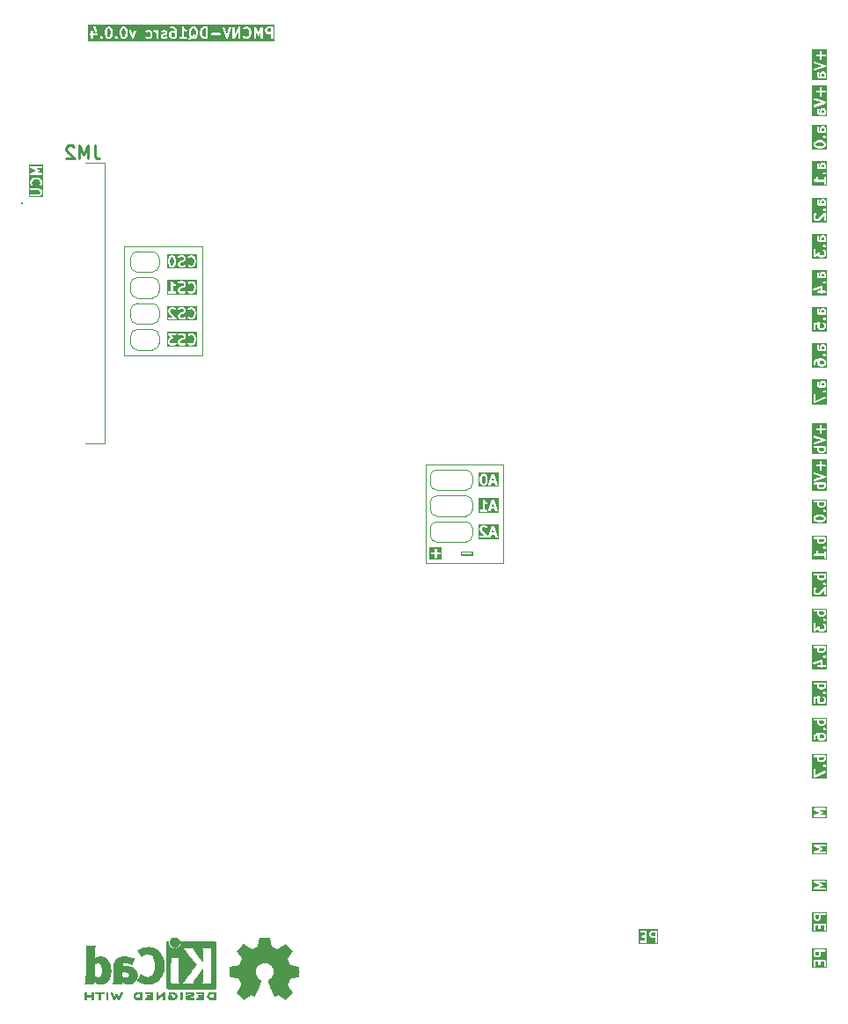
<source format=gbr>
%TF.GenerationSoftware,KiCad,Pcbnew,9.0.3*%
%TF.CreationDate,2025-09-01T09:15:08+03:00*%
%TF.ProjectId,PMCNV-DQ16src,504d434e-562d-4445-9131-367372632e6b,rev?*%
%TF.SameCoordinates,Original*%
%TF.FileFunction,Legend,Bot*%
%TF.FilePolarity,Positive*%
%FSLAX46Y46*%
G04 Gerber Fmt 4.6, Leading zero omitted, Abs format (unit mm)*
G04 Created by KiCad (PCBNEW 9.0.3) date 2025-09-01 09:15:08*
%MOMM*%
%LPD*%
G01*
G04 APERTURE LIST*
%ADD10C,0.100000*%
%ADD11C,0.200000*%
%ADD12C,0.254000*%
%ADD13C,0.120000*%
%ADD14C,0.010000*%
G04 APERTURE END LIST*
D10*
X-28500000Y25500000D02*
X-21000000Y25500000D01*
X-21000000Y15000000D01*
X-28500000Y15000000D01*
X-28500000Y25500000D01*
X500000Y4500000D02*
X8000000Y4500000D01*
X8000000Y-5000000D01*
X500000Y-5000000D01*
X500000Y4500000D01*
D11*
G36*
X38830064Y38592132D02*
G01*
X38852219Y38547822D01*
X38852219Y38356941D01*
X38842797Y38338096D01*
X38671266Y38338096D01*
X38671266Y38547822D01*
X38693421Y38592132D01*
X38737730Y38614286D01*
X38785754Y38614286D01*
X38830064Y38592132D01*
G37*
G36*
X39163330Y38026985D02*
G01*
X37741893Y38026985D01*
X37741893Y38571429D01*
X38185552Y38571429D01*
X38185552Y38380953D01*
X38187473Y38361444D01*
X38188848Y38358124D01*
X38189103Y38354540D01*
X38196109Y38336232D01*
X38243728Y38240994D01*
X38245781Y38237731D01*
X38246295Y38236192D01*
X38247957Y38234276D01*
X38254171Y38224404D01*
X38263641Y38216191D01*
X38271859Y38206715D01*
X38281732Y38200501D01*
X38283648Y38198839D01*
X38285186Y38198327D01*
X38288450Y38196272D01*
X38383687Y38148653D01*
X38401996Y38141647D01*
X38405579Y38141393D01*
X38408900Y38140017D01*
X38428409Y38138096D01*
X38952219Y38138096D01*
X38971728Y38140017D01*
X39007776Y38154949D01*
X39035366Y38182539D01*
X39050298Y38218587D01*
X39050298Y38257605D01*
X39039360Y38284010D01*
X39041662Y38288612D01*
X39048668Y38306921D01*
X39048922Y38310505D01*
X39050298Y38313825D01*
X39052219Y38333334D01*
X39052219Y38571429D01*
X39050298Y38590938D01*
X39048922Y38594259D01*
X39048668Y38597842D01*
X39041662Y38616151D01*
X38994043Y38711388D01*
X38991989Y38714651D01*
X38991476Y38716191D01*
X38989812Y38718109D01*
X38983600Y38727979D01*
X38974125Y38736196D01*
X38965911Y38745667D01*
X38956039Y38751881D01*
X38954123Y38753543D01*
X38952584Y38754057D01*
X38949321Y38756110D01*
X38854082Y38803729D01*
X38835773Y38810735D01*
X38832190Y38810990D01*
X38828870Y38812365D01*
X38809361Y38814286D01*
X38714123Y38814286D01*
X38694614Y38812365D01*
X38691293Y38810990D01*
X38687710Y38810735D01*
X38669401Y38803729D01*
X38574164Y38756110D01*
X38570900Y38754056D01*
X38569362Y38753543D01*
X38567446Y38751882D01*
X38557573Y38745667D01*
X38549355Y38736192D01*
X38539885Y38727978D01*
X38533671Y38718107D01*
X38532009Y38716190D01*
X38531495Y38714652D01*
X38529442Y38711388D01*
X38481823Y38616150D01*
X38474817Y38597842D01*
X38474562Y38594259D01*
X38473187Y38590938D01*
X38471266Y38571429D01*
X38471266Y38356941D01*
X38461844Y38338096D01*
X38452016Y38338096D01*
X38407707Y38360251D01*
X38385552Y38404561D01*
X38385552Y38547822D01*
X38422614Y38621945D01*
X38429620Y38640254D01*
X38432386Y38679174D01*
X38420047Y38716190D01*
X38394482Y38745667D01*
X38359584Y38763116D01*
X38320664Y38765881D01*
X38283648Y38753543D01*
X38254171Y38727978D01*
X38243728Y38711388D01*
X38196109Y38616150D01*
X38189103Y38597842D01*
X38188848Y38594259D01*
X38187473Y38590938D01*
X38185552Y38571429D01*
X37741893Y38571429D01*
X37741893Y39679174D01*
X37853004Y39679174D01*
X37855770Y39640254D01*
X37873220Y39605355D01*
X37902696Y39579790D01*
X37920596Y39571799D01*
X38635991Y39333334D01*
X37920596Y39094869D01*
X37902696Y39086878D01*
X37873220Y39061313D01*
X37855770Y39026414D01*
X37853004Y38987494D01*
X37865342Y38950478D01*
X37890907Y38921002D01*
X37925806Y38903552D01*
X37964726Y38900786D01*
X37983842Y38905133D01*
X38983841Y39238466D01*
X39001742Y39246457D01*
X39007143Y39251142D01*
X39013530Y39254335D01*
X39021742Y39263804D01*
X39031218Y39272022D01*
X39034413Y39278414D01*
X39039095Y39283811D01*
X39043061Y39295709D01*
X39048667Y39306921D01*
X39049173Y39314046D01*
X39051434Y39320827D01*
X39050544Y39333334D01*
X39051434Y39345841D01*
X39049173Y39352623D01*
X39048667Y39359747D01*
X39043061Y39370960D01*
X39039095Y39382857D01*
X39034413Y39388255D01*
X39031218Y39394646D01*
X39021742Y39402865D01*
X39013530Y39412333D01*
X39007143Y39415527D01*
X39001742Y39420211D01*
X38983841Y39428202D01*
X37983842Y39761535D01*
X37964726Y39765882D01*
X37925806Y39763116D01*
X37890907Y39745666D01*
X37865342Y39716190D01*
X37853004Y39679174D01*
X37741893Y39679174D01*
X37741893Y40400462D01*
X38092235Y40400462D01*
X38092235Y40361444D01*
X38107167Y40325396D01*
X38134757Y40297806D01*
X38170805Y40282874D01*
X38190314Y40280953D01*
X38471266Y40280953D01*
X38471266Y40000000D01*
X38473187Y39980491D01*
X38488119Y39944443D01*
X38515709Y39916853D01*
X38551757Y39901921D01*
X38590775Y39901921D01*
X38626823Y39916853D01*
X38654413Y39944443D01*
X38669345Y39980491D01*
X38671266Y40000000D01*
X38671266Y40280953D01*
X38952219Y40280953D01*
X38971728Y40282874D01*
X39007776Y40297806D01*
X39035366Y40325396D01*
X39050298Y40361444D01*
X39050298Y40400462D01*
X39035366Y40436510D01*
X39007776Y40464100D01*
X38971728Y40479032D01*
X38952219Y40480953D01*
X38671266Y40480953D01*
X38671266Y40761905D01*
X38669345Y40781414D01*
X38654413Y40817462D01*
X38626823Y40845052D01*
X38590775Y40859984D01*
X38551757Y40859984D01*
X38515709Y40845052D01*
X38488119Y40817462D01*
X38473187Y40781414D01*
X38471266Y40761905D01*
X38471266Y40480953D01*
X38190314Y40480953D01*
X38170805Y40479032D01*
X38134757Y40464100D01*
X38107167Y40436510D01*
X38092235Y40400462D01*
X37741893Y40400462D01*
X37741893Y40971095D01*
X39163330Y40971095D01*
X39163330Y38026985D01*
G37*
G36*
X38797746Y14465432D02*
G01*
X38822414Y14440765D01*
X38852219Y14381155D01*
X38852219Y14237893D01*
X38822414Y14178284D01*
X38797746Y14153617D01*
X38738135Y14123810D01*
X38547254Y14123810D01*
X38487644Y14153615D01*
X38462976Y14178284D01*
X38433171Y14237894D01*
X38433171Y14381155D01*
X38462976Y14440765D01*
X38487644Y14465434D01*
X38547254Y14495238D01*
X38738135Y14495238D01*
X38797746Y14465432D01*
G37*
G36*
X38830064Y15854036D02*
G01*
X38852219Y15809726D01*
X38852219Y15618845D01*
X38842797Y15600000D01*
X38671266Y15600000D01*
X38671266Y15809726D01*
X38693421Y15854036D01*
X38737730Y15876190D01*
X38785754Y15876190D01*
X38830064Y15854036D01*
G37*
G36*
X39163330Y13812699D02*
G01*
X37741108Y13812699D01*
X37741108Y14309524D01*
X37852219Y14309524D01*
X37852219Y14119048D01*
X37854140Y14099539D01*
X37869072Y14063491D01*
X37896662Y14035901D01*
X37932710Y14020969D01*
X37971728Y14020969D01*
X38007776Y14035901D01*
X38035366Y14063491D01*
X38050298Y14099539D01*
X38052219Y14119048D01*
X38052219Y14285917D01*
X38082024Y14345527D01*
X38111165Y14374669D01*
X38231372Y14454807D01*
X38248534Y14459097D01*
X38243728Y14449483D01*
X38236722Y14431175D01*
X38236467Y14427592D01*
X38235092Y14424271D01*
X38233171Y14404762D01*
X38233171Y14214286D01*
X38235092Y14194777D01*
X38236467Y14191457D01*
X38236722Y14187873D01*
X38243728Y14169565D01*
X38291347Y14074327D01*
X38296632Y14065931D01*
X38297643Y14063491D01*
X38299896Y14060745D01*
X38301790Y14057737D01*
X38303784Y14056008D01*
X38310079Y14048337D01*
X38357698Y14000719D01*
X38365364Y13994427D01*
X38367097Y13992429D01*
X38370105Y13990536D01*
X38372851Y13988282D01*
X38375291Y13987272D01*
X38383688Y13981986D01*
X38478925Y13934367D01*
X38497234Y13927361D01*
X38500817Y13927107D01*
X38504138Y13925731D01*
X38523647Y13923810D01*
X38761742Y13923810D01*
X38781251Y13925731D01*
X38784571Y13927107D01*
X38788155Y13927361D01*
X38806463Y13934367D01*
X38901701Y13981986D01*
X38910093Y13987270D01*
X38912537Y13988281D01*
X38915286Y13990538D01*
X38918291Y13992429D01*
X38920020Y13994424D01*
X38927690Y14000718D01*
X38975310Y14048336D01*
X38981603Y14056005D01*
X38983600Y14057736D01*
X38985493Y14060745D01*
X38987747Y14063490D01*
X38988757Y14065931D01*
X38994043Y14074327D01*
X39041662Y14169564D01*
X39048668Y14187873D01*
X39048922Y14191457D01*
X39050298Y14194777D01*
X39052219Y14214286D01*
X39052219Y14404762D01*
X39050298Y14424271D01*
X39048922Y14427592D01*
X39048668Y14431175D01*
X39041662Y14449484D01*
X38994043Y14544721D01*
X38988757Y14553118D01*
X38987747Y14555558D01*
X38985493Y14558304D01*
X38983600Y14561312D01*
X38981603Y14563044D01*
X38975310Y14570712D01*
X38927690Y14618330D01*
X38920020Y14624625D01*
X38918291Y14626619D01*
X38915286Y14628511D01*
X38912537Y14630767D01*
X38910093Y14631779D01*
X38901701Y14637062D01*
X38806463Y14684681D01*
X38788155Y14691687D01*
X38784571Y14691942D01*
X38781251Y14693317D01*
X38761742Y14695238D01*
X38380790Y14695238D01*
X38377387Y14694903D01*
X38375929Y14695120D01*
X38368631Y14694041D01*
X38361281Y14693317D01*
X38359917Y14692753D01*
X38356536Y14692252D01*
X38166060Y14644633D01*
X38154565Y14640527D01*
X38152142Y14640047D01*
X38149945Y14638877D01*
X38147600Y14638038D01*
X38145613Y14636567D01*
X38134844Y14630824D01*
X37991987Y14535586D01*
X37991933Y14535543D01*
X37991899Y14535528D01*
X37984413Y14529384D01*
X37976820Y14523166D01*
X37976798Y14523135D01*
X37976746Y14523091D01*
X37929127Y14475473D01*
X37922832Y14467803D01*
X37920838Y14466073D01*
X37918944Y14463066D01*
X37916691Y14460319D01*
X37915680Y14457880D01*
X37910395Y14449483D01*
X37862776Y14354245D01*
X37855770Y14335937D01*
X37855515Y14332354D01*
X37854140Y14329033D01*
X37852219Y14309524D01*
X37741108Y14309524D01*
X37741108Y15043318D01*
X38758901Y15043318D01*
X38758901Y15004300D01*
X38760385Y15000717D01*
X38773832Y14968252D01*
X38773833Y14968251D01*
X38786270Y14953098D01*
X38833890Y14905479D01*
X38849043Y14893042D01*
X38874533Y14882485D01*
X38885091Y14878111D01*
X38885092Y14878111D01*
X38924109Y14878111D01*
X38945226Y14886859D01*
X38960158Y14893043D01*
X38960162Y14893048D01*
X38975311Y14905479D01*
X39022929Y14953098D01*
X39035366Y14968251D01*
X39046735Y14995699D01*
X39050298Y15004300D01*
X39050298Y15043318D01*
X39035366Y15079366D01*
X39035366Y15079367D01*
X39022929Y15094520D01*
X38975311Y15142139D01*
X38960162Y15154571D01*
X38960158Y15154575D01*
X38945226Y15160760D01*
X38924109Y15169507D01*
X38885091Y15169507D01*
X38874533Y15165134D01*
X38849043Y15154576D01*
X38833890Y15142139D01*
X38786270Y15094520D01*
X38773833Y15079367D01*
X38773832Y15079366D01*
X38763274Y15053876D01*
X38758901Y15043318D01*
X37741108Y15043318D01*
X37741108Y15833333D01*
X38185552Y15833333D01*
X38185552Y15642857D01*
X38187473Y15623348D01*
X38188848Y15620028D01*
X38189103Y15616444D01*
X38196109Y15598136D01*
X38243728Y15502898D01*
X38245781Y15499635D01*
X38246295Y15498096D01*
X38247957Y15496180D01*
X38254171Y15486308D01*
X38263641Y15478095D01*
X38271859Y15468619D01*
X38281732Y15462405D01*
X38283648Y15460743D01*
X38285186Y15460231D01*
X38288450Y15458176D01*
X38383687Y15410557D01*
X38401996Y15403551D01*
X38405579Y15403297D01*
X38408900Y15401921D01*
X38428409Y15400000D01*
X38952219Y15400000D01*
X38971728Y15401921D01*
X39007776Y15416853D01*
X39035366Y15444443D01*
X39050298Y15480491D01*
X39050298Y15519509D01*
X39039360Y15545914D01*
X39041662Y15550516D01*
X39048668Y15568825D01*
X39048922Y15572409D01*
X39050298Y15575729D01*
X39052219Y15595238D01*
X39052219Y15833333D01*
X39050298Y15852842D01*
X39048922Y15856163D01*
X39048668Y15859746D01*
X39041662Y15878055D01*
X38994043Y15973292D01*
X38991989Y15976555D01*
X38991476Y15978095D01*
X38989812Y15980013D01*
X38983600Y15989883D01*
X38974125Y15998100D01*
X38965911Y16007571D01*
X38956039Y16013785D01*
X38954123Y16015447D01*
X38952584Y16015961D01*
X38949321Y16018014D01*
X38854082Y16065633D01*
X38835773Y16072639D01*
X38832190Y16072894D01*
X38828870Y16074269D01*
X38809361Y16076190D01*
X38714123Y16076190D01*
X38694614Y16074269D01*
X38691293Y16072894D01*
X38687710Y16072639D01*
X38669401Y16065633D01*
X38574164Y16018014D01*
X38570900Y16015960D01*
X38569362Y16015447D01*
X38567446Y16013786D01*
X38557573Y16007571D01*
X38549355Y15998096D01*
X38539885Y15989882D01*
X38533671Y15980011D01*
X38532009Y15978094D01*
X38531495Y15976556D01*
X38529442Y15973292D01*
X38481823Y15878054D01*
X38474817Y15859746D01*
X38474562Y15856163D01*
X38473187Y15852842D01*
X38471266Y15833333D01*
X38471266Y15618845D01*
X38461844Y15600000D01*
X38452016Y15600000D01*
X38407707Y15622155D01*
X38385552Y15666465D01*
X38385552Y15809726D01*
X38422614Y15883849D01*
X38429620Y15902158D01*
X38432386Y15941078D01*
X38420047Y15978094D01*
X38394482Y16007571D01*
X38359584Y16025020D01*
X38320664Y16027785D01*
X38283648Y16015447D01*
X38254171Y15989882D01*
X38243728Y15973292D01*
X38196109Y15878054D01*
X38189103Y15859746D01*
X38188848Y15856163D01*
X38187473Y15852842D01*
X38185552Y15833333D01*
X37741108Y15833333D01*
X37741108Y16187301D01*
X39163330Y16187301D01*
X39163330Y13812699D01*
G37*
G36*
X38830064Y22854036D02*
G01*
X38852219Y22809726D01*
X38852219Y22618845D01*
X38842797Y22600000D01*
X38671266Y22600000D01*
X38671266Y22809726D01*
X38693421Y22854036D01*
X38737730Y22876190D01*
X38785754Y22876190D01*
X38830064Y22854036D01*
G37*
G36*
X39163330Y20767001D02*
G01*
X37694274Y20767001D01*
X37694274Y21344636D01*
X37805385Y21344636D01*
X37817723Y21307620D01*
X37843288Y21278144D01*
X37878187Y21260694D01*
X37917107Y21257928D01*
X37936223Y21262275D01*
X38518885Y21456496D01*
X38518885Y21219048D01*
X38285552Y21219048D01*
X38266043Y21217127D01*
X38229995Y21202195D01*
X38202405Y21174605D01*
X38187473Y21138557D01*
X38187473Y21099539D01*
X38202405Y21063491D01*
X38229995Y21035901D01*
X38266043Y21020969D01*
X38285552Y21019048D01*
X38518885Y21019048D01*
X38518885Y20976191D01*
X38520806Y20956682D01*
X38535738Y20920634D01*
X38563328Y20893044D01*
X38599376Y20878112D01*
X38638394Y20878112D01*
X38674442Y20893044D01*
X38702032Y20920634D01*
X38716964Y20956682D01*
X38718885Y20976191D01*
X38718885Y21019048D01*
X38952219Y21019048D01*
X38971728Y21020969D01*
X39007776Y21035901D01*
X39035366Y21063491D01*
X39050298Y21099539D01*
X39050298Y21138557D01*
X39035366Y21174605D01*
X39007776Y21202195D01*
X38971728Y21217127D01*
X38952219Y21219048D01*
X38718885Y21219048D01*
X38718885Y21595238D01*
X38717912Y21605112D01*
X38718100Y21607745D01*
X38717466Y21609647D01*
X38716964Y21614747D01*
X38710828Y21629560D01*
X38705761Y21644761D01*
X38703407Y21647475D01*
X38702032Y21650795D01*
X38690693Y21662134D01*
X38680196Y21674237D01*
X38676983Y21675844D01*
X38674442Y21678385D01*
X38659627Y21684522D01*
X38645297Y21691687D01*
X38641714Y21691942D01*
X38638394Y21693317D01*
X38622361Y21693317D01*
X38606377Y21694453D01*
X38601382Y21693317D01*
X38599376Y21693317D01*
X38596934Y21692306D01*
X38587262Y21690106D01*
X37872977Y21452011D01*
X37855077Y21444020D01*
X37825601Y21418455D01*
X37808151Y21383556D01*
X37805385Y21344636D01*
X37694274Y21344636D01*
X37694274Y22043318D01*
X38758901Y22043318D01*
X38758901Y22004300D01*
X38760385Y22000717D01*
X38773832Y21968252D01*
X38773833Y21968251D01*
X38786270Y21953098D01*
X38833890Y21905479D01*
X38849043Y21893042D01*
X38874533Y21882485D01*
X38885091Y21878111D01*
X38885092Y21878111D01*
X38924109Y21878111D01*
X38945226Y21886859D01*
X38960158Y21893043D01*
X38960162Y21893048D01*
X38975311Y21905479D01*
X39022929Y21953098D01*
X39035366Y21968251D01*
X39046735Y21995699D01*
X39050298Y22004300D01*
X39050298Y22043318D01*
X39035366Y22079366D01*
X39035366Y22079367D01*
X39022929Y22094520D01*
X38975311Y22142139D01*
X38960162Y22154571D01*
X38960158Y22154575D01*
X38945226Y22160760D01*
X38924109Y22169507D01*
X38885091Y22169507D01*
X38874533Y22165134D01*
X38849043Y22154576D01*
X38833890Y22142139D01*
X38786270Y22094520D01*
X38773833Y22079367D01*
X38773832Y22079366D01*
X38763274Y22053876D01*
X38758901Y22043318D01*
X37694274Y22043318D01*
X37694274Y22833333D01*
X38185552Y22833333D01*
X38185552Y22642857D01*
X38187473Y22623348D01*
X38188848Y22620028D01*
X38189103Y22616444D01*
X38196109Y22598136D01*
X38243728Y22502898D01*
X38245781Y22499635D01*
X38246295Y22498096D01*
X38247957Y22496180D01*
X38254171Y22486308D01*
X38263641Y22478095D01*
X38271859Y22468619D01*
X38281732Y22462405D01*
X38283648Y22460743D01*
X38285186Y22460231D01*
X38288450Y22458176D01*
X38383687Y22410557D01*
X38401996Y22403551D01*
X38405579Y22403297D01*
X38408900Y22401921D01*
X38428409Y22400000D01*
X38952219Y22400000D01*
X38971728Y22401921D01*
X39007776Y22416853D01*
X39035366Y22444443D01*
X39050298Y22480491D01*
X39050298Y22519509D01*
X39039360Y22545914D01*
X39041662Y22550516D01*
X39048668Y22568825D01*
X39048922Y22572409D01*
X39050298Y22575729D01*
X39052219Y22595238D01*
X39052219Y22833333D01*
X39050298Y22852842D01*
X39048922Y22856163D01*
X39048668Y22859746D01*
X39041662Y22878055D01*
X38994043Y22973292D01*
X38991989Y22976555D01*
X38991476Y22978095D01*
X38989812Y22980013D01*
X38983600Y22989883D01*
X38974125Y22998100D01*
X38965911Y23007571D01*
X38956039Y23013785D01*
X38954123Y23015447D01*
X38952584Y23015961D01*
X38949321Y23018014D01*
X38854082Y23065633D01*
X38835773Y23072639D01*
X38832190Y23072894D01*
X38828870Y23074269D01*
X38809361Y23076190D01*
X38714123Y23076190D01*
X38694614Y23074269D01*
X38691293Y23072894D01*
X38687710Y23072639D01*
X38669401Y23065633D01*
X38574164Y23018014D01*
X38570900Y23015960D01*
X38569362Y23015447D01*
X38567446Y23013786D01*
X38557573Y23007571D01*
X38549355Y22998096D01*
X38539885Y22989882D01*
X38533671Y22980011D01*
X38532009Y22978094D01*
X38531495Y22976556D01*
X38529442Y22973292D01*
X38481823Y22878054D01*
X38474817Y22859746D01*
X38474562Y22856163D01*
X38473187Y22852842D01*
X38471266Y22833333D01*
X38471266Y22618845D01*
X38461844Y22600000D01*
X38452016Y22600000D01*
X38407707Y22622155D01*
X38385552Y22666465D01*
X38385552Y22809726D01*
X38422614Y22883849D01*
X38429620Y22902158D01*
X38432386Y22941078D01*
X38420047Y22978094D01*
X38394482Y23007571D01*
X38359584Y23025020D01*
X38320664Y23027785D01*
X38283648Y23015447D01*
X38254171Y22989882D01*
X38243728Y22973292D01*
X38196109Y22878054D01*
X38189103Y22859746D01*
X38188848Y22856163D01*
X38187473Y22852842D01*
X38185552Y22833333D01*
X37694274Y22833333D01*
X37694274Y23187301D01*
X39163330Y23187301D01*
X39163330Y20767001D01*
G37*
G36*
X38726837Y35453268D02*
G01*
X38797746Y35417813D01*
X38822414Y35393146D01*
X38852219Y35333536D01*
X38852219Y35285512D01*
X38822414Y35225903D01*
X38797746Y35201236D01*
X38726837Y35165781D01*
X38558956Y35123810D01*
X38345480Y35123810D01*
X38177599Y35165781D01*
X38106692Y35201234D01*
X38082024Y35225903D01*
X38052219Y35285513D01*
X38052219Y35333536D01*
X38082024Y35393146D01*
X38106692Y35417815D01*
X38177599Y35453268D01*
X38345480Y35495238D01*
X38558956Y35495238D01*
X38726837Y35453268D01*
G37*
G36*
X38830064Y36854036D02*
G01*
X38852219Y36809726D01*
X38852219Y36618845D01*
X38842797Y36600000D01*
X38671266Y36600000D01*
X38671266Y36809726D01*
X38693421Y36854036D01*
X38737730Y36876190D01*
X38785754Y36876190D01*
X38830064Y36854036D01*
G37*
G36*
X39163330Y34812699D02*
G01*
X37741108Y34812699D01*
X37741108Y35357143D01*
X37852219Y35357143D01*
X37852219Y35261905D01*
X37854140Y35242396D01*
X37855515Y35239076D01*
X37855770Y35235492D01*
X37862776Y35217184D01*
X37910395Y35121946D01*
X37915680Y35113550D01*
X37916691Y35111110D01*
X37918944Y35108364D01*
X37920838Y35105356D01*
X37922832Y35103627D01*
X37929127Y35095956D01*
X37976746Y35048338D01*
X37984412Y35042046D01*
X37986145Y35040048D01*
X37989153Y35038155D01*
X37991899Y35035901D01*
X37994339Y35034891D01*
X38002736Y35029605D01*
X38097973Y34981986D01*
X38099401Y34981440D01*
X38099981Y34981010D01*
X38108157Y34978089D01*
X38116282Y34974980D01*
X38117002Y34974929D01*
X38118441Y34974415D01*
X38308917Y34926796D01*
X38312298Y34926296D01*
X38313662Y34925731D01*
X38321012Y34925008D01*
X38328310Y34923928D01*
X38329768Y34924146D01*
X38333171Y34923810D01*
X38571266Y34923810D01*
X38574668Y34924146D01*
X38576127Y34923928D01*
X38583424Y34925008D01*
X38590775Y34925731D01*
X38592138Y34926296D01*
X38595520Y34926796D01*
X38785995Y34974415D01*
X38787432Y34974929D01*
X38788155Y34974980D01*
X38796279Y34978089D01*
X38804456Y34981010D01*
X38805036Y34981441D01*
X38806463Y34981986D01*
X38901701Y35029605D01*
X38910093Y35034889D01*
X38912537Y35035900D01*
X38915286Y35038157D01*
X38918291Y35040048D01*
X38920020Y35042043D01*
X38927690Y35048337D01*
X38975310Y35095955D01*
X38981603Y35103624D01*
X38983600Y35105355D01*
X38985493Y35108364D01*
X38987747Y35111109D01*
X38988757Y35113550D01*
X38994043Y35121946D01*
X39041662Y35217183D01*
X39048668Y35235492D01*
X39048922Y35239076D01*
X39050298Y35242396D01*
X39052219Y35261905D01*
X39052219Y35357143D01*
X39050298Y35376652D01*
X39048922Y35379973D01*
X39048668Y35383556D01*
X39041662Y35401865D01*
X38994043Y35497102D01*
X38988757Y35505499D01*
X38987747Y35507939D01*
X38985493Y35510685D01*
X38983600Y35513693D01*
X38981603Y35515425D01*
X38975310Y35523093D01*
X38927690Y35570711D01*
X38920020Y35577006D01*
X38918291Y35579000D01*
X38915286Y35580892D01*
X38912537Y35583148D01*
X38910093Y35584160D01*
X38901701Y35589443D01*
X38806463Y35637062D01*
X38805036Y35637608D01*
X38804456Y35638038D01*
X38796279Y35640960D01*
X38788155Y35644068D01*
X38787432Y35644120D01*
X38785995Y35644633D01*
X38595520Y35692252D01*
X38592138Y35692753D01*
X38590775Y35693317D01*
X38583424Y35694041D01*
X38576127Y35695120D01*
X38574668Y35694903D01*
X38571266Y35695238D01*
X38333171Y35695238D01*
X38329768Y35694903D01*
X38328310Y35695120D01*
X38321012Y35694041D01*
X38313662Y35693317D01*
X38312298Y35692753D01*
X38308917Y35692252D01*
X38118441Y35644633D01*
X38117002Y35644120D01*
X38116282Y35644068D01*
X38108157Y35640960D01*
X38099981Y35638038D01*
X38099401Y35637609D01*
X38097973Y35637062D01*
X38002736Y35589443D01*
X37994339Y35584158D01*
X37991899Y35583147D01*
X37989153Y35580894D01*
X37986145Y35579000D01*
X37984412Y35577003D01*
X37976746Y35570710D01*
X37929127Y35523092D01*
X37922832Y35515422D01*
X37920838Y35513692D01*
X37918944Y35510685D01*
X37916691Y35507938D01*
X37915680Y35505499D01*
X37910395Y35497102D01*
X37862776Y35401864D01*
X37855770Y35383556D01*
X37855515Y35379973D01*
X37854140Y35376652D01*
X37852219Y35357143D01*
X37741108Y35357143D01*
X37741108Y36043318D01*
X38758901Y36043318D01*
X38758901Y36004300D01*
X38760385Y36000717D01*
X38773832Y35968252D01*
X38773833Y35968251D01*
X38786270Y35953098D01*
X38833890Y35905479D01*
X38849043Y35893042D01*
X38874533Y35882485D01*
X38885091Y35878111D01*
X38885092Y35878111D01*
X38924109Y35878111D01*
X38945226Y35886859D01*
X38960158Y35893043D01*
X38960162Y35893048D01*
X38975311Y35905479D01*
X39022929Y35953098D01*
X39035366Y35968251D01*
X39046735Y35995699D01*
X39050298Y36004300D01*
X39050298Y36043318D01*
X39035366Y36079366D01*
X39035366Y36079367D01*
X39022929Y36094520D01*
X38975311Y36142139D01*
X38960162Y36154571D01*
X38960158Y36154575D01*
X38945226Y36160760D01*
X38924109Y36169507D01*
X38885091Y36169507D01*
X38874533Y36165134D01*
X38849043Y36154576D01*
X38833890Y36142139D01*
X38786270Y36094520D01*
X38773833Y36079367D01*
X38773832Y36079366D01*
X38763274Y36053876D01*
X38758901Y36043318D01*
X37741108Y36043318D01*
X37741108Y36833333D01*
X38185552Y36833333D01*
X38185552Y36642857D01*
X38187473Y36623348D01*
X38188848Y36620028D01*
X38189103Y36616444D01*
X38196109Y36598136D01*
X38243728Y36502898D01*
X38245781Y36499635D01*
X38246295Y36498096D01*
X38247957Y36496180D01*
X38254171Y36486308D01*
X38263641Y36478095D01*
X38271859Y36468619D01*
X38281732Y36462405D01*
X38283648Y36460743D01*
X38285186Y36460231D01*
X38288450Y36458176D01*
X38383687Y36410557D01*
X38401996Y36403551D01*
X38405579Y36403297D01*
X38408900Y36401921D01*
X38428409Y36400000D01*
X38952219Y36400000D01*
X38971728Y36401921D01*
X39007776Y36416853D01*
X39035366Y36444443D01*
X39050298Y36480491D01*
X39050298Y36519509D01*
X39039360Y36545914D01*
X39041662Y36550516D01*
X39048668Y36568825D01*
X39048922Y36572409D01*
X39050298Y36575729D01*
X39052219Y36595238D01*
X39052219Y36833333D01*
X39050298Y36852842D01*
X39048922Y36856163D01*
X39048668Y36859746D01*
X39041662Y36878055D01*
X38994043Y36973292D01*
X38991989Y36976555D01*
X38991476Y36978095D01*
X38989812Y36980013D01*
X38983600Y36989883D01*
X38974125Y36998100D01*
X38965911Y37007571D01*
X38956039Y37013785D01*
X38954123Y37015447D01*
X38952584Y37015961D01*
X38949321Y37018014D01*
X38854082Y37065633D01*
X38835773Y37072639D01*
X38832190Y37072894D01*
X38828870Y37074269D01*
X38809361Y37076190D01*
X38714123Y37076190D01*
X38694614Y37074269D01*
X38691293Y37072894D01*
X38687710Y37072639D01*
X38669401Y37065633D01*
X38574164Y37018014D01*
X38570900Y37015960D01*
X38569362Y37015447D01*
X38567446Y37013786D01*
X38557573Y37007571D01*
X38549355Y36998096D01*
X38539885Y36989882D01*
X38533671Y36980011D01*
X38532009Y36978094D01*
X38531495Y36976556D01*
X38529442Y36973292D01*
X38481823Y36878054D01*
X38474817Y36859746D01*
X38474562Y36856163D01*
X38473187Y36852842D01*
X38471266Y36833333D01*
X38471266Y36618845D01*
X38461844Y36600000D01*
X38452016Y36600000D01*
X38407707Y36622155D01*
X38385552Y36666465D01*
X38385552Y36809726D01*
X38422614Y36883849D01*
X38429620Y36902158D01*
X38432386Y36941078D01*
X38420047Y36978094D01*
X38394482Y37007571D01*
X38359584Y37025020D01*
X38320664Y37027785D01*
X38283648Y37015447D01*
X38254171Y36989882D01*
X38243728Y36973292D01*
X38196109Y36878054D01*
X38189103Y36859746D01*
X38188848Y36856163D01*
X38187473Y36852842D01*
X38185552Y36833333D01*
X37741108Y36833333D01*
X37741108Y37187301D01*
X39163330Y37187301D01*
X39163330Y34812699D01*
G37*
G36*
X-21443026Y20836670D02*
G01*
X-24387136Y20836670D01*
X-24387136Y21067290D01*
X-24276025Y21067290D01*
X-24276025Y21028272D01*
X-24261093Y20992224D01*
X-24233503Y20964634D01*
X-24197455Y20949702D01*
X-24177946Y20947781D01*
X-23606518Y20947781D01*
X-23587009Y20949702D01*
X-23550961Y20964634D01*
X-23523371Y20992224D01*
X-23508439Y21028272D01*
X-23508439Y21067290D01*
X-23523371Y21103338D01*
X-23550961Y21130928D01*
X-23587009Y21145860D01*
X-23606518Y21147781D01*
X-23792232Y21147781D01*
X-23792232Y21333496D01*
X-23325565Y21333496D01*
X-23325565Y21238258D01*
X-23323644Y21218749D01*
X-23322269Y21215429D01*
X-23322014Y21211845D01*
X-23315008Y21193537D01*
X-23267389Y21098299D01*
X-23262106Y21089907D01*
X-23261094Y21087463D01*
X-23258838Y21084714D01*
X-23256946Y21081709D01*
X-23254952Y21079980D01*
X-23248657Y21072310D01*
X-23201039Y21024690D01*
X-23193371Y21018397D01*
X-23191639Y21016400D01*
X-23188631Y21014507D01*
X-23185885Y21012253D01*
X-23183445Y21011243D01*
X-23175048Y21005957D01*
X-23079811Y20958338D01*
X-23061502Y20951332D01*
X-23057919Y20951078D01*
X-23054598Y20949702D01*
X-23035089Y20947781D01*
X-22796994Y20947781D01*
X-22787121Y20948754D01*
X-22784487Y20948566D01*
X-22781024Y20949354D01*
X-22777485Y20949702D01*
X-22775043Y20950714D01*
X-22765371Y20952913D01*
X-22622515Y21000532D01*
X-22604614Y21008523D01*
X-22575138Y21034088D01*
X-22557689Y21068987D01*
X-22554922Y21107907D01*
X-22567261Y21144923D01*
X-22592826Y21174399D01*
X-22627725Y21191849D01*
X-22666645Y21194615D01*
X-22685760Y21190268D01*
X-22813221Y21147781D01*
X-23011482Y21147781D01*
X-23071092Y21177586D01*
X-23095759Y21202254D01*
X-23125565Y21261866D01*
X-23125565Y21309889D01*
X-23095760Y21369499D01*
X-23071092Y21394168D01*
X-23000185Y21429621D01*
X-22820360Y21474577D01*
X-22818923Y21475091D01*
X-22818200Y21475142D01*
X-22810076Y21478251D01*
X-22801899Y21481172D01*
X-22801319Y21481603D01*
X-22799892Y21482148D01*
X-22704654Y21529767D01*
X-22696258Y21535053D01*
X-22693818Y21536063D01*
X-22691072Y21538317D01*
X-22688064Y21540210D01*
X-22686335Y21542205D01*
X-22678664Y21548499D01*
X-22631046Y21596118D01*
X-22624754Y21603785D01*
X-22622756Y21605517D01*
X-22620863Y21608526D01*
X-22618609Y21611271D01*
X-22617599Y21613712D01*
X-22612313Y21622108D01*
X-22564694Y21717345D01*
X-22557688Y21735654D01*
X-22557434Y21739238D01*
X-22556058Y21742558D01*
X-22554137Y21762067D01*
X-22554137Y21857305D01*
X-22556058Y21876814D01*
X-22557434Y21880135D01*
X-22557688Y21883718D01*
X-22564694Y21902027D01*
X-22599707Y21972052D01*
X-22371263Y21972052D01*
X-22371263Y21933034D01*
X-22356331Y21896986D01*
X-22328741Y21869396D01*
X-22292693Y21854464D01*
X-22253675Y21854464D01*
X-22217627Y21869396D01*
X-22202473Y21881832D01*
X-22171547Y21912760D01*
X-22066482Y21947781D01*
X-22003697Y21947781D01*
X-21898633Y21912760D01*
X-21831560Y21845687D01*
X-21796108Y21774782D01*
X-21754137Y21606901D01*
X-21754137Y21488663D01*
X-21796108Y21320782D01*
X-21831561Y21249876D01*
X-21898632Y21182803D01*
X-22003697Y21147781D01*
X-22066482Y21147781D01*
X-22171547Y21182803D01*
X-22202473Y21213730D01*
X-22217626Y21226167D01*
X-22253674Y21241098D01*
X-22292692Y21241099D01*
X-22328741Y21226168D01*
X-22356331Y21198578D01*
X-22371262Y21162530D01*
X-22371263Y21123512D01*
X-22356332Y21087463D01*
X-22343895Y21072310D01*
X-22296277Y21024690D01*
X-22281123Y21012253D01*
X-22277804Y21010878D01*
X-22275088Y21008523D01*
X-22257188Y21000532D01*
X-22114331Y20952913D01*
X-22104659Y20950714D01*
X-22102217Y20949702D01*
X-22098680Y20949354D01*
X-22095216Y20948566D01*
X-22092582Y20948754D01*
X-22082708Y20947781D01*
X-21987470Y20947781D01*
X-21977597Y20948754D01*
X-21974963Y20948566D01*
X-21971500Y20949354D01*
X-21967961Y20949702D01*
X-21965519Y20950714D01*
X-21955847Y20952913D01*
X-21812991Y21000532D01*
X-21795090Y21008523D01*
X-21792375Y21010878D01*
X-21789055Y21012253D01*
X-21773902Y21024690D01*
X-21678664Y21119929D01*
X-21672372Y21127596D01*
X-21670375Y21129327D01*
X-21668482Y21132335D01*
X-21666227Y21135082D01*
X-21665216Y21137524D01*
X-21659932Y21145918D01*
X-21612313Y21241155D01*
X-21611767Y21242584D01*
X-21611337Y21243163D01*
X-21608416Y21251340D01*
X-21605307Y21259464D01*
X-21605256Y21260185D01*
X-21604742Y21261623D01*
X-21557123Y21452099D01*
X-21556623Y21455481D01*
X-21556058Y21456844D01*
X-21555335Y21464195D01*
X-21554255Y21471492D01*
X-21554473Y21472951D01*
X-21554137Y21476353D01*
X-21554137Y21619210D01*
X-21554473Y21622613D01*
X-21554255Y21624071D01*
X-21555335Y21631369D01*
X-21556058Y21638719D01*
X-21556623Y21640083D01*
X-21557123Y21643464D01*
X-21604742Y21833940D01*
X-21605256Y21835379D01*
X-21605307Y21836099D01*
X-21608416Y21844224D01*
X-21611337Y21852400D01*
X-21611767Y21852980D01*
X-21612313Y21854408D01*
X-21659932Y21949645D01*
X-21665219Y21958044D01*
X-21666228Y21960481D01*
X-21668480Y21963225D01*
X-21670375Y21966236D01*
X-21672373Y21967969D01*
X-21678664Y21975635D01*
X-21773902Y22070873D01*
X-21789056Y22083309D01*
X-21792375Y22084684D01*
X-21795090Y22087039D01*
X-21812991Y22095030D01*
X-21955847Y22142649D01*
X-21965519Y22144849D01*
X-21967961Y22145860D01*
X-21971500Y22146209D01*
X-21974963Y22146996D01*
X-21977597Y22146809D01*
X-21987470Y22147781D01*
X-22082708Y22147781D01*
X-22092582Y22146809D01*
X-22095216Y22146996D01*
X-22098680Y22146209D01*
X-22102217Y22145860D01*
X-22104659Y22144849D01*
X-22114331Y22142649D01*
X-22257188Y22095030D01*
X-22275088Y22087039D01*
X-22277804Y22084684D01*
X-22281123Y22083309D01*
X-22296276Y22070872D01*
X-22343895Y22023254D01*
X-22356331Y22008100D01*
X-22371263Y21972052D01*
X-22599707Y21972052D01*
X-22612313Y21997264D01*
X-22617599Y22005661D01*
X-22618609Y22008101D01*
X-22620863Y22010847D01*
X-22622756Y22013855D01*
X-22624754Y22015588D01*
X-22631046Y22023254D01*
X-22678664Y22070873D01*
X-22686335Y22077168D01*
X-22688064Y22079162D01*
X-22691072Y22081056D01*
X-22693818Y22083309D01*
X-22696258Y22084320D01*
X-22704654Y22089605D01*
X-22799892Y22137224D01*
X-22818200Y22144230D01*
X-22821784Y22144485D01*
X-22825104Y22145860D01*
X-22844613Y22147781D01*
X-23082708Y22147781D01*
X-23092582Y22146809D01*
X-23095216Y22146996D01*
X-23098680Y22146209D01*
X-23102217Y22145860D01*
X-23104659Y22144849D01*
X-23114331Y22142649D01*
X-23257188Y22095030D01*
X-23275088Y22087039D01*
X-23304564Y22061474D01*
X-23322014Y22026575D01*
X-23324780Y21987655D01*
X-23312442Y21950639D01*
X-23286877Y21921163D01*
X-23251978Y21903713D01*
X-23213058Y21900947D01*
X-23193942Y21905294D01*
X-23066482Y21947781D01*
X-22868220Y21947781D01*
X-22808611Y21917976D01*
X-22783942Y21893308D01*
X-22754137Y21833698D01*
X-22754137Y21785674D01*
X-22783942Y21726065D01*
X-22808611Y21701397D01*
X-22879518Y21665943D01*
X-23059343Y21620986D01*
X-23060782Y21620473D01*
X-23061502Y21620421D01*
X-23069627Y21617313D01*
X-23077803Y21614391D01*
X-23078383Y21613962D01*
X-23079811Y21613415D01*
X-23175048Y21565796D01*
X-23183445Y21560511D01*
X-23185885Y21559500D01*
X-23188631Y21557247D01*
X-23191639Y21555353D01*
X-23193372Y21553356D01*
X-23201038Y21547063D01*
X-23248657Y21499445D01*
X-23254952Y21491775D01*
X-23256946Y21490045D01*
X-23258840Y21487038D01*
X-23261093Y21484291D01*
X-23262104Y21481852D01*
X-23267389Y21473455D01*
X-23315008Y21378217D01*
X-23322014Y21359909D01*
X-23322269Y21356326D01*
X-23323644Y21353005D01*
X-23325565Y21333496D01*
X-23792232Y21333496D01*
X-23792232Y21758740D01*
X-23772467Y21738975D01*
X-23764801Y21732684D01*
X-23763068Y21730686D01*
X-23760057Y21728791D01*
X-23757313Y21726539D01*
X-23754876Y21725530D01*
X-23746477Y21720243D01*
X-23651240Y21672624D01*
X-23632931Y21665618D01*
X-23594011Y21662852D01*
X-23556995Y21675191D01*
X-23527518Y21700756D01*
X-23510069Y21735654D01*
X-23507304Y21774574D01*
X-23519642Y21811590D01*
X-23545207Y21841067D01*
X-23561797Y21851510D01*
X-23642519Y21891871D01*
X-23719283Y21968635D01*
X-23809027Y22103251D01*
X-23809072Y22103306D01*
X-23809085Y22103338D01*
X-23809159Y22103412D01*
X-23821447Y22118418D01*
X-23829676Y22123929D01*
X-23836675Y22130928D01*
X-23845727Y22134678D01*
X-23853867Y22140129D01*
X-23863575Y22142071D01*
X-23872723Y22145860D01*
X-23882522Y22145860D01*
X-23892127Y22147781D01*
X-23901838Y22145860D01*
X-23911741Y22145860D01*
X-23920794Y22142111D01*
X-23930404Y22140209D01*
X-23938643Y22134717D01*
X-23947789Y22130928D01*
X-23954716Y22124002D01*
X-23962869Y22118566D01*
X-23968380Y22110338D01*
X-23975379Y22103338D01*
X-23979129Y22094287D01*
X-23984580Y22086146D01*
X-23986522Y22076439D01*
X-23990311Y22067290D01*
X-23992212Y22047988D01*
X-23992232Y22047886D01*
X-23992226Y22047852D01*
X-23992232Y22047781D01*
X-23992232Y21147781D01*
X-24177946Y21147781D01*
X-24197455Y21145860D01*
X-24233503Y21130928D01*
X-24261093Y21103338D01*
X-24276025Y21067290D01*
X-24387136Y21067290D01*
X-24387136Y22258892D01*
X-21443026Y22258892D01*
X-21443026Y20836670D01*
G37*
G36*
X38852219Y-2690274D02*
G01*
X38852219Y-2833536D01*
X38822414Y-2893145D01*
X38797746Y-2917812D01*
X38738135Y-2947619D01*
X38499635Y-2947619D01*
X38440025Y-2917814D01*
X38415357Y-2893145D01*
X38385552Y-2833535D01*
X38385552Y-2690274D01*
X38394975Y-2671429D01*
X38842796Y-2671429D01*
X38852219Y-2690274D01*
G37*
G36*
X39163330Y-4685380D02*
G01*
X37741108Y-4685380D01*
X37741108Y-4190371D01*
X37852219Y-4190371D01*
X37854140Y-4200081D01*
X37854140Y-4209985D01*
X37857889Y-4219037D01*
X37859791Y-4228648D01*
X37865283Y-4236886D01*
X37869072Y-4246033D01*
X37875998Y-4252959D01*
X37881434Y-4261113D01*
X37889662Y-4266623D01*
X37896662Y-4273623D01*
X37905713Y-4277372D01*
X37913854Y-4282824D01*
X37923561Y-4284765D01*
X37932710Y-4288555D01*
X37952012Y-4290455D01*
X37952114Y-4290476D01*
X37952148Y-4290469D01*
X37952219Y-4290476D01*
X38852219Y-4290476D01*
X38852219Y-4476190D01*
X38854140Y-4495699D01*
X38869072Y-4531747D01*
X38896662Y-4559337D01*
X38932710Y-4574269D01*
X38971728Y-4574269D01*
X39007776Y-4559337D01*
X39035366Y-4531747D01*
X39050298Y-4495699D01*
X39052219Y-4476190D01*
X39052219Y-3904762D01*
X39050298Y-3885253D01*
X39035366Y-3849205D01*
X39007776Y-3821615D01*
X38971728Y-3806683D01*
X38932710Y-3806683D01*
X38896662Y-3821615D01*
X38869072Y-3849205D01*
X38854140Y-3885253D01*
X38852219Y-3904762D01*
X38852219Y-4090476D01*
X38241260Y-4090476D01*
X38261025Y-4070711D01*
X38267316Y-4063044D01*
X38269314Y-4061312D01*
X38271209Y-4058300D01*
X38273461Y-4055557D01*
X38274470Y-4053119D01*
X38279757Y-4044721D01*
X38327376Y-3949484D01*
X38334382Y-3931175D01*
X38337148Y-3892255D01*
X38324809Y-3855239D01*
X38299244Y-3825762D01*
X38264346Y-3808313D01*
X38225426Y-3805548D01*
X38188410Y-3817886D01*
X38158933Y-3843451D01*
X38148490Y-3860041D01*
X38108129Y-3940763D01*
X38031365Y-4017527D01*
X37896749Y-4107271D01*
X37896694Y-4107315D01*
X37896662Y-4107329D01*
X37896588Y-4107402D01*
X37881582Y-4119691D01*
X37876071Y-4127919D01*
X37869072Y-4134919D01*
X37865322Y-4143970D01*
X37859871Y-4152111D01*
X37857929Y-4161818D01*
X37854140Y-4170967D01*
X37854140Y-4180766D01*
X37852219Y-4190371D01*
X37741108Y-4190371D01*
X37741108Y-3456682D01*
X38758901Y-3456682D01*
X38758901Y-3495700D01*
X38760385Y-3499283D01*
X38773832Y-3531748D01*
X38773833Y-3531749D01*
X38786270Y-3546902D01*
X38833890Y-3594521D01*
X38849043Y-3606958D01*
X38874533Y-3617515D01*
X38885091Y-3621889D01*
X38885092Y-3621889D01*
X38924109Y-3621889D01*
X38945226Y-3613141D01*
X38960158Y-3606957D01*
X38960162Y-3606952D01*
X38975311Y-3594521D01*
X39022929Y-3546902D01*
X39035366Y-3531749D01*
X39046735Y-3504301D01*
X39050298Y-3495700D01*
X39050298Y-3456682D01*
X39035366Y-3420634D01*
X39035366Y-3420633D01*
X39022929Y-3405480D01*
X38975311Y-3357861D01*
X38960162Y-3345429D01*
X38960158Y-3345425D01*
X38945226Y-3339240D01*
X38924109Y-3330493D01*
X38885091Y-3330493D01*
X38874533Y-3334866D01*
X38849043Y-3345424D01*
X38833890Y-3357861D01*
X38786270Y-3405480D01*
X38773833Y-3420633D01*
X38773832Y-3420634D01*
X38763274Y-3446124D01*
X38758901Y-3456682D01*
X37741108Y-3456682D01*
X37741108Y-2551920D01*
X37854140Y-2551920D01*
X37854140Y-2590938D01*
X37869072Y-2626986D01*
X37896662Y-2654576D01*
X37932710Y-2669508D01*
X37952219Y-2671429D01*
X38185552Y-2671429D01*
X38185552Y-2857143D01*
X38187473Y-2876652D01*
X38188848Y-2879972D01*
X38189103Y-2883556D01*
X38196109Y-2901864D01*
X38243728Y-2997102D01*
X38249013Y-3005498D01*
X38250024Y-3007938D01*
X38252277Y-3010684D01*
X38254171Y-3013692D01*
X38256165Y-3015421D01*
X38262460Y-3023092D01*
X38310079Y-3070710D01*
X38317745Y-3077002D01*
X38319478Y-3079000D01*
X38322486Y-3080893D01*
X38325232Y-3083147D01*
X38327672Y-3084157D01*
X38336069Y-3089443D01*
X38431306Y-3137062D01*
X38449615Y-3144068D01*
X38453198Y-3144322D01*
X38456519Y-3145698D01*
X38476028Y-3147619D01*
X38761742Y-3147619D01*
X38781251Y-3145698D01*
X38784571Y-3144322D01*
X38788155Y-3144068D01*
X38806463Y-3137062D01*
X38901701Y-3089443D01*
X38910093Y-3084159D01*
X38912537Y-3083148D01*
X38915286Y-3080891D01*
X38918291Y-3079000D01*
X38920020Y-3077005D01*
X38927690Y-3070711D01*
X38975310Y-3023093D01*
X38981603Y-3015424D01*
X38983600Y-3013693D01*
X38985493Y-3010684D01*
X38987747Y-3007939D01*
X38988757Y-3005498D01*
X38994043Y-2997102D01*
X39041662Y-2901865D01*
X39048668Y-2883556D01*
X39048922Y-2879972D01*
X39050298Y-2876652D01*
X39052219Y-2857143D01*
X39052219Y-2666667D01*
X39050298Y-2647158D01*
X39048922Y-2643837D01*
X39048668Y-2640254D01*
X39041662Y-2621945D01*
X39039360Y-2617342D01*
X39050298Y-2590938D01*
X39050298Y-2551920D01*
X39035366Y-2515872D01*
X39007776Y-2488282D01*
X38971728Y-2473350D01*
X38952219Y-2471429D01*
X37952219Y-2471429D01*
X37932710Y-2473350D01*
X37896662Y-2488282D01*
X37869072Y-2515872D01*
X37854140Y-2551920D01*
X37741108Y-2551920D01*
X37741108Y-2360318D01*
X39163330Y-2360318D01*
X39163330Y-4685380D01*
G37*
G36*
X38830064Y42092132D02*
G01*
X38852219Y42047822D01*
X38852219Y41856941D01*
X38842797Y41838096D01*
X38671266Y41838096D01*
X38671266Y42047822D01*
X38693421Y42092132D01*
X38737730Y42114286D01*
X38785754Y42114286D01*
X38830064Y42092132D01*
G37*
G36*
X39163330Y41526985D02*
G01*
X37741893Y41526985D01*
X37741893Y42071429D01*
X38185552Y42071429D01*
X38185552Y41880953D01*
X38187473Y41861444D01*
X38188848Y41858124D01*
X38189103Y41854540D01*
X38196109Y41836232D01*
X38243728Y41740994D01*
X38245781Y41737731D01*
X38246295Y41736192D01*
X38247957Y41734276D01*
X38254171Y41724404D01*
X38263641Y41716191D01*
X38271859Y41706715D01*
X38281732Y41700501D01*
X38283648Y41698839D01*
X38285186Y41698327D01*
X38288450Y41696272D01*
X38383687Y41648653D01*
X38401996Y41641647D01*
X38405579Y41641393D01*
X38408900Y41640017D01*
X38428409Y41638096D01*
X38952219Y41638096D01*
X38971728Y41640017D01*
X39007776Y41654949D01*
X39035366Y41682539D01*
X39050298Y41718587D01*
X39050298Y41757605D01*
X39039360Y41784010D01*
X39041662Y41788612D01*
X39048668Y41806921D01*
X39048922Y41810505D01*
X39050298Y41813825D01*
X39052219Y41833334D01*
X39052219Y42071429D01*
X39050298Y42090938D01*
X39048922Y42094259D01*
X39048668Y42097842D01*
X39041662Y42116151D01*
X38994043Y42211388D01*
X38991989Y42214651D01*
X38991476Y42216191D01*
X38989812Y42218109D01*
X38983600Y42227979D01*
X38974125Y42236196D01*
X38965911Y42245667D01*
X38956039Y42251881D01*
X38954123Y42253543D01*
X38952584Y42254057D01*
X38949321Y42256110D01*
X38854082Y42303729D01*
X38835773Y42310735D01*
X38832190Y42310990D01*
X38828870Y42312365D01*
X38809361Y42314286D01*
X38714123Y42314286D01*
X38694614Y42312365D01*
X38691293Y42310990D01*
X38687710Y42310735D01*
X38669401Y42303729D01*
X38574164Y42256110D01*
X38570900Y42254056D01*
X38569362Y42253543D01*
X38567446Y42251882D01*
X38557573Y42245667D01*
X38549355Y42236192D01*
X38539885Y42227978D01*
X38533671Y42218107D01*
X38532009Y42216190D01*
X38531495Y42214652D01*
X38529442Y42211388D01*
X38481823Y42116150D01*
X38474817Y42097842D01*
X38474562Y42094259D01*
X38473187Y42090938D01*
X38471266Y42071429D01*
X38471266Y41856941D01*
X38461844Y41838096D01*
X38452016Y41838096D01*
X38407707Y41860251D01*
X38385552Y41904561D01*
X38385552Y42047822D01*
X38422614Y42121945D01*
X38429620Y42140254D01*
X38432386Y42179174D01*
X38420047Y42216190D01*
X38394482Y42245667D01*
X38359584Y42263116D01*
X38320664Y42265881D01*
X38283648Y42253543D01*
X38254171Y42227978D01*
X38243728Y42211388D01*
X38196109Y42116150D01*
X38189103Y42097842D01*
X38188848Y42094259D01*
X38187473Y42090938D01*
X38185552Y42071429D01*
X37741893Y42071429D01*
X37741893Y43179174D01*
X37853004Y43179174D01*
X37855770Y43140254D01*
X37873220Y43105355D01*
X37902696Y43079790D01*
X37920596Y43071799D01*
X38635991Y42833334D01*
X37920596Y42594869D01*
X37902696Y42586878D01*
X37873220Y42561313D01*
X37855770Y42526414D01*
X37853004Y42487494D01*
X37865342Y42450478D01*
X37890907Y42421002D01*
X37925806Y42403552D01*
X37964726Y42400786D01*
X37983842Y42405133D01*
X38983841Y42738466D01*
X39001742Y42746457D01*
X39007143Y42751142D01*
X39013530Y42754335D01*
X39021742Y42763804D01*
X39031218Y42772022D01*
X39034413Y42778414D01*
X39039095Y42783811D01*
X39043061Y42795709D01*
X39048667Y42806921D01*
X39049173Y42814046D01*
X39051434Y42820827D01*
X39050544Y42833334D01*
X39051434Y42845841D01*
X39049173Y42852623D01*
X39048667Y42859747D01*
X39043061Y42870960D01*
X39039095Y42882857D01*
X39034413Y42888255D01*
X39031218Y42894646D01*
X39021742Y42902865D01*
X39013530Y42912333D01*
X39007143Y42915527D01*
X39001742Y42920211D01*
X38983841Y42928202D01*
X37983842Y43261535D01*
X37964726Y43265882D01*
X37925806Y43263116D01*
X37890907Y43245666D01*
X37865342Y43216190D01*
X37853004Y43179174D01*
X37741893Y43179174D01*
X37741893Y43900462D01*
X38092235Y43900462D01*
X38092235Y43861444D01*
X38107167Y43825396D01*
X38134757Y43797806D01*
X38170805Y43782874D01*
X38190314Y43780953D01*
X38471266Y43780953D01*
X38471266Y43500000D01*
X38473187Y43480491D01*
X38488119Y43444443D01*
X38515709Y43416853D01*
X38551757Y43401921D01*
X38590775Y43401921D01*
X38626823Y43416853D01*
X38654413Y43444443D01*
X38669345Y43480491D01*
X38671266Y43500000D01*
X38671266Y43780953D01*
X38952219Y43780953D01*
X38971728Y43782874D01*
X39007776Y43797806D01*
X39035366Y43825396D01*
X39050298Y43861444D01*
X39050298Y43900462D01*
X39035366Y43936510D01*
X39007776Y43964100D01*
X38971728Y43979032D01*
X38952219Y43980953D01*
X38671266Y43980953D01*
X38671266Y44261905D01*
X38669345Y44281414D01*
X38654413Y44317462D01*
X38626823Y44345052D01*
X38590775Y44359984D01*
X38551757Y44359984D01*
X38515709Y44345052D01*
X38488119Y44317462D01*
X38473187Y44281414D01*
X38471266Y44261905D01*
X38471266Y43980953D01*
X38190314Y43980953D01*
X38170805Y43979032D01*
X38134757Y43964100D01*
X38107167Y43936510D01*
X38092235Y43900462D01*
X37741893Y43900462D01*
X37741893Y44471095D01*
X39163330Y44471095D01*
X39163330Y41526985D01*
G37*
G36*
X39161409Y-29544444D02*
G01*
X37742267Y-29544444D01*
X37742267Y-28681850D01*
X37853378Y-28681850D01*
X37854140Y-28683945D01*
X37854140Y-28686176D01*
X37860784Y-28702217D01*
X37866713Y-28718519D01*
X37868218Y-28720162D01*
X37869072Y-28722224D01*
X37881345Y-28734497D01*
X37893064Y-28747294D01*
X37895708Y-28748860D01*
X37896662Y-28749814D01*
X37898843Y-28750717D01*
X37909930Y-28757285D01*
X38430034Y-29000000D01*
X37909930Y-29242715D01*
X37898843Y-29249282D01*
X37896662Y-29250186D01*
X37895708Y-29251139D01*
X37893064Y-29252706D01*
X37881345Y-29265502D01*
X37869072Y-29277776D01*
X37868218Y-29279837D01*
X37866713Y-29281481D01*
X37860784Y-29297782D01*
X37854140Y-29313824D01*
X37854140Y-29316054D01*
X37853378Y-29318150D01*
X37854140Y-29335489D01*
X37854140Y-29352842D01*
X37854993Y-29354901D01*
X37855091Y-29357130D01*
X37862432Y-29372860D01*
X37869072Y-29388890D01*
X37870648Y-29390466D01*
X37871592Y-29392488D01*
X37884388Y-29404206D01*
X37896662Y-29416480D01*
X37898723Y-29417333D01*
X37900367Y-29418839D01*
X37916668Y-29424767D01*
X37932710Y-29431412D01*
X37935768Y-29431713D01*
X37937036Y-29432174D01*
X37939395Y-29432070D01*
X37952219Y-29433333D01*
X38952219Y-29433333D01*
X38971728Y-29431412D01*
X39007776Y-29416480D01*
X39035366Y-29388890D01*
X39050298Y-29352842D01*
X39050298Y-29313824D01*
X39035366Y-29277776D01*
X39007776Y-29250186D01*
X38971728Y-29235254D01*
X38952219Y-29233333D01*
X38402975Y-29233333D01*
X38708793Y-29090618D01*
X38715934Y-29086387D01*
X38718356Y-29085507D01*
X38720068Y-29083938D01*
X38725659Y-29080627D01*
X38735919Y-29069422D01*
X38747132Y-29059155D01*
X38749011Y-29055127D01*
X38752011Y-29051852D01*
X38757202Y-29037576D01*
X38763632Y-29023798D01*
X38763827Y-29019357D01*
X38765345Y-29015183D01*
X38764677Y-29000000D01*
X38765345Y-28984817D01*
X38763827Y-28980642D01*
X38763632Y-28976202D01*
X38757202Y-28962423D01*
X38752011Y-28948148D01*
X38749011Y-28944872D01*
X38747132Y-28940845D01*
X38735919Y-28930577D01*
X38725659Y-28919373D01*
X38720068Y-28916061D01*
X38718356Y-28914493D01*
X38715934Y-28913612D01*
X38708793Y-28909382D01*
X38402975Y-28766667D01*
X38952219Y-28766667D01*
X38971728Y-28764746D01*
X39007776Y-28749814D01*
X39035366Y-28722224D01*
X39050298Y-28686176D01*
X39050298Y-28647158D01*
X39035366Y-28611110D01*
X39007776Y-28583520D01*
X38971728Y-28568588D01*
X38952219Y-28566667D01*
X37952219Y-28566667D01*
X37939395Y-28567929D01*
X37937036Y-28567826D01*
X37935768Y-28568286D01*
X37932710Y-28568588D01*
X37916668Y-28575232D01*
X37900367Y-28581161D01*
X37898723Y-28582666D01*
X37896662Y-28583520D01*
X37884388Y-28595793D01*
X37871592Y-28607512D01*
X37870648Y-28609533D01*
X37869072Y-28611110D01*
X37862432Y-28627139D01*
X37855091Y-28642870D01*
X37854993Y-28645098D01*
X37854140Y-28647158D01*
X37854140Y-28664510D01*
X37853378Y-28681850D01*
X37742267Y-28681850D01*
X37742267Y-28455556D01*
X39161409Y-28455556D01*
X39161409Y-29544444D01*
G37*
G36*
X39161409Y-36544444D02*
G01*
X37742267Y-36544444D01*
X37742267Y-35681850D01*
X37853378Y-35681850D01*
X37854140Y-35683945D01*
X37854140Y-35686176D01*
X37860784Y-35702217D01*
X37866713Y-35718519D01*
X37868218Y-35720162D01*
X37869072Y-35722224D01*
X37881345Y-35734497D01*
X37893064Y-35747294D01*
X37895708Y-35748860D01*
X37896662Y-35749814D01*
X37898843Y-35750717D01*
X37909930Y-35757285D01*
X38430034Y-36000000D01*
X37909930Y-36242715D01*
X37898843Y-36249282D01*
X37896662Y-36250186D01*
X37895708Y-36251139D01*
X37893064Y-36252706D01*
X37881345Y-36265502D01*
X37869072Y-36277776D01*
X37868218Y-36279837D01*
X37866713Y-36281481D01*
X37860784Y-36297782D01*
X37854140Y-36313824D01*
X37854140Y-36316054D01*
X37853378Y-36318150D01*
X37854140Y-36335489D01*
X37854140Y-36352842D01*
X37854993Y-36354901D01*
X37855091Y-36357130D01*
X37862432Y-36372860D01*
X37869072Y-36388890D01*
X37870648Y-36390466D01*
X37871592Y-36392488D01*
X37884388Y-36404206D01*
X37896662Y-36416480D01*
X37898723Y-36417333D01*
X37900367Y-36418839D01*
X37916668Y-36424767D01*
X37932710Y-36431412D01*
X37935768Y-36431713D01*
X37937036Y-36432174D01*
X37939395Y-36432070D01*
X37952219Y-36433333D01*
X38952219Y-36433333D01*
X38971728Y-36431412D01*
X39007776Y-36416480D01*
X39035366Y-36388890D01*
X39050298Y-36352842D01*
X39050298Y-36313824D01*
X39035366Y-36277776D01*
X39007776Y-36250186D01*
X38971728Y-36235254D01*
X38952219Y-36233333D01*
X38402975Y-36233333D01*
X38708793Y-36090618D01*
X38715934Y-36086387D01*
X38718356Y-36085507D01*
X38720068Y-36083938D01*
X38725659Y-36080627D01*
X38735919Y-36069422D01*
X38747132Y-36059155D01*
X38749011Y-36055127D01*
X38752011Y-36051852D01*
X38757202Y-36037576D01*
X38763632Y-36023798D01*
X38763827Y-36019357D01*
X38765345Y-36015183D01*
X38764677Y-36000000D01*
X38765345Y-35984817D01*
X38763827Y-35980642D01*
X38763632Y-35976202D01*
X38757202Y-35962423D01*
X38752011Y-35948148D01*
X38749011Y-35944872D01*
X38747132Y-35940845D01*
X38735919Y-35930577D01*
X38725659Y-35919373D01*
X38720068Y-35916061D01*
X38718356Y-35914493D01*
X38715934Y-35913612D01*
X38708793Y-35909382D01*
X38402975Y-35766667D01*
X38952219Y-35766667D01*
X38971728Y-35764746D01*
X39007776Y-35749814D01*
X39035366Y-35722224D01*
X39050298Y-35686176D01*
X39050298Y-35647158D01*
X39035366Y-35611110D01*
X39007776Y-35583520D01*
X38971728Y-35568588D01*
X38952219Y-35566667D01*
X37952219Y-35566667D01*
X37939395Y-35567929D01*
X37937036Y-35567826D01*
X37935768Y-35568286D01*
X37932710Y-35568588D01*
X37916668Y-35575232D01*
X37900367Y-35581161D01*
X37898723Y-35582666D01*
X37896662Y-35583520D01*
X37884388Y-35595793D01*
X37871592Y-35607512D01*
X37870648Y-35609533D01*
X37869072Y-35611110D01*
X37862432Y-35627139D01*
X37855091Y-35642870D01*
X37854993Y-35645098D01*
X37854140Y-35647158D01*
X37854140Y-35664510D01*
X37853378Y-35681850D01*
X37742267Y-35681850D01*
X37742267Y-35455556D01*
X39161409Y-35455556D01*
X39161409Y-36544444D01*
G37*
G36*
X-21443026Y18336670D02*
G01*
X-24389057Y18336670D01*
X-24389057Y19357305D01*
X-24277946Y19357305D01*
X-24277946Y19262067D01*
X-24276974Y19252194D01*
X-24277161Y19249560D01*
X-24276374Y19246097D01*
X-24276025Y19242558D01*
X-24275014Y19240116D01*
X-24272814Y19230444D01*
X-24225195Y19087588D01*
X-24217204Y19069687D01*
X-24214849Y19066972D01*
X-24213474Y19063653D01*
X-24201038Y19048499D01*
X-23800321Y18647781D01*
X-24177946Y18647781D01*
X-24197455Y18645860D01*
X-24233503Y18630928D01*
X-24261093Y18603338D01*
X-24276025Y18567290D01*
X-24276025Y18528272D01*
X-24261093Y18492224D01*
X-24233503Y18464634D01*
X-24197455Y18449702D01*
X-24177946Y18447781D01*
X-23558899Y18447781D01*
X-23539390Y18449702D01*
X-23503342Y18464634D01*
X-23475752Y18492224D01*
X-23460820Y18528272D01*
X-23460820Y18567290D01*
X-23475752Y18603338D01*
X-23488188Y18618492D01*
X-23703192Y18833496D01*
X-23325565Y18833496D01*
X-23325565Y18738258D01*
X-23323644Y18718749D01*
X-23322269Y18715429D01*
X-23322014Y18711845D01*
X-23315008Y18693537D01*
X-23267389Y18598299D01*
X-23262106Y18589907D01*
X-23261094Y18587463D01*
X-23258838Y18584714D01*
X-23256946Y18581709D01*
X-23254952Y18579980D01*
X-23248657Y18572310D01*
X-23201039Y18524690D01*
X-23193371Y18518397D01*
X-23191639Y18516400D01*
X-23188631Y18514507D01*
X-23185885Y18512253D01*
X-23183445Y18511243D01*
X-23175048Y18505957D01*
X-23079811Y18458338D01*
X-23061502Y18451332D01*
X-23057919Y18451078D01*
X-23054598Y18449702D01*
X-23035089Y18447781D01*
X-22796994Y18447781D01*
X-22787121Y18448754D01*
X-22784487Y18448566D01*
X-22781024Y18449354D01*
X-22777485Y18449702D01*
X-22775043Y18450714D01*
X-22765371Y18452913D01*
X-22622515Y18500532D01*
X-22604614Y18508523D01*
X-22575138Y18534088D01*
X-22557689Y18568987D01*
X-22554922Y18607907D01*
X-22567261Y18644923D01*
X-22592826Y18674399D01*
X-22627725Y18691849D01*
X-22666645Y18694615D01*
X-22685760Y18690268D01*
X-22813221Y18647781D01*
X-23011482Y18647781D01*
X-23071092Y18677586D01*
X-23095759Y18702254D01*
X-23125565Y18761866D01*
X-23125565Y18809889D01*
X-23095760Y18869499D01*
X-23071092Y18894168D01*
X-23000185Y18929621D01*
X-22820360Y18974577D01*
X-22818923Y18975091D01*
X-22818200Y18975142D01*
X-22810076Y18978251D01*
X-22801899Y18981172D01*
X-22801319Y18981603D01*
X-22799892Y18982148D01*
X-22704654Y19029767D01*
X-22696258Y19035053D01*
X-22693818Y19036063D01*
X-22691072Y19038317D01*
X-22688064Y19040210D01*
X-22686335Y19042205D01*
X-22678664Y19048499D01*
X-22631046Y19096118D01*
X-22624754Y19103785D01*
X-22622756Y19105517D01*
X-22620863Y19108526D01*
X-22618609Y19111271D01*
X-22617599Y19113712D01*
X-22612313Y19122108D01*
X-22564694Y19217345D01*
X-22557688Y19235654D01*
X-22557434Y19239238D01*
X-22556058Y19242558D01*
X-22554137Y19262067D01*
X-22554137Y19357305D01*
X-22556058Y19376814D01*
X-22557434Y19380135D01*
X-22557688Y19383718D01*
X-22564694Y19402027D01*
X-22599707Y19472052D01*
X-22371263Y19472052D01*
X-22371263Y19433034D01*
X-22356331Y19396986D01*
X-22328741Y19369396D01*
X-22292693Y19354464D01*
X-22253675Y19354464D01*
X-22217627Y19369396D01*
X-22202473Y19381832D01*
X-22171547Y19412760D01*
X-22066482Y19447781D01*
X-22003697Y19447781D01*
X-21898633Y19412760D01*
X-21831560Y19345687D01*
X-21796108Y19274782D01*
X-21754137Y19106901D01*
X-21754137Y18988663D01*
X-21796108Y18820782D01*
X-21831561Y18749876D01*
X-21898632Y18682803D01*
X-22003697Y18647781D01*
X-22066482Y18647781D01*
X-22171547Y18682803D01*
X-22202473Y18713730D01*
X-22217626Y18726167D01*
X-22253674Y18741098D01*
X-22292692Y18741099D01*
X-22328741Y18726168D01*
X-22356331Y18698578D01*
X-22371262Y18662530D01*
X-22371263Y18623512D01*
X-22356332Y18587463D01*
X-22343895Y18572310D01*
X-22296277Y18524690D01*
X-22281123Y18512253D01*
X-22277804Y18510878D01*
X-22275088Y18508523D01*
X-22257188Y18500532D01*
X-22114331Y18452913D01*
X-22104659Y18450714D01*
X-22102217Y18449702D01*
X-22098680Y18449354D01*
X-22095216Y18448566D01*
X-22092582Y18448754D01*
X-22082708Y18447781D01*
X-21987470Y18447781D01*
X-21977597Y18448754D01*
X-21974963Y18448566D01*
X-21971500Y18449354D01*
X-21967961Y18449702D01*
X-21965519Y18450714D01*
X-21955847Y18452913D01*
X-21812991Y18500532D01*
X-21795090Y18508523D01*
X-21792375Y18510878D01*
X-21789055Y18512253D01*
X-21773902Y18524690D01*
X-21678664Y18619929D01*
X-21672372Y18627596D01*
X-21670375Y18629327D01*
X-21668482Y18632335D01*
X-21666227Y18635082D01*
X-21665216Y18637524D01*
X-21659932Y18645918D01*
X-21612313Y18741155D01*
X-21611767Y18742584D01*
X-21611337Y18743163D01*
X-21608416Y18751340D01*
X-21605307Y18759464D01*
X-21605256Y18760185D01*
X-21604742Y18761623D01*
X-21557123Y18952099D01*
X-21556623Y18955481D01*
X-21556058Y18956844D01*
X-21555335Y18964195D01*
X-21554255Y18971492D01*
X-21554473Y18972951D01*
X-21554137Y18976353D01*
X-21554137Y19119210D01*
X-21554473Y19122613D01*
X-21554255Y19124071D01*
X-21555335Y19131369D01*
X-21556058Y19138719D01*
X-21556623Y19140083D01*
X-21557123Y19143464D01*
X-21604742Y19333940D01*
X-21605256Y19335379D01*
X-21605307Y19336099D01*
X-21608416Y19344224D01*
X-21611337Y19352400D01*
X-21611767Y19352980D01*
X-21612313Y19354408D01*
X-21659932Y19449645D01*
X-21665219Y19458044D01*
X-21666228Y19460481D01*
X-21668480Y19463225D01*
X-21670375Y19466236D01*
X-21672373Y19467969D01*
X-21678664Y19475635D01*
X-21773902Y19570873D01*
X-21789056Y19583309D01*
X-21792375Y19584684D01*
X-21795090Y19587039D01*
X-21812991Y19595030D01*
X-21955847Y19642649D01*
X-21965519Y19644849D01*
X-21967961Y19645860D01*
X-21971500Y19646209D01*
X-21974963Y19646996D01*
X-21977597Y19646809D01*
X-21987470Y19647781D01*
X-22082708Y19647781D01*
X-22092582Y19646809D01*
X-22095216Y19646996D01*
X-22098680Y19646209D01*
X-22102217Y19645860D01*
X-22104659Y19644849D01*
X-22114331Y19642649D01*
X-22257188Y19595030D01*
X-22275088Y19587039D01*
X-22277804Y19584684D01*
X-22281123Y19583309D01*
X-22296276Y19570872D01*
X-22343895Y19523254D01*
X-22356331Y19508100D01*
X-22371263Y19472052D01*
X-22599707Y19472052D01*
X-22612313Y19497264D01*
X-22617599Y19505661D01*
X-22618609Y19508101D01*
X-22620863Y19510847D01*
X-22622756Y19513855D01*
X-22624754Y19515588D01*
X-22631046Y19523254D01*
X-22678664Y19570873D01*
X-22686335Y19577168D01*
X-22688064Y19579162D01*
X-22691072Y19581056D01*
X-22693818Y19583309D01*
X-22696258Y19584320D01*
X-22704654Y19589605D01*
X-22799892Y19637224D01*
X-22818200Y19644230D01*
X-22821784Y19644485D01*
X-22825104Y19645860D01*
X-22844613Y19647781D01*
X-23082708Y19647781D01*
X-23092582Y19646809D01*
X-23095216Y19646996D01*
X-23098680Y19646209D01*
X-23102217Y19645860D01*
X-23104659Y19644849D01*
X-23114331Y19642649D01*
X-23257188Y19595030D01*
X-23275088Y19587039D01*
X-23304564Y19561474D01*
X-23322014Y19526575D01*
X-23324780Y19487655D01*
X-23312442Y19450639D01*
X-23286877Y19421163D01*
X-23251978Y19403713D01*
X-23213058Y19400947D01*
X-23193942Y19405294D01*
X-23066482Y19447781D01*
X-22868220Y19447781D01*
X-22808611Y19417976D01*
X-22783942Y19393308D01*
X-22754137Y19333698D01*
X-22754137Y19285674D01*
X-22783942Y19226065D01*
X-22808611Y19201397D01*
X-22879518Y19165943D01*
X-23059343Y19120986D01*
X-23060782Y19120473D01*
X-23061502Y19120421D01*
X-23069627Y19117313D01*
X-23077803Y19114391D01*
X-23078383Y19113962D01*
X-23079811Y19113415D01*
X-23175048Y19065796D01*
X-23183445Y19060511D01*
X-23185885Y19059500D01*
X-23188631Y19057247D01*
X-23191639Y19055353D01*
X-23193372Y19053356D01*
X-23201038Y19047063D01*
X-23248657Y18999445D01*
X-23254952Y18991775D01*
X-23256946Y18990045D01*
X-23258840Y18987038D01*
X-23261093Y18984291D01*
X-23262104Y18981852D01*
X-23267389Y18973455D01*
X-23315008Y18878217D01*
X-23322014Y18859909D01*
X-23322269Y18856326D01*
X-23323644Y18853005D01*
X-23325565Y18833496D01*
X-23703192Y18833496D01*
X-24042925Y19173230D01*
X-24077946Y19278294D01*
X-24077946Y19333698D01*
X-24048141Y19393308D01*
X-24023473Y19417977D01*
X-23963863Y19447781D01*
X-23772982Y19447781D01*
X-23713373Y19417976D01*
X-23677229Y19381833D01*
X-23662076Y19369396D01*
X-23626027Y19354465D01*
X-23587009Y19354465D01*
X-23550961Y19369396D01*
X-23523371Y19396986D01*
X-23508440Y19433034D01*
X-23508440Y19472052D01*
X-23523371Y19508101D01*
X-23535808Y19523254D01*
X-23583426Y19570873D01*
X-23591097Y19577168D01*
X-23592826Y19579162D01*
X-23595834Y19581056D01*
X-23598580Y19583309D01*
X-23601020Y19584320D01*
X-23609416Y19589605D01*
X-23704654Y19637224D01*
X-23722962Y19644230D01*
X-23726546Y19644485D01*
X-23729866Y19645860D01*
X-23749375Y19647781D01*
X-23987470Y19647781D01*
X-24006979Y19645860D01*
X-24010300Y19644485D01*
X-24013883Y19644230D01*
X-24032192Y19637224D01*
X-24127429Y19589605D01*
X-24135826Y19584320D01*
X-24138266Y19583309D01*
X-24141012Y19581056D01*
X-24144020Y19579162D01*
X-24145753Y19577165D01*
X-24153419Y19570872D01*
X-24201038Y19523254D01*
X-24207333Y19515584D01*
X-24209327Y19513854D01*
X-24211221Y19510847D01*
X-24213474Y19508100D01*
X-24214485Y19505661D01*
X-24219770Y19497264D01*
X-24267389Y19402026D01*
X-24274395Y19383718D01*
X-24274650Y19380135D01*
X-24276025Y19376814D01*
X-24277946Y19357305D01*
X-24389057Y19357305D01*
X-24389057Y19758892D01*
X-21443026Y19758892D01*
X-21443026Y18336670D01*
G37*
G36*
X-36251670Y30204931D02*
G01*
X-37673892Y30204931D01*
X-37673892Y31006979D01*
X-37560860Y31006979D01*
X-37560860Y30967961D01*
X-37545928Y30931913D01*
X-37518338Y30904323D01*
X-37482290Y30889391D01*
X-37462781Y30887470D01*
X-36676865Y30887470D01*
X-36617254Y30857664D01*
X-36592586Y30832997D01*
X-36562781Y30773387D01*
X-36562781Y30630125D01*
X-36592586Y30570516D01*
X-36617254Y30545849D01*
X-36676865Y30516042D01*
X-37462781Y30516042D01*
X-37482290Y30514121D01*
X-37518338Y30499189D01*
X-37545928Y30471599D01*
X-37560860Y30435551D01*
X-37560860Y30396533D01*
X-37545928Y30360485D01*
X-37518338Y30332895D01*
X-37482290Y30317963D01*
X-37462781Y30316042D01*
X-36653258Y30316042D01*
X-36633749Y30317963D01*
X-36630429Y30319339D01*
X-36626845Y30319593D01*
X-36608537Y30326599D01*
X-36513299Y30374218D01*
X-36504907Y30379502D01*
X-36502463Y30380513D01*
X-36499714Y30382770D01*
X-36496709Y30384661D01*
X-36494980Y30386656D01*
X-36487310Y30392950D01*
X-36439690Y30440568D01*
X-36433397Y30448237D01*
X-36431400Y30449968D01*
X-36429507Y30452977D01*
X-36427253Y30455722D01*
X-36426243Y30458163D01*
X-36420957Y30466559D01*
X-36373338Y30561796D01*
X-36366332Y30580105D01*
X-36366078Y30583689D01*
X-36364702Y30587009D01*
X-36362781Y30606518D01*
X-36362781Y30796994D01*
X-36364702Y30816503D01*
X-36366078Y30819824D01*
X-36366332Y30823407D01*
X-36373338Y30841716D01*
X-36420957Y30936953D01*
X-36426243Y30945350D01*
X-36427253Y30947790D01*
X-36429507Y30950536D01*
X-36431400Y30953544D01*
X-36433397Y30955276D01*
X-36439690Y30962944D01*
X-36487310Y31010562D01*
X-36494980Y31016857D01*
X-36496709Y31018851D01*
X-36499714Y31020743D01*
X-36502463Y31022999D01*
X-36504907Y31024011D01*
X-36513299Y31029294D01*
X-36608537Y31076913D01*
X-36626845Y31083919D01*
X-36630429Y31084174D01*
X-36633749Y31085549D01*
X-36653258Y31087470D01*
X-37462781Y31087470D01*
X-37482290Y31085549D01*
X-37518338Y31070617D01*
X-37545928Y31043027D01*
X-37560860Y31006979D01*
X-37673892Y31006979D01*
X-37673892Y31701756D01*
X-37562781Y31701756D01*
X-37562781Y31606518D01*
X-37561809Y31596645D01*
X-37561996Y31594011D01*
X-37561209Y31590548D01*
X-37560860Y31587009D01*
X-37559849Y31584567D01*
X-37557649Y31574895D01*
X-37510030Y31432039D01*
X-37502039Y31414138D01*
X-37499684Y31411423D01*
X-37498309Y31408104D01*
X-37485873Y31392950D01*
X-37438254Y31345332D01*
X-37423101Y31332895D01*
X-37387052Y31317964D01*
X-37348034Y31317964D01*
X-37311986Y31332895D01*
X-37284396Y31360485D01*
X-37269465Y31396533D01*
X-37269465Y31435551D01*
X-37284396Y31471600D01*
X-37296833Y31486753D01*
X-37327760Y31517680D01*
X-37362781Y31622745D01*
X-37362781Y31685529D01*
X-37327760Y31790594D01*
X-37260687Y31857666D01*
X-37189782Y31893119D01*
X-37021901Y31935089D01*
X-36903663Y31935089D01*
X-36735782Y31893119D01*
X-36664873Y31857665D01*
X-36597803Y31790595D01*
X-36562781Y31685530D01*
X-36562781Y31622745D01*
X-36597803Y31517680D01*
X-36628730Y31486753D01*
X-36641167Y31471600D01*
X-36656098Y31435552D01*
X-36656099Y31396534D01*
X-36641168Y31360485D01*
X-36613578Y31332895D01*
X-36577530Y31317964D01*
X-36538512Y31317963D01*
X-36502463Y31332894D01*
X-36487310Y31345331D01*
X-36439690Y31392949D01*
X-36427253Y31408103D01*
X-36425878Y31411423D01*
X-36423523Y31414138D01*
X-36415532Y31432038D01*
X-36367913Y31574895D01*
X-36365714Y31584568D01*
X-36364702Y31587009D01*
X-36364354Y31590547D01*
X-36363566Y31594010D01*
X-36363754Y31596645D01*
X-36362781Y31606518D01*
X-36362781Y31701756D01*
X-36363754Y31711630D01*
X-36363566Y31714264D01*
X-36364354Y31717728D01*
X-36364702Y31721265D01*
X-36365714Y31723707D01*
X-36367913Y31733379D01*
X-36415532Y31876236D01*
X-36423523Y31894136D01*
X-36425878Y31896852D01*
X-36427253Y31900171D01*
X-36439689Y31915324D01*
X-36534929Y32010562D01*
X-36542599Y32016857D01*
X-36544328Y32018851D01*
X-36547333Y32020743D01*
X-36550082Y32022999D01*
X-36552526Y32024012D01*
X-36560918Y32029294D01*
X-36656156Y32076913D01*
X-36657583Y32077459D01*
X-36658163Y32077889D01*
X-36666340Y32080811D01*
X-36674464Y32083919D01*
X-36675187Y32083971D01*
X-36676624Y32084484D01*
X-36867099Y32132103D01*
X-36870481Y32132604D01*
X-36871844Y32133168D01*
X-36879195Y32133892D01*
X-36886492Y32134971D01*
X-36887951Y32134754D01*
X-36891353Y32135089D01*
X-37034210Y32135089D01*
X-37037613Y32134754D01*
X-37039071Y32134971D01*
X-37046369Y32133892D01*
X-37053719Y32133168D01*
X-37055083Y32132604D01*
X-37058464Y32132103D01*
X-37248940Y32084484D01*
X-37250379Y32083971D01*
X-37251099Y32083919D01*
X-37259224Y32080811D01*
X-37267400Y32077889D01*
X-37267980Y32077460D01*
X-37269408Y32076913D01*
X-37364645Y32029294D01*
X-37373044Y32024008D01*
X-37375481Y32022998D01*
X-37378225Y32020747D01*
X-37381236Y32018851D01*
X-37382969Y32016854D01*
X-37390635Y32010562D01*
X-37485873Y31915324D01*
X-37498309Y31900170D01*
X-37499684Y31896852D01*
X-37502039Y31894136D01*
X-37510030Y31876235D01*
X-37557649Y31733379D01*
X-37559849Y31723708D01*
X-37560860Y31721265D01*
X-37561209Y31717727D01*
X-37561996Y31714263D01*
X-37561809Y31711630D01*
X-37562781Y31701756D01*
X-37673892Y31701756D01*
X-37673892Y33115144D01*
X-37561622Y33115144D01*
X-37560860Y33113049D01*
X-37560860Y33110818D01*
X-37554216Y33094777D01*
X-37548287Y33078475D01*
X-37546782Y33076832D01*
X-37545928Y33074770D01*
X-37533655Y33062497D01*
X-37521936Y33049700D01*
X-37519292Y33048134D01*
X-37518338Y33047180D01*
X-37516157Y33046277D01*
X-37505070Y33039709D01*
X-36984966Y32796994D01*
X-37505070Y32554279D01*
X-37516157Y32547712D01*
X-37518338Y32546808D01*
X-37519292Y32545855D01*
X-37521936Y32544288D01*
X-37533655Y32531492D01*
X-37545928Y32519218D01*
X-37546782Y32517157D01*
X-37548287Y32515513D01*
X-37554216Y32499212D01*
X-37560860Y32483170D01*
X-37560860Y32480940D01*
X-37561622Y32478844D01*
X-37560860Y32461505D01*
X-37560860Y32444152D01*
X-37560007Y32442093D01*
X-37559909Y32439864D01*
X-37552568Y32424134D01*
X-37545928Y32408104D01*
X-37544352Y32406528D01*
X-37543408Y32404506D01*
X-37530612Y32392788D01*
X-37518338Y32380514D01*
X-37516277Y32379661D01*
X-37514633Y32378155D01*
X-37498332Y32372227D01*
X-37482290Y32365582D01*
X-37479232Y32365281D01*
X-37477964Y32364820D01*
X-37475605Y32364924D01*
X-37462781Y32363661D01*
X-36462781Y32363661D01*
X-36443272Y32365582D01*
X-36407224Y32380514D01*
X-36379634Y32408104D01*
X-36364702Y32444152D01*
X-36364702Y32483170D01*
X-36379634Y32519218D01*
X-36407224Y32546808D01*
X-36443272Y32561740D01*
X-36462781Y32563661D01*
X-37012025Y32563661D01*
X-36706207Y32706376D01*
X-36699066Y32710607D01*
X-36696644Y32711487D01*
X-36694932Y32713056D01*
X-36689341Y32716367D01*
X-36679081Y32727572D01*
X-36667868Y32737839D01*
X-36665989Y32741867D01*
X-36662989Y32745142D01*
X-36657798Y32759418D01*
X-36651368Y32773196D01*
X-36651173Y32777637D01*
X-36649655Y32781811D01*
X-36650323Y32796994D01*
X-36649655Y32812177D01*
X-36651173Y32816352D01*
X-36651368Y32820792D01*
X-36657798Y32834571D01*
X-36662989Y32848846D01*
X-36665989Y32852122D01*
X-36667868Y32856149D01*
X-36679081Y32866417D01*
X-36689341Y32877621D01*
X-36694932Y32880933D01*
X-36696644Y32882501D01*
X-36699066Y32883382D01*
X-36706207Y32887612D01*
X-37012025Y33030327D01*
X-36462781Y33030327D01*
X-36443272Y33032248D01*
X-36407224Y33047180D01*
X-36379634Y33074770D01*
X-36364702Y33110818D01*
X-36364702Y33149836D01*
X-36379634Y33185884D01*
X-36407224Y33213474D01*
X-36443272Y33228406D01*
X-36462781Y33230327D01*
X-37462781Y33230327D01*
X-37475605Y33229065D01*
X-37477964Y33229168D01*
X-37479232Y33228708D01*
X-37482290Y33228406D01*
X-37498332Y33221762D01*
X-37514633Y33215833D01*
X-37516277Y33214328D01*
X-37518338Y33213474D01*
X-37530612Y33201201D01*
X-37543408Y33189482D01*
X-37544352Y33187461D01*
X-37545928Y33185884D01*
X-37552568Y33169855D01*
X-37559909Y33154124D01*
X-37560007Y33151896D01*
X-37560860Y33149836D01*
X-37560860Y33132484D01*
X-37561622Y33115144D01*
X-37673892Y33115144D01*
X-37673892Y33341438D01*
X-36251670Y33341438D01*
X-36251670Y30204931D01*
G37*
G36*
X5090141Y-4282377D02*
G01*
X3909857Y-4282377D01*
X3909857Y-4051757D01*
X4020968Y-4051757D01*
X4020968Y-4090775D01*
X4035900Y-4126823D01*
X4063490Y-4154413D01*
X4099538Y-4169345D01*
X4119047Y-4171266D01*
X4880951Y-4171266D01*
X4900460Y-4169345D01*
X4936508Y-4154413D01*
X4964098Y-4126823D01*
X4979030Y-4090775D01*
X4979030Y-4051757D01*
X4964098Y-4015709D01*
X4936508Y-3988119D01*
X4900460Y-3973187D01*
X4880951Y-3971266D01*
X4119047Y-3971266D01*
X4099538Y-3973187D01*
X4063490Y-3988119D01*
X4035900Y-4015709D01*
X4020968Y-4051757D01*
X3909857Y-4051757D01*
X3909857Y-3860155D01*
X5090141Y-3860155D01*
X5090141Y-4282377D01*
G37*
G36*
X-23808611Y24417976D02*
G01*
X-23783942Y24393308D01*
X-23748489Y24322401D01*
X-23706518Y24154520D01*
X-23706518Y23941044D01*
X-23748489Y23773163D01*
X-23783942Y23702257D01*
X-23808611Y23677587D01*
X-23868220Y23647781D01*
X-23916244Y23647781D01*
X-23975854Y23677586D01*
X-24000521Y23702254D01*
X-24035976Y23773163D01*
X-24077946Y23941044D01*
X-24077946Y24154519D01*
X-24035976Y24322401D01*
X-24000522Y24393308D01*
X-23975854Y24417977D01*
X-23916244Y24447781D01*
X-23868220Y24447781D01*
X-23808611Y24417976D01*
G37*
G36*
X-21443026Y23336670D02*
G01*
X-24389057Y23336670D01*
X-24389057Y24166829D01*
X-24277946Y24166829D01*
X-24277946Y23928734D01*
X-24277611Y23925332D01*
X-24277828Y23923873D01*
X-24276749Y23916576D01*
X-24276025Y23909225D01*
X-24275461Y23907862D01*
X-24274960Y23904480D01*
X-24227341Y23714005D01*
X-24226828Y23712568D01*
X-24226776Y23711845D01*
X-24223668Y23703721D01*
X-24220746Y23695544D01*
X-24220316Y23694964D01*
X-24219770Y23693537D01*
X-24172151Y23598299D01*
X-24166868Y23589907D01*
X-24165856Y23587463D01*
X-24163600Y23584714D01*
X-24161708Y23581709D01*
X-24159714Y23579980D01*
X-24153419Y23572310D01*
X-24105801Y23524690D01*
X-24098133Y23518397D01*
X-24096401Y23516400D01*
X-24093393Y23514507D01*
X-24090647Y23512253D01*
X-24088207Y23511243D01*
X-24079810Y23505957D01*
X-23984573Y23458338D01*
X-23966264Y23451332D01*
X-23962681Y23451078D01*
X-23959360Y23449702D01*
X-23939851Y23447781D01*
X-23844613Y23447781D01*
X-23825104Y23449702D01*
X-23821784Y23451078D01*
X-23818200Y23451332D01*
X-23799892Y23458338D01*
X-23704654Y23505957D01*
X-23696259Y23511242D01*
X-23693817Y23512253D01*
X-23691070Y23514509D01*
X-23688064Y23516400D01*
X-23686334Y23518395D01*
X-23678664Y23524690D01*
X-23631045Y23572310D01*
X-23624753Y23579977D01*
X-23622756Y23581708D01*
X-23620863Y23584716D01*
X-23618608Y23587463D01*
X-23617597Y23589905D01*
X-23612313Y23598299D01*
X-23564694Y23693536D01*
X-23564148Y23694965D01*
X-23563718Y23695544D01*
X-23560797Y23703721D01*
X-23557688Y23711845D01*
X-23557637Y23712566D01*
X-23557123Y23714004D01*
X-23527250Y23833496D01*
X-23325565Y23833496D01*
X-23325565Y23738258D01*
X-23323644Y23718749D01*
X-23322269Y23715429D01*
X-23322014Y23711845D01*
X-23315008Y23693537D01*
X-23267389Y23598299D01*
X-23262106Y23589907D01*
X-23261094Y23587463D01*
X-23258838Y23584714D01*
X-23256946Y23581709D01*
X-23254952Y23579980D01*
X-23248657Y23572310D01*
X-23201039Y23524690D01*
X-23193371Y23518397D01*
X-23191639Y23516400D01*
X-23188631Y23514507D01*
X-23185885Y23512253D01*
X-23183445Y23511243D01*
X-23175048Y23505957D01*
X-23079811Y23458338D01*
X-23061502Y23451332D01*
X-23057919Y23451078D01*
X-23054598Y23449702D01*
X-23035089Y23447781D01*
X-22796994Y23447781D01*
X-22787121Y23448754D01*
X-22784487Y23448566D01*
X-22781024Y23449354D01*
X-22777485Y23449702D01*
X-22775043Y23450714D01*
X-22765371Y23452913D01*
X-22622515Y23500532D01*
X-22604614Y23508523D01*
X-22575138Y23534088D01*
X-22557689Y23568987D01*
X-22554922Y23607907D01*
X-22567261Y23644923D01*
X-22592826Y23674399D01*
X-22627725Y23691849D01*
X-22666645Y23694615D01*
X-22685760Y23690268D01*
X-22813221Y23647781D01*
X-23011482Y23647781D01*
X-23071092Y23677586D01*
X-23095759Y23702254D01*
X-23125565Y23761866D01*
X-23125565Y23809889D01*
X-23095760Y23869499D01*
X-23071092Y23894168D01*
X-23000185Y23929621D01*
X-22820360Y23974577D01*
X-22818923Y23975091D01*
X-22818200Y23975142D01*
X-22810076Y23978251D01*
X-22801899Y23981172D01*
X-22801319Y23981603D01*
X-22799892Y23982148D01*
X-22704654Y24029767D01*
X-22696258Y24035053D01*
X-22693818Y24036063D01*
X-22691072Y24038317D01*
X-22688064Y24040210D01*
X-22686335Y24042205D01*
X-22678664Y24048499D01*
X-22631046Y24096118D01*
X-22624754Y24103785D01*
X-22622756Y24105517D01*
X-22620863Y24108526D01*
X-22618609Y24111271D01*
X-22617599Y24113712D01*
X-22612313Y24122108D01*
X-22564694Y24217345D01*
X-22557688Y24235654D01*
X-22557434Y24239238D01*
X-22556058Y24242558D01*
X-22554137Y24262067D01*
X-22554137Y24357305D01*
X-22556058Y24376814D01*
X-22557434Y24380135D01*
X-22557688Y24383718D01*
X-22564694Y24402027D01*
X-22599707Y24472052D01*
X-22371263Y24472052D01*
X-22371263Y24433034D01*
X-22356331Y24396986D01*
X-22328741Y24369396D01*
X-22292693Y24354464D01*
X-22253675Y24354464D01*
X-22217627Y24369396D01*
X-22202473Y24381832D01*
X-22171547Y24412760D01*
X-22066482Y24447781D01*
X-22003697Y24447781D01*
X-21898633Y24412760D01*
X-21831560Y24345687D01*
X-21796108Y24274782D01*
X-21754137Y24106901D01*
X-21754137Y23988663D01*
X-21796108Y23820782D01*
X-21831561Y23749876D01*
X-21898632Y23682803D01*
X-22003697Y23647781D01*
X-22066482Y23647781D01*
X-22171547Y23682803D01*
X-22202473Y23713730D01*
X-22217626Y23726167D01*
X-22253674Y23741098D01*
X-22292692Y23741099D01*
X-22328741Y23726168D01*
X-22356331Y23698578D01*
X-22371262Y23662530D01*
X-22371263Y23623512D01*
X-22356332Y23587463D01*
X-22343895Y23572310D01*
X-22296277Y23524690D01*
X-22281123Y23512253D01*
X-22277804Y23510878D01*
X-22275088Y23508523D01*
X-22257188Y23500532D01*
X-22114331Y23452913D01*
X-22104659Y23450714D01*
X-22102217Y23449702D01*
X-22098680Y23449354D01*
X-22095216Y23448566D01*
X-22092582Y23448754D01*
X-22082708Y23447781D01*
X-21987470Y23447781D01*
X-21977597Y23448754D01*
X-21974963Y23448566D01*
X-21971500Y23449354D01*
X-21967961Y23449702D01*
X-21965519Y23450714D01*
X-21955847Y23452913D01*
X-21812991Y23500532D01*
X-21795090Y23508523D01*
X-21792375Y23510878D01*
X-21789055Y23512253D01*
X-21773902Y23524690D01*
X-21678664Y23619929D01*
X-21672372Y23627596D01*
X-21670375Y23629327D01*
X-21668482Y23632335D01*
X-21666227Y23635082D01*
X-21665216Y23637524D01*
X-21659932Y23645918D01*
X-21612313Y23741155D01*
X-21611767Y23742584D01*
X-21611337Y23743163D01*
X-21608416Y23751340D01*
X-21605307Y23759464D01*
X-21605256Y23760185D01*
X-21604742Y23761623D01*
X-21557123Y23952099D01*
X-21556623Y23955481D01*
X-21556058Y23956844D01*
X-21555335Y23964195D01*
X-21554255Y23971492D01*
X-21554473Y23972951D01*
X-21554137Y23976353D01*
X-21554137Y24119210D01*
X-21554473Y24122613D01*
X-21554255Y24124071D01*
X-21555335Y24131369D01*
X-21556058Y24138719D01*
X-21556623Y24140083D01*
X-21557123Y24143464D01*
X-21604742Y24333940D01*
X-21605256Y24335379D01*
X-21605307Y24336099D01*
X-21608416Y24344224D01*
X-21611337Y24352400D01*
X-21611767Y24352980D01*
X-21612313Y24354408D01*
X-21659932Y24449645D01*
X-21665219Y24458044D01*
X-21666228Y24460481D01*
X-21668480Y24463225D01*
X-21670375Y24466236D01*
X-21672373Y24467969D01*
X-21678664Y24475635D01*
X-21773902Y24570873D01*
X-21789056Y24583309D01*
X-21792375Y24584684D01*
X-21795090Y24587039D01*
X-21812991Y24595030D01*
X-21955847Y24642649D01*
X-21965519Y24644849D01*
X-21967961Y24645860D01*
X-21971500Y24646209D01*
X-21974963Y24646996D01*
X-21977597Y24646809D01*
X-21987470Y24647781D01*
X-22082708Y24647781D01*
X-22092582Y24646809D01*
X-22095216Y24646996D01*
X-22098680Y24646209D01*
X-22102217Y24645860D01*
X-22104659Y24644849D01*
X-22114331Y24642649D01*
X-22257188Y24595030D01*
X-22275088Y24587039D01*
X-22277804Y24584684D01*
X-22281123Y24583309D01*
X-22296276Y24570872D01*
X-22343895Y24523254D01*
X-22356331Y24508100D01*
X-22371263Y24472052D01*
X-22599707Y24472052D01*
X-22612313Y24497264D01*
X-22617599Y24505661D01*
X-22618609Y24508101D01*
X-22620863Y24510847D01*
X-22622756Y24513855D01*
X-22624754Y24515588D01*
X-22631046Y24523254D01*
X-22678664Y24570873D01*
X-22686335Y24577168D01*
X-22688064Y24579162D01*
X-22691072Y24581056D01*
X-22693818Y24583309D01*
X-22696258Y24584320D01*
X-22704654Y24589605D01*
X-22799892Y24637224D01*
X-22818200Y24644230D01*
X-22821784Y24644485D01*
X-22825104Y24645860D01*
X-22844613Y24647781D01*
X-23082708Y24647781D01*
X-23092582Y24646809D01*
X-23095216Y24646996D01*
X-23098680Y24646209D01*
X-23102217Y24645860D01*
X-23104659Y24644849D01*
X-23114331Y24642649D01*
X-23257188Y24595030D01*
X-23275088Y24587039D01*
X-23304564Y24561474D01*
X-23322014Y24526575D01*
X-23324780Y24487655D01*
X-23312442Y24450639D01*
X-23286877Y24421163D01*
X-23251978Y24403713D01*
X-23213058Y24400947D01*
X-23193942Y24405294D01*
X-23066482Y24447781D01*
X-22868220Y24447781D01*
X-22808611Y24417976D01*
X-22783942Y24393308D01*
X-22754137Y24333698D01*
X-22754137Y24285674D01*
X-22783942Y24226065D01*
X-22808611Y24201397D01*
X-22879518Y24165943D01*
X-23059343Y24120986D01*
X-23060782Y24120473D01*
X-23061502Y24120421D01*
X-23069627Y24117313D01*
X-23077803Y24114391D01*
X-23078383Y24113962D01*
X-23079811Y24113415D01*
X-23175048Y24065796D01*
X-23183445Y24060511D01*
X-23185885Y24059500D01*
X-23188631Y24057247D01*
X-23191639Y24055353D01*
X-23193372Y24053356D01*
X-23201038Y24047063D01*
X-23248657Y23999445D01*
X-23254952Y23991775D01*
X-23256946Y23990045D01*
X-23258840Y23987038D01*
X-23261093Y23984291D01*
X-23262104Y23981852D01*
X-23267389Y23973455D01*
X-23315008Y23878217D01*
X-23322014Y23859909D01*
X-23322269Y23856326D01*
X-23323644Y23853005D01*
X-23325565Y23833496D01*
X-23527250Y23833496D01*
X-23509504Y23904480D01*
X-23509004Y23907862D01*
X-23508439Y23909225D01*
X-23507716Y23916576D01*
X-23506636Y23923873D01*
X-23506854Y23925332D01*
X-23506518Y23928734D01*
X-23506518Y24166829D01*
X-23506854Y24170232D01*
X-23506636Y24171690D01*
X-23507716Y24178988D01*
X-23508439Y24186338D01*
X-23509004Y24187702D01*
X-23509504Y24191083D01*
X-23557123Y24381559D01*
X-23557637Y24382998D01*
X-23557688Y24383718D01*
X-23560797Y24391843D01*
X-23563718Y24400019D01*
X-23564148Y24400599D01*
X-23564694Y24402027D01*
X-23612313Y24497264D01*
X-23617599Y24505661D01*
X-23618609Y24508101D01*
X-23620863Y24510847D01*
X-23622756Y24513855D01*
X-23624754Y24515588D01*
X-23631046Y24523254D01*
X-23678664Y24570873D01*
X-23686335Y24577168D01*
X-23688064Y24579162D01*
X-23691072Y24581056D01*
X-23693818Y24583309D01*
X-23696258Y24584320D01*
X-23704654Y24589605D01*
X-23799892Y24637224D01*
X-23818200Y24644230D01*
X-23821784Y24644485D01*
X-23825104Y24645860D01*
X-23844613Y24647781D01*
X-23939851Y24647781D01*
X-23959360Y24645860D01*
X-23962681Y24644485D01*
X-23966264Y24644230D01*
X-23984573Y24637224D01*
X-24079810Y24589605D01*
X-24088207Y24584320D01*
X-24090647Y24583309D01*
X-24093393Y24581056D01*
X-24096401Y24579162D01*
X-24098134Y24577165D01*
X-24105800Y24570872D01*
X-24153419Y24523254D01*
X-24159714Y24515584D01*
X-24161708Y24513854D01*
X-24163602Y24510847D01*
X-24165855Y24508100D01*
X-24166866Y24505661D01*
X-24172151Y24497264D01*
X-24219770Y24402026D01*
X-24220316Y24400600D01*
X-24220746Y24400019D01*
X-24223668Y24391843D01*
X-24226776Y24383718D01*
X-24226828Y24382996D01*
X-24227341Y24381558D01*
X-24274960Y24191083D01*
X-24275461Y24187702D01*
X-24276025Y24186338D01*
X-24276749Y24178988D01*
X-24277828Y24171690D01*
X-24277611Y24170232D01*
X-24277946Y24166829D01*
X-24389057Y24166829D01*
X-24389057Y24758892D01*
X-21443026Y24758892D01*
X-21443026Y23336670D01*
G37*
G36*
X38852219Y6047822D02*
G01*
X38852219Y5904560D01*
X38822414Y5844951D01*
X38797746Y5820284D01*
X38738135Y5790477D01*
X38499635Y5790477D01*
X38440025Y5820282D01*
X38415357Y5844951D01*
X38385552Y5904561D01*
X38385552Y6047822D01*
X38394975Y6066667D01*
X38842796Y6066667D01*
X38852219Y6047822D01*
G37*
G36*
X39163330Y5479366D02*
G01*
X37741893Y5479366D01*
X37741893Y6186176D01*
X37854140Y6186176D01*
X37854140Y6147158D01*
X37869072Y6111110D01*
X37896662Y6083520D01*
X37932710Y6068588D01*
X37952219Y6066667D01*
X38185552Y6066667D01*
X38185552Y5880953D01*
X38187473Y5861444D01*
X38188848Y5858124D01*
X38189103Y5854540D01*
X38196109Y5836232D01*
X38243728Y5740994D01*
X38249013Y5732598D01*
X38250024Y5730158D01*
X38252277Y5727412D01*
X38254171Y5724404D01*
X38256165Y5722675D01*
X38262460Y5715004D01*
X38310079Y5667386D01*
X38317745Y5661094D01*
X38319478Y5659096D01*
X38322486Y5657203D01*
X38325232Y5654949D01*
X38327672Y5653939D01*
X38336069Y5648653D01*
X38431306Y5601034D01*
X38449615Y5594028D01*
X38453198Y5593774D01*
X38456519Y5592398D01*
X38476028Y5590477D01*
X38761742Y5590477D01*
X38781251Y5592398D01*
X38784571Y5593774D01*
X38788155Y5594028D01*
X38806463Y5601034D01*
X38901701Y5648653D01*
X38910093Y5653937D01*
X38912537Y5654948D01*
X38915286Y5657205D01*
X38918291Y5659096D01*
X38920020Y5661091D01*
X38927690Y5667385D01*
X38975310Y5715003D01*
X38981603Y5722672D01*
X38983600Y5724403D01*
X38985493Y5727412D01*
X38987747Y5730157D01*
X38988757Y5732598D01*
X38994043Y5740994D01*
X39041662Y5836231D01*
X39048668Y5854540D01*
X39048922Y5858124D01*
X39050298Y5861444D01*
X39052219Y5880953D01*
X39052219Y6071429D01*
X39050298Y6090938D01*
X39048922Y6094259D01*
X39048668Y6097842D01*
X39041662Y6116151D01*
X39039360Y6120754D01*
X39050298Y6147158D01*
X39050298Y6186176D01*
X39035366Y6222224D01*
X39007776Y6249814D01*
X38971728Y6264746D01*
X38952219Y6266667D01*
X37952219Y6266667D01*
X37932710Y6264746D01*
X37896662Y6249814D01*
X37869072Y6222224D01*
X37854140Y6186176D01*
X37741893Y6186176D01*
X37741893Y7179174D01*
X37853004Y7179174D01*
X37855770Y7140254D01*
X37873220Y7105355D01*
X37902696Y7079790D01*
X37920596Y7071799D01*
X38635991Y6833334D01*
X37920596Y6594869D01*
X37902696Y6586878D01*
X37873220Y6561313D01*
X37855770Y6526414D01*
X37853004Y6487494D01*
X37865342Y6450478D01*
X37890907Y6421002D01*
X37925806Y6403552D01*
X37964726Y6400786D01*
X37983842Y6405133D01*
X38983841Y6738466D01*
X39001742Y6746457D01*
X39007143Y6751142D01*
X39013530Y6754335D01*
X39021742Y6763804D01*
X39031218Y6772022D01*
X39034413Y6778414D01*
X39039095Y6783811D01*
X39043061Y6795709D01*
X39048667Y6806921D01*
X39049173Y6814046D01*
X39051434Y6820827D01*
X39050544Y6833334D01*
X39051434Y6845841D01*
X39049173Y6852623D01*
X39048667Y6859747D01*
X39043061Y6870960D01*
X39039095Y6882857D01*
X39034413Y6888255D01*
X39031218Y6894646D01*
X39021742Y6902865D01*
X39013530Y6912333D01*
X39007143Y6915527D01*
X39001742Y6920211D01*
X38983841Y6928202D01*
X37983842Y7261535D01*
X37964726Y7265882D01*
X37925806Y7263116D01*
X37890907Y7245666D01*
X37865342Y7216190D01*
X37853004Y7179174D01*
X37741893Y7179174D01*
X37741893Y7900462D01*
X38092235Y7900462D01*
X38092235Y7861444D01*
X38107167Y7825396D01*
X38134757Y7797806D01*
X38170805Y7782874D01*
X38190314Y7780953D01*
X38471266Y7780953D01*
X38471266Y7500000D01*
X38473187Y7480491D01*
X38488119Y7444443D01*
X38515709Y7416853D01*
X38551757Y7401921D01*
X38590775Y7401921D01*
X38626823Y7416853D01*
X38654413Y7444443D01*
X38669345Y7480491D01*
X38671266Y7500000D01*
X38671266Y7780953D01*
X38952219Y7780953D01*
X38971728Y7782874D01*
X39007776Y7797806D01*
X39035366Y7825396D01*
X39050298Y7861444D01*
X39050298Y7900462D01*
X39035366Y7936510D01*
X39007776Y7964100D01*
X38971728Y7979032D01*
X38952219Y7980953D01*
X38671266Y7980953D01*
X38671266Y8261905D01*
X38669345Y8281414D01*
X38654413Y8317462D01*
X38626823Y8345052D01*
X38590775Y8359984D01*
X38551757Y8359984D01*
X38515709Y8345052D01*
X38488119Y8317462D01*
X38473187Y8281414D01*
X38471266Y8261905D01*
X38471266Y7980953D01*
X38190314Y7980953D01*
X38170805Y7979032D01*
X38134757Y7964100D01*
X38107167Y7936510D01*
X38092235Y7900462D01*
X37741893Y7900462D01*
X37741893Y8471095D01*
X39163330Y8471095D01*
X39163330Y5479366D01*
G37*
G36*
X38852219Y-16690274D02*
G01*
X38852219Y-16833536D01*
X38822414Y-16893145D01*
X38797746Y-16917812D01*
X38738135Y-16947619D01*
X38499635Y-16947619D01*
X38440025Y-16917814D01*
X38415357Y-16893145D01*
X38385552Y-16833535D01*
X38385552Y-16690274D01*
X38394975Y-16671429D01*
X38842796Y-16671429D01*
X38852219Y-16690274D01*
G37*
G36*
X39163330Y-18687301D02*
G01*
X37741108Y-18687301D01*
X37741108Y-17952381D01*
X37852219Y-17952381D01*
X37852219Y-18428571D01*
X37854140Y-18448080D01*
X37869072Y-18484128D01*
X37896662Y-18511718D01*
X37932710Y-18526650D01*
X37971728Y-18526650D01*
X38007776Y-18511718D01*
X38035366Y-18484128D01*
X38050298Y-18448080D01*
X38052219Y-18428571D01*
X38052219Y-18042880D01*
X38236491Y-18024452D01*
X38236467Y-18024789D01*
X38235092Y-18028110D01*
X38233171Y-18047619D01*
X38233171Y-18285714D01*
X38235092Y-18305223D01*
X38236467Y-18308543D01*
X38236722Y-18312127D01*
X38243728Y-18330435D01*
X38291347Y-18425673D01*
X38296632Y-18434069D01*
X38297643Y-18436509D01*
X38299896Y-18439255D01*
X38301790Y-18442263D01*
X38303784Y-18443992D01*
X38310079Y-18451663D01*
X38357698Y-18499281D01*
X38365364Y-18505573D01*
X38367097Y-18507571D01*
X38370105Y-18509464D01*
X38372851Y-18511718D01*
X38375291Y-18512728D01*
X38383688Y-18518014D01*
X38478925Y-18565633D01*
X38497234Y-18572639D01*
X38500817Y-18572893D01*
X38504138Y-18574269D01*
X38523647Y-18576190D01*
X38761742Y-18576190D01*
X38781251Y-18574269D01*
X38784571Y-18572893D01*
X38788155Y-18572639D01*
X38806463Y-18565633D01*
X38901701Y-18518014D01*
X38910093Y-18512730D01*
X38912537Y-18511719D01*
X38915286Y-18509462D01*
X38918291Y-18507571D01*
X38920020Y-18505576D01*
X38927690Y-18499282D01*
X38975310Y-18451664D01*
X38981603Y-18443995D01*
X38983600Y-18442264D01*
X38985493Y-18439255D01*
X38987747Y-18436510D01*
X38988757Y-18434069D01*
X38994043Y-18425673D01*
X39041662Y-18330436D01*
X39048668Y-18312127D01*
X39048922Y-18308543D01*
X39050298Y-18305223D01*
X39052219Y-18285714D01*
X39052219Y-18047619D01*
X39050298Y-18028110D01*
X39048922Y-18024789D01*
X39048668Y-18021206D01*
X39041662Y-18002897D01*
X38994043Y-17907660D01*
X38988757Y-17899263D01*
X38987747Y-17896823D01*
X38985493Y-17894077D01*
X38983600Y-17891069D01*
X38981603Y-17889337D01*
X38975310Y-17881669D01*
X38927690Y-17834051D01*
X38912537Y-17821614D01*
X38876488Y-17806683D01*
X38837470Y-17806684D01*
X38801422Y-17821615D01*
X38773832Y-17849205D01*
X38758901Y-17885254D01*
X38758902Y-17924272D01*
X38773833Y-17960320D01*
X38786270Y-17975473D01*
X38822414Y-18011616D01*
X38852219Y-18071226D01*
X38852219Y-18262107D01*
X38822414Y-18321716D01*
X38797746Y-18346383D01*
X38738135Y-18376190D01*
X38547254Y-18376190D01*
X38487644Y-18346385D01*
X38462976Y-18321716D01*
X38433171Y-18262106D01*
X38433171Y-18071226D01*
X38462976Y-18011616D01*
X38499119Y-17975473D01*
X38511556Y-17960320D01*
X38513483Y-17955665D01*
X38516671Y-17951770D01*
X38520893Y-17937776D01*
X38526487Y-17924271D01*
X38526487Y-17919237D01*
X38527942Y-17914415D01*
X38526487Y-17899863D01*
X38526487Y-17885253D01*
X38524561Y-17880603D01*
X38524060Y-17875591D01*
X38517148Y-17862707D01*
X38511556Y-17849205D01*
X38507995Y-17845644D01*
X38505615Y-17841207D01*
X38494302Y-17831951D01*
X38483966Y-17821615D01*
X38479313Y-17819687D01*
X38475417Y-17816500D01*
X38461422Y-17812277D01*
X38447918Y-17806684D01*
X38442884Y-17806684D01*
X38438062Y-17805229D01*
X38418459Y-17805258D01*
X37942269Y-17852877D01*
X37935160Y-17854302D01*
X37932710Y-17854302D01*
X37930412Y-17855253D01*
X37923048Y-17856730D01*
X37910167Y-17863639D01*
X37896662Y-17869234D01*
X37893101Y-17872794D01*
X37888664Y-17875175D01*
X37879408Y-17886487D01*
X37869072Y-17896824D01*
X37867144Y-17901476D01*
X37863957Y-17905373D01*
X37859736Y-17919362D01*
X37854140Y-17932872D01*
X37853403Y-17940349D01*
X37852686Y-17942728D01*
X37852929Y-17945164D01*
X37852219Y-17952381D01*
X37741108Y-17952381D01*
X37741108Y-17456682D01*
X38758901Y-17456682D01*
X38758901Y-17495700D01*
X38760385Y-17499283D01*
X38773832Y-17531748D01*
X38773833Y-17531749D01*
X38786270Y-17546902D01*
X38833890Y-17594521D01*
X38849043Y-17606958D01*
X38874533Y-17617515D01*
X38885091Y-17621889D01*
X38885092Y-17621889D01*
X38924109Y-17621889D01*
X38945226Y-17613141D01*
X38960158Y-17606957D01*
X38960162Y-17606952D01*
X38975311Y-17594521D01*
X39022929Y-17546902D01*
X39035366Y-17531749D01*
X39046735Y-17504301D01*
X39050298Y-17495700D01*
X39050298Y-17456682D01*
X39035366Y-17420634D01*
X39035366Y-17420633D01*
X39022929Y-17405480D01*
X38975311Y-17357861D01*
X38960162Y-17345429D01*
X38960158Y-17345425D01*
X38945226Y-17339240D01*
X38924109Y-17330493D01*
X38885091Y-17330493D01*
X38874533Y-17334866D01*
X38849043Y-17345424D01*
X38833890Y-17357861D01*
X38786270Y-17405480D01*
X38773833Y-17420633D01*
X38773832Y-17420634D01*
X38763274Y-17446124D01*
X38758901Y-17456682D01*
X37741108Y-17456682D01*
X37741108Y-16551920D01*
X37854140Y-16551920D01*
X37854140Y-16590938D01*
X37869072Y-16626986D01*
X37896662Y-16654576D01*
X37932710Y-16669508D01*
X37952219Y-16671429D01*
X38185552Y-16671429D01*
X38185552Y-16857143D01*
X38187473Y-16876652D01*
X38188848Y-16879972D01*
X38189103Y-16883556D01*
X38196109Y-16901864D01*
X38243728Y-16997102D01*
X38249013Y-17005498D01*
X38250024Y-17007938D01*
X38252277Y-17010684D01*
X38254171Y-17013692D01*
X38256165Y-17015421D01*
X38262460Y-17023092D01*
X38310079Y-17070710D01*
X38317745Y-17077002D01*
X38319478Y-17079000D01*
X38322486Y-17080893D01*
X38325232Y-17083147D01*
X38327672Y-17084157D01*
X38336069Y-17089443D01*
X38431306Y-17137062D01*
X38449615Y-17144068D01*
X38453198Y-17144322D01*
X38456519Y-17145698D01*
X38476028Y-17147619D01*
X38761742Y-17147619D01*
X38781251Y-17145698D01*
X38784571Y-17144322D01*
X38788155Y-17144068D01*
X38806463Y-17137062D01*
X38901701Y-17089443D01*
X38910093Y-17084159D01*
X38912537Y-17083148D01*
X38915286Y-17080891D01*
X38918291Y-17079000D01*
X38920020Y-17077005D01*
X38927690Y-17070711D01*
X38975310Y-17023093D01*
X38981603Y-17015424D01*
X38983600Y-17013693D01*
X38985493Y-17010684D01*
X38987747Y-17007939D01*
X38988757Y-17005498D01*
X38994043Y-16997102D01*
X39041662Y-16901865D01*
X39048668Y-16883556D01*
X39048922Y-16879972D01*
X39050298Y-16876652D01*
X39052219Y-16857143D01*
X39052219Y-16666667D01*
X39050298Y-16647158D01*
X39048922Y-16643837D01*
X39048668Y-16640254D01*
X39041662Y-16621945D01*
X39039360Y-16617342D01*
X39050298Y-16590938D01*
X39050298Y-16551920D01*
X39035366Y-16515872D01*
X39007776Y-16488282D01*
X38971728Y-16473350D01*
X38952219Y-16471429D01*
X37952219Y-16471429D01*
X37932710Y-16473350D01*
X37896662Y-16488282D01*
X37869072Y-16515872D01*
X37854140Y-16551920D01*
X37741108Y-16551920D01*
X37741108Y-16360318D01*
X39163330Y-16360318D01*
X39163330Y-18687301D01*
G37*
G36*
X38830064Y26354036D02*
G01*
X38852219Y26309726D01*
X38852219Y26118845D01*
X38842797Y26100000D01*
X38671266Y26100000D01*
X38671266Y26309726D01*
X38693421Y26354036D01*
X38737730Y26376190D01*
X38785754Y26376190D01*
X38830064Y26354036D01*
G37*
G36*
X39163330Y24312699D02*
G01*
X37741108Y24312699D01*
X37741108Y25142857D01*
X37852219Y25142857D01*
X37852219Y24523810D01*
X37853234Y24513493D01*
X37853060Y24510868D01*
X37853671Y24509061D01*
X37854140Y24504301D01*
X37860355Y24489296D01*
X37865560Y24473907D01*
X37867781Y24471368D01*
X37869072Y24468253D01*
X37880556Y24456769D01*
X37891254Y24444543D01*
X37894277Y24443048D01*
X37896662Y24440663D01*
X37911668Y24434447D01*
X37926229Y24427246D01*
X37929594Y24427022D01*
X37932710Y24425731D01*
X37948958Y24425731D01*
X37965161Y24424651D01*
X37968354Y24425731D01*
X37971728Y24425731D01*
X37986733Y24431947D01*
X38002122Y24437151D01*
X38006012Y24439933D01*
X38007776Y24440663D01*
X38009635Y24442523D01*
X38018069Y24448552D01*
X38251923Y24653175D01*
X38291347Y24574327D01*
X38296632Y24565931D01*
X38297643Y24563491D01*
X38299896Y24560745D01*
X38301790Y24557737D01*
X38303784Y24556008D01*
X38310079Y24548337D01*
X38357698Y24500719D01*
X38365364Y24494427D01*
X38367097Y24492429D01*
X38370105Y24490536D01*
X38372851Y24488282D01*
X38375291Y24487272D01*
X38383688Y24481986D01*
X38478925Y24434367D01*
X38497234Y24427361D01*
X38500817Y24427107D01*
X38504138Y24425731D01*
X38523647Y24423810D01*
X38761742Y24423810D01*
X38781251Y24425731D01*
X38784571Y24427107D01*
X38788155Y24427361D01*
X38806463Y24434367D01*
X38901701Y24481986D01*
X38910093Y24487270D01*
X38912537Y24488281D01*
X38915286Y24490538D01*
X38918291Y24492429D01*
X38920020Y24494424D01*
X38927690Y24500718D01*
X38975310Y24548336D01*
X38981603Y24556005D01*
X38983600Y24557736D01*
X38985493Y24560745D01*
X38987747Y24563490D01*
X38988757Y24565931D01*
X38994043Y24574327D01*
X39041662Y24669564D01*
X39048668Y24687873D01*
X39048922Y24691457D01*
X39050298Y24694777D01*
X39052219Y24714286D01*
X39052219Y25000000D01*
X39050298Y25019509D01*
X39048922Y25022830D01*
X39048668Y25026413D01*
X39041662Y25044722D01*
X38994043Y25139959D01*
X38988757Y25148356D01*
X38987747Y25150796D01*
X38985493Y25153542D01*
X38983600Y25156550D01*
X38981603Y25158282D01*
X38975310Y25165950D01*
X38927690Y25213568D01*
X38912537Y25226005D01*
X38876488Y25240936D01*
X38837470Y25240935D01*
X38801422Y25226004D01*
X38773832Y25198414D01*
X38758901Y25162365D01*
X38758902Y25123347D01*
X38773833Y25087299D01*
X38786270Y25072146D01*
X38822414Y25036003D01*
X38852219Y24976393D01*
X38852219Y24737893D01*
X38822414Y24678284D01*
X38797746Y24653617D01*
X38738135Y24623810D01*
X38547254Y24623810D01*
X38487644Y24653615D01*
X38462976Y24678284D01*
X38433171Y24737894D01*
X38433171Y24857143D01*
X38432155Y24867461D01*
X38432330Y24870085D01*
X38431718Y24871893D01*
X38431250Y24876652D01*
X38425035Y24891656D01*
X38419830Y24907047D01*
X38417607Y24909587D01*
X38416318Y24912700D01*
X38404840Y24924178D01*
X38394136Y24936411D01*
X38391111Y24937907D01*
X38388728Y24940290D01*
X38373726Y24946505D01*
X38359161Y24953707D01*
X38355795Y24953932D01*
X38352680Y24955222D01*
X38336432Y24955222D01*
X38320229Y24956302D01*
X38317036Y24955222D01*
X38313662Y24955222D01*
X38298656Y24949007D01*
X38283268Y24943802D01*
X38279377Y24941021D01*
X38277614Y24940290D01*
X38275754Y24938431D01*
X38267321Y24932401D01*
X38052219Y24744187D01*
X38052219Y25142857D01*
X38050298Y25162366D01*
X38035366Y25198414D01*
X38007776Y25226004D01*
X37971728Y25240936D01*
X37932710Y25240936D01*
X37896662Y25226004D01*
X37869072Y25198414D01*
X37854140Y25162366D01*
X37852219Y25142857D01*
X37741108Y25142857D01*
X37741108Y25543318D01*
X38758901Y25543318D01*
X38758901Y25504300D01*
X38760385Y25500717D01*
X38773832Y25468252D01*
X38773833Y25468251D01*
X38786270Y25453098D01*
X38833890Y25405479D01*
X38849043Y25393042D01*
X38874533Y25382485D01*
X38885091Y25378111D01*
X38885092Y25378111D01*
X38924109Y25378111D01*
X38945226Y25386859D01*
X38960158Y25393043D01*
X38960162Y25393048D01*
X38975311Y25405479D01*
X39022929Y25453098D01*
X39035366Y25468251D01*
X39046735Y25495699D01*
X39050298Y25504300D01*
X39050298Y25543318D01*
X39035366Y25579366D01*
X39035366Y25579367D01*
X39022929Y25594520D01*
X38975311Y25642139D01*
X38960162Y25654571D01*
X38960158Y25654575D01*
X38945226Y25660760D01*
X38924109Y25669507D01*
X38885091Y25669507D01*
X38874533Y25665134D01*
X38849043Y25654576D01*
X38833890Y25642139D01*
X38786270Y25594520D01*
X38773833Y25579367D01*
X38773832Y25579366D01*
X38763274Y25553876D01*
X38758901Y25543318D01*
X37741108Y25543318D01*
X37741108Y26333333D01*
X38185552Y26333333D01*
X38185552Y26142857D01*
X38187473Y26123348D01*
X38188848Y26120028D01*
X38189103Y26116444D01*
X38196109Y26098136D01*
X38243728Y26002898D01*
X38245781Y25999635D01*
X38246295Y25998096D01*
X38247957Y25996180D01*
X38254171Y25986308D01*
X38263641Y25978095D01*
X38271859Y25968619D01*
X38281732Y25962405D01*
X38283648Y25960743D01*
X38285186Y25960231D01*
X38288450Y25958176D01*
X38383687Y25910557D01*
X38401996Y25903551D01*
X38405579Y25903297D01*
X38408900Y25901921D01*
X38428409Y25900000D01*
X38952219Y25900000D01*
X38971728Y25901921D01*
X39007776Y25916853D01*
X39035366Y25944443D01*
X39050298Y25980491D01*
X39050298Y26019509D01*
X39039360Y26045914D01*
X39041662Y26050516D01*
X39048668Y26068825D01*
X39048922Y26072409D01*
X39050298Y26075729D01*
X39052219Y26095238D01*
X39052219Y26333333D01*
X39050298Y26352842D01*
X39048922Y26356163D01*
X39048668Y26359746D01*
X39041662Y26378055D01*
X38994043Y26473292D01*
X38991989Y26476555D01*
X38991476Y26478095D01*
X38989812Y26480013D01*
X38983600Y26489883D01*
X38974125Y26498100D01*
X38965911Y26507571D01*
X38956039Y26513785D01*
X38954123Y26515447D01*
X38952584Y26515961D01*
X38949321Y26518014D01*
X38854082Y26565633D01*
X38835773Y26572639D01*
X38832190Y26572894D01*
X38828870Y26574269D01*
X38809361Y26576190D01*
X38714123Y26576190D01*
X38694614Y26574269D01*
X38691293Y26572894D01*
X38687710Y26572639D01*
X38669401Y26565633D01*
X38574164Y26518014D01*
X38570900Y26515960D01*
X38569362Y26515447D01*
X38567446Y26513786D01*
X38557573Y26507571D01*
X38549355Y26498096D01*
X38539885Y26489882D01*
X38533671Y26480011D01*
X38532009Y26478094D01*
X38531495Y26476556D01*
X38529442Y26473292D01*
X38481823Y26378054D01*
X38474817Y26359746D01*
X38474562Y26356163D01*
X38473187Y26352842D01*
X38471266Y26333333D01*
X38471266Y26118845D01*
X38461844Y26100000D01*
X38452016Y26100000D01*
X38407707Y26122155D01*
X38385552Y26166465D01*
X38385552Y26309726D01*
X38422614Y26383849D01*
X38429620Y26402158D01*
X38432386Y26441078D01*
X38420047Y26478094D01*
X38394482Y26507571D01*
X38359584Y26525020D01*
X38320664Y26527785D01*
X38283648Y26515447D01*
X38254171Y26489882D01*
X38243728Y26473292D01*
X38196109Y26378054D01*
X38189103Y26359746D01*
X38188848Y26356163D01*
X38187473Y26352842D01*
X38185552Y26333333D01*
X37741108Y26333333D01*
X37741108Y26687301D01*
X39163330Y26687301D01*
X39163330Y24312699D01*
G37*
G36*
X38852219Y-9690274D02*
G01*
X38852219Y-9833536D01*
X38822414Y-9893145D01*
X38797746Y-9917812D01*
X38738135Y-9947619D01*
X38499635Y-9947619D01*
X38440025Y-9917814D01*
X38415357Y-9893145D01*
X38385552Y-9833535D01*
X38385552Y-9690274D01*
X38394975Y-9671429D01*
X38842796Y-9671429D01*
X38852219Y-9690274D01*
G37*
G36*
X39163330Y-11687301D02*
G01*
X37741108Y-11687301D01*
X37741108Y-10857143D01*
X37852219Y-10857143D01*
X37852219Y-11476190D01*
X37853234Y-11486507D01*
X37853060Y-11489132D01*
X37853671Y-11490939D01*
X37854140Y-11495699D01*
X37860355Y-11510704D01*
X37865560Y-11526093D01*
X37867781Y-11528632D01*
X37869072Y-11531747D01*
X37880556Y-11543231D01*
X37891254Y-11555457D01*
X37894277Y-11556952D01*
X37896662Y-11559337D01*
X37911668Y-11565553D01*
X37926229Y-11572754D01*
X37929594Y-11572978D01*
X37932710Y-11574269D01*
X37948958Y-11574269D01*
X37965161Y-11575349D01*
X37968354Y-11574269D01*
X37971728Y-11574269D01*
X37986733Y-11568053D01*
X38002122Y-11562849D01*
X38006012Y-11560067D01*
X38007776Y-11559337D01*
X38009635Y-11557477D01*
X38018069Y-11551448D01*
X38251923Y-11346825D01*
X38291347Y-11425673D01*
X38296632Y-11434069D01*
X38297643Y-11436509D01*
X38299896Y-11439255D01*
X38301790Y-11442263D01*
X38303784Y-11443992D01*
X38310079Y-11451663D01*
X38357698Y-11499281D01*
X38365364Y-11505573D01*
X38367097Y-11507571D01*
X38370105Y-11509464D01*
X38372851Y-11511718D01*
X38375291Y-11512728D01*
X38383688Y-11518014D01*
X38478925Y-11565633D01*
X38497234Y-11572639D01*
X38500817Y-11572893D01*
X38504138Y-11574269D01*
X38523647Y-11576190D01*
X38761742Y-11576190D01*
X38781251Y-11574269D01*
X38784571Y-11572893D01*
X38788155Y-11572639D01*
X38806463Y-11565633D01*
X38901701Y-11518014D01*
X38910093Y-11512730D01*
X38912537Y-11511719D01*
X38915286Y-11509462D01*
X38918291Y-11507571D01*
X38920020Y-11505576D01*
X38927690Y-11499282D01*
X38975310Y-11451664D01*
X38981603Y-11443995D01*
X38983600Y-11442264D01*
X38985493Y-11439255D01*
X38987747Y-11436510D01*
X38988757Y-11434069D01*
X38994043Y-11425673D01*
X39041662Y-11330436D01*
X39048668Y-11312127D01*
X39048922Y-11308543D01*
X39050298Y-11305223D01*
X39052219Y-11285714D01*
X39052219Y-11000000D01*
X39050298Y-10980491D01*
X39048922Y-10977170D01*
X39048668Y-10973587D01*
X39041662Y-10955278D01*
X38994043Y-10860041D01*
X38988757Y-10851644D01*
X38987747Y-10849204D01*
X38985493Y-10846458D01*
X38983600Y-10843450D01*
X38981603Y-10841718D01*
X38975310Y-10834050D01*
X38927690Y-10786432D01*
X38912537Y-10773995D01*
X38876488Y-10759064D01*
X38837470Y-10759065D01*
X38801422Y-10773996D01*
X38773832Y-10801586D01*
X38758901Y-10837635D01*
X38758902Y-10876653D01*
X38773833Y-10912701D01*
X38786270Y-10927854D01*
X38822414Y-10963997D01*
X38852219Y-11023607D01*
X38852219Y-11262107D01*
X38822414Y-11321716D01*
X38797746Y-11346383D01*
X38738135Y-11376190D01*
X38547254Y-11376190D01*
X38487644Y-11346385D01*
X38462976Y-11321716D01*
X38433171Y-11262106D01*
X38433171Y-11142857D01*
X38432155Y-11132539D01*
X38432330Y-11129915D01*
X38431718Y-11128107D01*
X38431250Y-11123348D01*
X38425035Y-11108344D01*
X38419830Y-11092953D01*
X38417607Y-11090413D01*
X38416318Y-11087300D01*
X38404840Y-11075822D01*
X38394136Y-11063589D01*
X38391111Y-11062093D01*
X38388728Y-11059710D01*
X38373726Y-11053495D01*
X38359161Y-11046293D01*
X38355795Y-11046068D01*
X38352680Y-11044778D01*
X38336432Y-11044778D01*
X38320229Y-11043698D01*
X38317036Y-11044778D01*
X38313662Y-11044778D01*
X38298656Y-11050993D01*
X38283268Y-11056198D01*
X38279377Y-11058979D01*
X38277614Y-11059710D01*
X38275754Y-11061569D01*
X38267321Y-11067599D01*
X38052219Y-11255813D01*
X38052219Y-10857143D01*
X38050298Y-10837634D01*
X38035366Y-10801586D01*
X38007776Y-10773996D01*
X37971728Y-10759064D01*
X37932710Y-10759064D01*
X37896662Y-10773996D01*
X37869072Y-10801586D01*
X37854140Y-10837634D01*
X37852219Y-10857143D01*
X37741108Y-10857143D01*
X37741108Y-10456682D01*
X38758901Y-10456682D01*
X38758901Y-10495700D01*
X38760385Y-10499283D01*
X38773832Y-10531748D01*
X38773833Y-10531749D01*
X38786270Y-10546902D01*
X38833890Y-10594521D01*
X38849043Y-10606958D01*
X38874533Y-10617515D01*
X38885091Y-10621889D01*
X38885092Y-10621889D01*
X38924109Y-10621889D01*
X38945226Y-10613141D01*
X38960158Y-10606957D01*
X38960162Y-10606952D01*
X38975311Y-10594521D01*
X39022929Y-10546902D01*
X39035366Y-10531749D01*
X39046735Y-10504301D01*
X39050298Y-10495700D01*
X39050298Y-10456682D01*
X39035366Y-10420634D01*
X39035366Y-10420633D01*
X39022929Y-10405480D01*
X38975311Y-10357861D01*
X38960162Y-10345429D01*
X38960158Y-10345425D01*
X38945226Y-10339240D01*
X38924109Y-10330493D01*
X38885091Y-10330493D01*
X38874533Y-10334866D01*
X38849043Y-10345424D01*
X38833890Y-10357861D01*
X38786270Y-10405480D01*
X38773833Y-10420633D01*
X38773832Y-10420634D01*
X38763274Y-10446124D01*
X38758901Y-10456682D01*
X37741108Y-10456682D01*
X37741108Y-9551920D01*
X37854140Y-9551920D01*
X37854140Y-9590938D01*
X37869072Y-9626986D01*
X37896662Y-9654576D01*
X37932710Y-9669508D01*
X37952219Y-9671429D01*
X38185552Y-9671429D01*
X38185552Y-9857143D01*
X38187473Y-9876652D01*
X38188848Y-9879972D01*
X38189103Y-9883556D01*
X38196109Y-9901864D01*
X38243728Y-9997102D01*
X38249013Y-10005498D01*
X38250024Y-10007938D01*
X38252277Y-10010684D01*
X38254171Y-10013692D01*
X38256165Y-10015421D01*
X38262460Y-10023092D01*
X38310079Y-10070710D01*
X38317745Y-10077002D01*
X38319478Y-10079000D01*
X38322486Y-10080893D01*
X38325232Y-10083147D01*
X38327672Y-10084157D01*
X38336069Y-10089443D01*
X38431306Y-10137062D01*
X38449615Y-10144068D01*
X38453198Y-10144322D01*
X38456519Y-10145698D01*
X38476028Y-10147619D01*
X38761742Y-10147619D01*
X38781251Y-10145698D01*
X38784571Y-10144322D01*
X38788155Y-10144068D01*
X38806463Y-10137062D01*
X38901701Y-10089443D01*
X38910093Y-10084159D01*
X38912537Y-10083148D01*
X38915286Y-10080891D01*
X38918291Y-10079000D01*
X38920020Y-10077005D01*
X38927690Y-10070711D01*
X38975310Y-10023093D01*
X38981603Y-10015424D01*
X38983600Y-10013693D01*
X38985493Y-10010684D01*
X38987747Y-10007939D01*
X38988757Y-10005498D01*
X38994043Y-9997102D01*
X39041662Y-9901865D01*
X39048668Y-9883556D01*
X39048922Y-9879972D01*
X39050298Y-9876652D01*
X39052219Y-9857143D01*
X39052219Y-9666667D01*
X39050298Y-9647158D01*
X39048922Y-9643837D01*
X39048668Y-9640254D01*
X39041662Y-9621945D01*
X39039360Y-9617342D01*
X39050298Y-9590938D01*
X39050298Y-9551920D01*
X39035366Y-9515872D01*
X39007776Y-9488282D01*
X38971728Y-9473350D01*
X38952219Y-9471429D01*
X37952219Y-9471429D01*
X37932710Y-9473350D01*
X37896662Y-9488282D01*
X37869072Y-9515872D01*
X37854140Y-9551920D01*
X37741108Y-9551920D01*
X37741108Y-9360318D01*
X39163330Y-9360318D01*
X39163330Y-11687301D01*
G37*
G36*
X38852219Y2547822D02*
G01*
X38852219Y2404560D01*
X38822414Y2344951D01*
X38797746Y2320284D01*
X38738135Y2290477D01*
X38499635Y2290477D01*
X38440025Y2320282D01*
X38415357Y2344951D01*
X38385552Y2404561D01*
X38385552Y2547822D01*
X38394975Y2566667D01*
X38842796Y2566667D01*
X38852219Y2547822D01*
G37*
G36*
X39163330Y1979366D02*
G01*
X37741893Y1979366D01*
X37741893Y2686176D01*
X37854140Y2686176D01*
X37854140Y2647158D01*
X37869072Y2611110D01*
X37896662Y2583520D01*
X37932710Y2568588D01*
X37952219Y2566667D01*
X38185552Y2566667D01*
X38185552Y2380953D01*
X38187473Y2361444D01*
X38188848Y2358124D01*
X38189103Y2354540D01*
X38196109Y2336232D01*
X38243728Y2240994D01*
X38249013Y2232598D01*
X38250024Y2230158D01*
X38252277Y2227412D01*
X38254171Y2224404D01*
X38256165Y2222675D01*
X38262460Y2215004D01*
X38310079Y2167386D01*
X38317745Y2161094D01*
X38319478Y2159096D01*
X38322486Y2157203D01*
X38325232Y2154949D01*
X38327672Y2153939D01*
X38336069Y2148653D01*
X38431306Y2101034D01*
X38449615Y2094028D01*
X38453198Y2093774D01*
X38456519Y2092398D01*
X38476028Y2090477D01*
X38761742Y2090477D01*
X38781251Y2092398D01*
X38784571Y2093774D01*
X38788155Y2094028D01*
X38806463Y2101034D01*
X38901701Y2148653D01*
X38910093Y2153937D01*
X38912537Y2154948D01*
X38915286Y2157205D01*
X38918291Y2159096D01*
X38920020Y2161091D01*
X38927690Y2167385D01*
X38975310Y2215003D01*
X38981603Y2222672D01*
X38983600Y2224403D01*
X38985493Y2227412D01*
X38987747Y2230157D01*
X38988757Y2232598D01*
X38994043Y2240994D01*
X39041662Y2336231D01*
X39048668Y2354540D01*
X39048922Y2358124D01*
X39050298Y2361444D01*
X39052219Y2380953D01*
X39052219Y2571429D01*
X39050298Y2590938D01*
X39048922Y2594259D01*
X39048668Y2597842D01*
X39041662Y2616151D01*
X39039360Y2620754D01*
X39050298Y2647158D01*
X39050298Y2686176D01*
X39035366Y2722224D01*
X39007776Y2749814D01*
X38971728Y2764746D01*
X38952219Y2766667D01*
X37952219Y2766667D01*
X37932710Y2764746D01*
X37896662Y2749814D01*
X37869072Y2722224D01*
X37854140Y2686176D01*
X37741893Y2686176D01*
X37741893Y3679174D01*
X37853004Y3679174D01*
X37855770Y3640254D01*
X37873220Y3605355D01*
X37902696Y3579790D01*
X37920596Y3571799D01*
X38635991Y3333334D01*
X37920596Y3094869D01*
X37902696Y3086878D01*
X37873220Y3061313D01*
X37855770Y3026414D01*
X37853004Y2987494D01*
X37865342Y2950478D01*
X37890907Y2921002D01*
X37925806Y2903552D01*
X37964726Y2900786D01*
X37983842Y2905133D01*
X38983841Y3238466D01*
X39001742Y3246457D01*
X39007143Y3251142D01*
X39013530Y3254335D01*
X39021742Y3263804D01*
X39031218Y3272022D01*
X39034413Y3278414D01*
X39039095Y3283811D01*
X39043061Y3295709D01*
X39048667Y3306921D01*
X39049173Y3314046D01*
X39051434Y3320827D01*
X39050544Y3333334D01*
X39051434Y3345841D01*
X39049173Y3352623D01*
X39048667Y3359747D01*
X39043061Y3370960D01*
X39039095Y3382857D01*
X39034413Y3388255D01*
X39031218Y3394646D01*
X39021742Y3402865D01*
X39013530Y3412333D01*
X39007143Y3415527D01*
X39001742Y3420211D01*
X38983841Y3428202D01*
X37983842Y3761535D01*
X37964726Y3765882D01*
X37925806Y3763116D01*
X37890907Y3745666D01*
X37865342Y3716190D01*
X37853004Y3679174D01*
X37741893Y3679174D01*
X37741893Y4400462D01*
X38092235Y4400462D01*
X38092235Y4361444D01*
X38107167Y4325396D01*
X38134757Y4297806D01*
X38170805Y4282874D01*
X38190314Y4280953D01*
X38471266Y4280953D01*
X38471266Y4000000D01*
X38473187Y3980491D01*
X38488119Y3944443D01*
X38515709Y3916853D01*
X38551757Y3901921D01*
X38590775Y3901921D01*
X38626823Y3916853D01*
X38654413Y3944443D01*
X38669345Y3980491D01*
X38671266Y4000000D01*
X38671266Y4280953D01*
X38952219Y4280953D01*
X38971728Y4282874D01*
X39007776Y4297806D01*
X39035366Y4325396D01*
X39050298Y4361444D01*
X39050298Y4400462D01*
X39035366Y4436510D01*
X39007776Y4464100D01*
X38971728Y4479032D01*
X38952219Y4480953D01*
X38671266Y4480953D01*
X38671266Y4761905D01*
X38669345Y4781414D01*
X38654413Y4817462D01*
X38626823Y4845052D01*
X38590775Y4859984D01*
X38551757Y4859984D01*
X38515709Y4845052D01*
X38488119Y4817462D01*
X38473187Y4781414D01*
X38471266Y4761905D01*
X38471266Y4480953D01*
X38190314Y4480953D01*
X38170805Y4479032D01*
X38134757Y4464100D01*
X38107167Y4436510D01*
X38092235Y4400462D01*
X37741893Y4400462D01*
X37741893Y4971095D01*
X39163330Y4971095D01*
X39163330Y1979366D01*
G37*
G36*
X38797746Y-21534568D02*
G01*
X38822414Y-21559235D01*
X38852219Y-21618845D01*
X38852219Y-21762107D01*
X38822414Y-21821716D01*
X38797746Y-21846383D01*
X38738135Y-21876190D01*
X38547254Y-21876190D01*
X38487644Y-21846385D01*
X38462976Y-21821716D01*
X38433171Y-21762106D01*
X38433171Y-21618845D01*
X38462976Y-21559235D01*
X38487644Y-21534566D01*
X38547254Y-21504762D01*
X38738135Y-21504762D01*
X38797746Y-21534568D01*
G37*
G36*
X38852219Y-20190274D02*
G01*
X38852219Y-20333536D01*
X38822414Y-20393145D01*
X38797746Y-20417812D01*
X38738135Y-20447619D01*
X38499635Y-20447619D01*
X38440025Y-20417814D01*
X38415357Y-20393145D01*
X38385552Y-20333535D01*
X38385552Y-20190274D01*
X38394975Y-20171429D01*
X38842796Y-20171429D01*
X38852219Y-20190274D01*
G37*
G36*
X39163330Y-22187301D02*
G01*
X37741108Y-22187301D01*
X37741108Y-21690476D01*
X37852219Y-21690476D01*
X37852219Y-21880952D01*
X37854140Y-21900461D01*
X37869072Y-21936509D01*
X37896662Y-21964099D01*
X37932710Y-21979031D01*
X37971728Y-21979031D01*
X38007776Y-21964099D01*
X38035366Y-21936509D01*
X38050298Y-21900461D01*
X38052219Y-21880952D01*
X38052219Y-21714083D01*
X38082024Y-21654473D01*
X38111165Y-21625331D01*
X38231372Y-21545193D01*
X38248534Y-21540903D01*
X38243728Y-21550517D01*
X38236722Y-21568825D01*
X38236467Y-21572408D01*
X38235092Y-21575729D01*
X38233171Y-21595238D01*
X38233171Y-21785714D01*
X38235092Y-21805223D01*
X38236467Y-21808543D01*
X38236722Y-21812127D01*
X38243728Y-21830435D01*
X38291347Y-21925673D01*
X38296632Y-21934069D01*
X38297643Y-21936509D01*
X38299896Y-21939255D01*
X38301790Y-21942263D01*
X38303784Y-21943992D01*
X38310079Y-21951663D01*
X38357698Y-21999281D01*
X38365364Y-22005573D01*
X38367097Y-22007571D01*
X38370105Y-22009464D01*
X38372851Y-22011718D01*
X38375291Y-22012728D01*
X38383688Y-22018014D01*
X38478925Y-22065633D01*
X38497234Y-22072639D01*
X38500817Y-22072893D01*
X38504138Y-22074269D01*
X38523647Y-22076190D01*
X38761742Y-22076190D01*
X38781251Y-22074269D01*
X38784571Y-22072893D01*
X38788155Y-22072639D01*
X38806463Y-22065633D01*
X38901701Y-22018014D01*
X38910093Y-22012730D01*
X38912537Y-22011719D01*
X38915286Y-22009462D01*
X38918291Y-22007571D01*
X38920020Y-22005576D01*
X38927690Y-21999282D01*
X38975310Y-21951664D01*
X38981603Y-21943995D01*
X38983600Y-21942264D01*
X38985493Y-21939255D01*
X38987747Y-21936510D01*
X38988757Y-21934069D01*
X38994043Y-21925673D01*
X39041662Y-21830436D01*
X39048668Y-21812127D01*
X39048922Y-21808543D01*
X39050298Y-21805223D01*
X39052219Y-21785714D01*
X39052219Y-21595238D01*
X39050298Y-21575729D01*
X39048922Y-21572408D01*
X39048668Y-21568825D01*
X39041662Y-21550516D01*
X38994043Y-21455279D01*
X38988757Y-21446882D01*
X38987747Y-21444442D01*
X38985493Y-21441696D01*
X38983600Y-21438688D01*
X38981603Y-21436956D01*
X38975310Y-21429288D01*
X38927690Y-21381670D01*
X38920020Y-21375375D01*
X38918291Y-21373381D01*
X38915286Y-21371489D01*
X38912537Y-21369233D01*
X38910093Y-21368221D01*
X38901701Y-21362938D01*
X38806463Y-21315319D01*
X38788155Y-21308313D01*
X38784571Y-21308058D01*
X38781251Y-21306683D01*
X38761742Y-21304762D01*
X38380790Y-21304762D01*
X38377387Y-21305097D01*
X38375929Y-21304880D01*
X38368631Y-21305959D01*
X38361281Y-21306683D01*
X38359917Y-21307247D01*
X38356536Y-21307748D01*
X38166060Y-21355367D01*
X38154565Y-21359473D01*
X38152142Y-21359953D01*
X38149945Y-21361123D01*
X38147600Y-21361962D01*
X38145613Y-21363433D01*
X38134844Y-21369176D01*
X37991987Y-21464414D01*
X37991933Y-21464457D01*
X37991899Y-21464472D01*
X37984413Y-21470616D01*
X37976820Y-21476834D01*
X37976798Y-21476865D01*
X37976746Y-21476909D01*
X37929127Y-21524527D01*
X37922832Y-21532197D01*
X37920838Y-21533927D01*
X37918944Y-21536934D01*
X37916691Y-21539681D01*
X37915680Y-21542120D01*
X37910395Y-21550517D01*
X37862776Y-21645755D01*
X37855770Y-21664063D01*
X37855515Y-21667646D01*
X37854140Y-21670967D01*
X37852219Y-21690476D01*
X37741108Y-21690476D01*
X37741108Y-20956682D01*
X38758901Y-20956682D01*
X38758901Y-20995700D01*
X38760385Y-20999283D01*
X38773832Y-21031748D01*
X38773833Y-21031749D01*
X38786270Y-21046902D01*
X38833890Y-21094521D01*
X38849043Y-21106958D01*
X38874533Y-21117515D01*
X38885091Y-21121889D01*
X38885092Y-21121889D01*
X38924109Y-21121889D01*
X38945226Y-21113141D01*
X38960158Y-21106957D01*
X38960162Y-21106952D01*
X38975311Y-21094521D01*
X39022929Y-21046902D01*
X39035366Y-21031749D01*
X39046735Y-21004301D01*
X39050298Y-20995700D01*
X39050298Y-20956682D01*
X39035366Y-20920634D01*
X39035366Y-20920633D01*
X39022929Y-20905480D01*
X38975311Y-20857861D01*
X38960162Y-20845429D01*
X38960158Y-20845425D01*
X38945226Y-20839240D01*
X38924109Y-20830493D01*
X38885091Y-20830493D01*
X38874533Y-20834866D01*
X38849043Y-20845424D01*
X38833890Y-20857861D01*
X38786270Y-20905480D01*
X38773833Y-20920633D01*
X38773832Y-20920634D01*
X38763274Y-20946124D01*
X38758901Y-20956682D01*
X37741108Y-20956682D01*
X37741108Y-20051920D01*
X37854140Y-20051920D01*
X37854140Y-20090938D01*
X37869072Y-20126986D01*
X37896662Y-20154576D01*
X37932710Y-20169508D01*
X37952219Y-20171429D01*
X38185552Y-20171429D01*
X38185552Y-20357143D01*
X38187473Y-20376652D01*
X38188848Y-20379972D01*
X38189103Y-20383556D01*
X38196109Y-20401864D01*
X38243728Y-20497102D01*
X38249013Y-20505498D01*
X38250024Y-20507938D01*
X38252277Y-20510684D01*
X38254171Y-20513692D01*
X38256165Y-20515421D01*
X38262460Y-20523092D01*
X38310079Y-20570710D01*
X38317745Y-20577002D01*
X38319478Y-20579000D01*
X38322486Y-20580893D01*
X38325232Y-20583147D01*
X38327672Y-20584157D01*
X38336069Y-20589443D01*
X38431306Y-20637062D01*
X38449615Y-20644068D01*
X38453198Y-20644322D01*
X38456519Y-20645698D01*
X38476028Y-20647619D01*
X38761742Y-20647619D01*
X38781251Y-20645698D01*
X38784571Y-20644322D01*
X38788155Y-20644068D01*
X38806463Y-20637062D01*
X38901701Y-20589443D01*
X38910093Y-20584159D01*
X38912537Y-20583148D01*
X38915286Y-20580891D01*
X38918291Y-20579000D01*
X38920020Y-20577005D01*
X38927690Y-20570711D01*
X38975310Y-20523093D01*
X38981603Y-20515424D01*
X38983600Y-20513693D01*
X38985493Y-20510684D01*
X38987747Y-20507939D01*
X38988757Y-20505498D01*
X38994043Y-20497102D01*
X39041662Y-20401865D01*
X39048668Y-20383556D01*
X39048922Y-20379972D01*
X39050298Y-20376652D01*
X39052219Y-20357143D01*
X39052219Y-20166667D01*
X39050298Y-20147158D01*
X39048922Y-20143837D01*
X39048668Y-20140254D01*
X39041662Y-20121945D01*
X39039360Y-20117342D01*
X39050298Y-20090938D01*
X39050298Y-20051920D01*
X39035366Y-20015872D01*
X39007776Y-19988282D01*
X38971728Y-19973350D01*
X38952219Y-19971429D01*
X37952219Y-19971429D01*
X37932710Y-19973350D01*
X37896662Y-19988282D01*
X37869072Y-20015872D01*
X37854140Y-20051920D01*
X37741108Y-20051920D01*
X37741108Y-19860318D01*
X39163330Y-19860318D01*
X39163330Y-22187301D01*
G37*
G36*
X38830064Y33354036D02*
G01*
X38852219Y33309726D01*
X38852219Y33118845D01*
X38842797Y33100000D01*
X38671266Y33100000D01*
X38671266Y33309726D01*
X38693421Y33354036D01*
X38737730Y33376190D01*
X38785754Y33376190D01*
X38830064Y33354036D01*
G37*
G36*
X39163330Y31314620D02*
G01*
X37741108Y31314620D01*
X37741108Y31809629D01*
X37852219Y31809629D01*
X37854140Y31799919D01*
X37854140Y31790015D01*
X37857889Y31780963D01*
X37859791Y31771352D01*
X37865283Y31763114D01*
X37869072Y31753967D01*
X37875998Y31747041D01*
X37881434Y31738887D01*
X37889662Y31733377D01*
X37896662Y31726377D01*
X37905713Y31722628D01*
X37913854Y31717176D01*
X37923561Y31715235D01*
X37932710Y31711445D01*
X37952012Y31709545D01*
X37952114Y31709524D01*
X37952148Y31709531D01*
X37952219Y31709524D01*
X38852219Y31709524D01*
X38852219Y31523810D01*
X38854140Y31504301D01*
X38869072Y31468253D01*
X38896662Y31440663D01*
X38932710Y31425731D01*
X38971728Y31425731D01*
X39007776Y31440663D01*
X39035366Y31468253D01*
X39050298Y31504301D01*
X39052219Y31523810D01*
X39052219Y32095238D01*
X39050298Y32114747D01*
X39035366Y32150795D01*
X39007776Y32178385D01*
X38971728Y32193317D01*
X38932710Y32193317D01*
X38896662Y32178385D01*
X38869072Y32150795D01*
X38854140Y32114747D01*
X38852219Y32095238D01*
X38852219Y31909524D01*
X38241260Y31909524D01*
X38261025Y31929289D01*
X38267316Y31936956D01*
X38269314Y31938688D01*
X38271209Y31941700D01*
X38273461Y31944443D01*
X38274470Y31946881D01*
X38279757Y31955279D01*
X38327376Y32050516D01*
X38334382Y32068825D01*
X38337148Y32107745D01*
X38324809Y32144761D01*
X38299244Y32174238D01*
X38264346Y32191687D01*
X38225426Y32194452D01*
X38188410Y32182114D01*
X38158933Y32156549D01*
X38148490Y32139959D01*
X38108129Y32059237D01*
X38031365Y31982473D01*
X37896749Y31892729D01*
X37896694Y31892685D01*
X37896662Y31892671D01*
X37896588Y31892598D01*
X37881582Y31880309D01*
X37876071Y31872081D01*
X37869072Y31865081D01*
X37865322Y31856030D01*
X37859871Y31847889D01*
X37857929Y31838182D01*
X37854140Y31829033D01*
X37854140Y31819234D01*
X37852219Y31809629D01*
X37741108Y31809629D01*
X37741108Y32543318D01*
X38758901Y32543318D01*
X38758901Y32504300D01*
X38760385Y32500717D01*
X38773832Y32468252D01*
X38773833Y32468251D01*
X38786270Y32453098D01*
X38833890Y32405479D01*
X38849043Y32393042D01*
X38874533Y32382485D01*
X38885091Y32378111D01*
X38885092Y32378111D01*
X38924109Y32378111D01*
X38945226Y32386859D01*
X38960158Y32393043D01*
X38960162Y32393048D01*
X38975311Y32405479D01*
X39022929Y32453098D01*
X39035366Y32468251D01*
X39046735Y32495699D01*
X39050298Y32504300D01*
X39050298Y32543318D01*
X39035366Y32579366D01*
X39035366Y32579367D01*
X39022929Y32594520D01*
X38975311Y32642139D01*
X38960162Y32654571D01*
X38960158Y32654575D01*
X38945226Y32660760D01*
X38924109Y32669507D01*
X38885091Y32669507D01*
X38874533Y32665134D01*
X38849043Y32654576D01*
X38833890Y32642139D01*
X38786270Y32594520D01*
X38773833Y32579367D01*
X38773832Y32579366D01*
X38763274Y32553876D01*
X38758901Y32543318D01*
X37741108Y32543318D01*
X37741108Y33333333D01*
X38185552Y33333333D01*
X38185552Y33142857D01*
X38187473Y33123348D01*
X38188848Y33120028D01*
X38189103Y33116444D01*
X38196109Y33098136D01*
X38243728Y33002898D01*
X38245781Y32999635D01*
X38246295Y32998096D01*
X38247957Y32996180D01*
X38254171Y32986308D01*
X38263641Y32978095D01*
X38271859Y32968619D01*
X38281732Y32962405D01*
X38283648Y32960743D01*
X38285186Y32960231D01*
X38288450Y32958176D01*
X38383687Y32910557D01*
X38401996Y32903551D01*
X38405579Y32903297D01*
X38408900Y32901921D01*
X38428409Y32900000D01*
X38952219Y32900000D01*
X38971728Y32901921D01*
X39007776Y32916853D01*
X39035366Y32944443D01*
X39050298Y32980491D01*
X39050298Y33019509D01*
X39039360Y33045914D01*
X39041662Y33050516D01*
X39048668Y33068825D01*
X39048922Y33072409D01*
X39050298Y33075729D01*
X39052219Y33095238D01*
X39052219Y33333333D01*
X39050298Y33352842D01*
X39048922Y33356163D01*
X39048668Y33359746D01*
X39041662Y33378055D01*
X38994043Y33473292D01*
X38991989Y33476555D01*
X38991476Y33478095D01*
X38989812Y33480013D01*
X38983600Y33489883D01*
X38974125Y33498100D01*
X38965911Y33507571D01*
X38956039Y33513785D01*
X38954123Y33515447D01*
X38952584Y33515961D01*
X38949321Y33518014D01*
X38854082Y33565633D01*
X38835773Y33572639D01*
X38832190Y33572894D01*
X38828870Y33574269D01*
X38809361Y33576190D01*
X38714123Y33576190D01*
X38694614Y33574269D01*
X38691293Y33572894D01*
X38687710Y33572639D01*
X38669401Y33565633D01*
X38574164Y33518014D01*
X38570900Y33515960D01*
X38569362Y33515447D01*
X38567446Y33513786D01*
X38557573Y33507571D01*
X38549355Y33498096D01*
X38539885Y33489882D01*
X38533671Y33480011D01*
X38532009Y33478094D01*
X38531495Y33476556D01*
X38529442Y33473292D01*
X38481823Y33378054D01*
X38474817Y33359746D01*
X38474562Y33356163D01*
X38473187Y33352842D01*
X38471266Y33333333D01*
X38471266Y33118845D01*
X38461844Y33100000D01*
X38452016Y33100000D01*
X38407707Y33122155D01*
X38385552Y33166465D01*
X38385552Y33309726D01*
X38422614Y33383849D01*
X38429620Y33402158D01*
X38432386Y33441078D01*
X38420047Y33478094D01*
X38394482Y33507571D01*
X38359584Y33525020D01*
X38320664Y33527785D01*
X38283648Y33515447D01*
X38254171Y33489882D01*
X38243728Y33473292D01*
X38196109Y33378054D01*
X38189103Y33359746D01*
X38188848Y33356163D01*
X38187473Y33352842D01*
X38185552Y33333333D01*
X37741108Y33333333D01*
X37741108Y33687301D01*
X39163330Y33687301D01*
X39163330Y31314620D01*
G37*
G36*
X7111883Y-2066504D02*
G01*
X6913178Y-2066504D01*
X7012530Y-1768446D01*
X7111883Y-2066504D01*
G37*
G36*
X7556189Y-2663330D02*
G01*
X5610943Y-2663330D01*
X5610943Y-1642695D01*
X5722054Y-1642695D01*
X5722054Y-1737933D01*
X5723026Y-1747806D01*
X5722839Y-1750440D01*
X5723626Y-1753903D01*
X5723975Y-1757442D01*
X5724986Y-1759884D01*
X5727186Y-1769556D01*
X5774805Y-1912412D01*
X5782796Y-1930313D01*
X5785151Y-1933028D01*
X5786526Y-1936347D01*
X5798962Y-1951501D01*
X6199679Y-2352219D01*
X5822054Y-2352219D01*
X5802545Y-2354140D01*
X5766497Y-2369072D01*
X5738907Y-2396662D01*
X5723975Y-2432710D01*
X5723975Y-2471728D01*
X5738907Y-2507776D01*
X5766497Y-2535366D01*
X5802545Y-2550298D01*
X5822054Y-2552219D01*
X6441101Y-2552219D01*
X6460610Y-2550298D01*
X6496658Y-2535366D01*
X6524248Y-2507776D01*
X6539180Y-2471728D01*
X6539180Y-2439712D01*
X6579982Y-2439712D01*
X6582748Y-2478632D01*
X6600198Y-2513531D01*
X6629674Y-2539096D01*
X6666690Y-2551434D01*
X6705610Y-2548668D01*
X6740509Y-2531218D01*
X6766074Y-2501742D01*
X6774065Y-2483842D01*
X6846511Y-2266504D01*
X7178549Y-2266504D01*
X7250995Y-2483841D01*
X7258986Y-2501742D01*
X7284551Y-2531218D01*
X7319450Y-2548667D01*
X7358370Y-2551434D01*
X7395386Y-2539095D01*
X7424862Y-2513530D01*
X7442312Y-2478631D01*
X7445078Y-2439711D01*
X7440731Y-2420596D01*
X7107398Y-1420596D01*
X7099407Y-1402696D01*
X7094722Y-1397294D01*
X7091529Y-1390908D01*
X7082060Y-1382695D01*
X7073842Y-1373220D01*
X7067450Y-1370023D01*
X7062053Y-1365343D01*
X7050159Y-1361378D01*
X7038943Y-1355770D01*
X7031815Y-1355263D01*
X7025037Y-1353004D01*
X7012532Y-1353893D01*
X7000023Y-1353004D01*
X6993241Y-1355264D01*
X6986117Y-1355771D01*
X6974908Y-1361374D01*
X6963007Y-1365342D01*
X6957606Y-1370025D01*
X6951218Y-1373220D01*
X6943002Y-1382691D01*
X6933531Y-1390907D01*
X6930336Y-1397296D01*
X6925653Y-1402696D01*
X6917662Y-1420597D01*
X6584329Y-2420596D01*
X6579982Y-2439712D01*
X6539180Y-2439712D01*
X6539180Y-2432710D01*
X6524248Y-2396662D01*
X6511812Y-2381508D01*
X5957075Y-1826770D01*
X5922054Y-1721706D01*
X5922054Y-1666302D01*
X5951859Y-1606692D01*
X5976527Y-1582023D01*
X6036137Y-1552219D01*
X6227018Y-1552219D01*
X6286627Y-1582024D01*
X6322771Y-1618167D01*
X6337924Y-1630604D01*
X6373973Y-1645535D01*
X6412991Y-1645535D01*
X6449039Y-1630604D01*
X6476629Y-1603014D01*
X6491560Y-1566966D01*
X6491560Y-1527948D01*
X6476629Y-1491899D01*
X6464192Y-1476746D01*
X6416574Y-1429127D01*
X6408903Y-1422832D01*
X6407174Y-1420838D01*
X6404166Y-1418944D01*
X6401420Y-1416691D01*
X6398980Y-1415680D01*
X6390584Y-1410395D01*
X6295346Y-1362776D01*
X6277038Y-1355770D01*
X6273454Y-1355515D01*
X6270134Y-1354140D01*
X6250625Y-1352219D01*
X6012530Y-1352219D01*
X5993021Y-1354140D01*
X5989700Y-1355515D01*
X5986117Y-1355770D01*
X5967808Y-1362776D01*
X5872571Y-1410395D01*
X5864174Y-1415680D01*
X5861734Y-1416691D01*
X5858988Y-1418944D01*
X5855980Y-1420838D01*
X5854247Y-1422835D01*
X5846581Y-1429128D01*
X5798962Y-1476746D01*
X5792667Y-1484416D01*
X5790673Y-1486146D01*
X5788779Y-1489153D01*
X5786526Y-1491900D01*
X5785515Y-1494339D01*
X5780230Y-1502736D01*
X5732611Y-1597974D01*
X5725605Y-1616282D01*
X5725350Y-1619865D01*
X5723975Y-1623186D01*
X5722054Y-1642695D01*
X5610943Y-1642695D01*
X5610943Y-1241108D01*
X7556189Y-1241108D01*
X7556189Y-2663330D01*
G37*
G36*
X38852219Y-6190274D02*
G01*
X38852219Y-6333536D01*
X38822414Y-6393145D01*
X38797746Y-6417812D01*
X38738135Y-6447619D01*
X38499635Y-6447619D01*
X38440025Y-6417814D01*
X38415357Y-6393145D01*
X38385552Y-6333535D01*
X38385552Y-6190274D01*
X38394975Y-6171429D01*
X38842796Y-6171429D01*
X38852219Y-6190274D01*
G37*
G36*
X39163330Y-8187301D02*
G01*
X37741108Y-8187301D01*
X37741108Y-7547619D01*
X37852219Y-7547619D01*
X37852219Y-7785714D01*
X37854140Y-7805223D01*
X37855515Y-7808543D01*
X37855770Y-7812127D01*
X37862776Y-7830435D01*
X37910395Y-7925673D01*
X37915680Y-7934069D01*
X37916691Y-7936509D01*
X37918944Y-7939255D01*
X37920838Y-7942263D01*
X37922832Y-7943992D01*
X37929127Y-7951663D01*
X37976746Y-7999281D01*
X37984412Y-8005573D01*
X37986145Y-8007571D01*
X37989153Y-8009464D01*
X37991899Y-8011718D01*
X37994339Y-8012728D01*
X38002736Y-8018014D01*
X38097973Y-8065633D01*
X38116282Y-8072639D01*
X38119865Y-8072893D01*
X38123186Y-8074269D01*
X38142695Y-8076190D01*
X38237933Y-8076190D01*
X38247806Y-8075217D01*
X38250440Y-8075405D01*
X38253903Y-8074617D01*
X38257442Y-8074269D01*
X38259884Y-8073257D01*
X38269556Y-8071058D01*
X38412412Y-8023439D01*
X38430313Y-8015448D01*
X38433028Y-8013092D01*
X38436347Y-8011718D01*
X38451501Y-7999282D01*
X38852219Y-7598564D01*
X38852219Y-7976190D01*
X38854140Y-7995699D01*
X38869072Y-8031747D01*
X38896662Y-8059337D01*
X38932710Y-8074269D01*
X38971728Y-8074269D01*
X39007776Y-8059337D01*
X39035366Y-8031747D01*
X39050298Y-7995699D01*
X39052219Y-7976190D01*
X39052219Y-7357143D01*
X39050298Y-7337634D01*
X39035366Y-7301586D01*
X39007776Y-7273996D01*
X38971728Y-7259064D01*
X38932710Y-7259064D01*
X38896662Y-7273996D01*
X38881508Y-7286432D01*
X38326770Y-7841168D01*
X38221706Y-7876190D01*
X38166302Y-7876190D01*
X38106692Y-7846385D01*
X38082024Y-7821716D01*
X38052219Y-7762106D01*
X38052219Y-7571226D01*
X38082024Y-7511616D01*
X38118167Y-7475473D01*
X38130604Y-7460320D01*
X38145535Y-7424271D01*
X38145535Y-7385253D01*
X38130604Y-7349205D01*
X38103014Y-7321615D01*
X38066966Y-7306684D01*
X38027948Y-7306684D01*
X37991899Y-7321615D01*
X37976746Y-7334052D01*
X37929127Y-7381670D01*
X37922832Y-7389340D01*
X37920838Y-7391070D01*
X37918944Y-7394077D01*
X37916691Y-7396824D01*
X37915680Y-7399263D01*
X37910395Y-7407660D01*
X37862776Y-7502898D01*
X37855770Y-7521206D01*
X37855515Y-7524789D01*
X37854140Y-7528110D01*
X37852219Y-7547619D01*
X37741108Y-7547619D01*
X37741108Y-6956682D01*
X38758901Y-6956682D01*
X38758901Y-6995700D01*
X38760385Y-6999283D01*
X38773832Y-7031748D01*
X38773833Y-7031749D01*
X38786270Y-7046902D01*
X38833890Y-7094521D01*
X38849043Y-7106958D01*
X38874533Y-7117515D01*
X38885091Y-7121889D01*
X38885092Y-7121889D01*
X38924109Y-7121889D01*
X38945226Y-7113141D01*
X38960158Y-7106957D01*
X38960162Y-7106952D01*
X38975311Y-7094521D01*
X39022929Y-7046902D01*
X39035366Y-7031749D01*
X39046735Y-7004301D01*
X39050298Y-6995700D01*
X39050298Y-6956682D01*
X39035366Y-6920634D01*
X39035366Y-6920633D01*
X39022929Y-6905480D01*
X38975311Y-6857861D01*
X38960162Y-6845429D01*
X38960158Y-6845425D01*
X38945226Y-6839240D01*
X38924109Y-6830493D01*
X38885091Y-6830493D01*
X38874533Y-6834866D01*
X38849043Y-6845424D01*
X38833890Y-6857861D01*
X38786270Y-6905480D01*
X38773833Y-6920633D01*
X38773832Y-6920634D01*
X38763274Y-6946124D01*
X38758901Y-6956682D01*
X37741108Y-6956682D01*
X37741108Y-6051920D01*
X37854140Y-6051920D01*
X37854140Y-6090938D01*
X37869072Y-6126986D01*
X37896662Y-6154576D01*
X37932710Y-6169508D01*
X37952219Y-6171429D01*
X38185552Y-6171429D01*
X38185552Y-6357143D01*
X38187473Y-6376652D01*
X38188848Y-6379972D01*
X38189103Y-6383556D01*
X38196109Y-6401864D01*
X38243728Y-6497102D01*
X38249013Y-6505498D01*
X38250024Y-6507938D01*
X38252277Y-6510684D01*
X38254171Y-6513692D01*
X38256165Y-6515421D01*
X38262460Y-6523092D01*
X38310079Y-6570710D01*
X38317745Y-6577002D01*
X38319478Y-6579000D01*
X38322486Y-6580893D01*
X38325232Y-6583147D01*
X38327672Y-6584157D01*
X38336069Y-6589443D01*
X38431306Y-6637062D01*
X38449615Y-6644068D01*
X38453198Y-6644322D01*
X38456519Y-6645698D01*
X38476028Y-6647619D01*
X38761742Y-6647619D01*
X38781251Y-6645698D01*
X38784571Y-6644322D01*
X38788155Y-6644068D01*
X38806463Y-6637062D01*
X38901701Y-6589443D01*
X38910093Y-6584159D01*
X38912537Y-6583148D01*
X38915286Y-6580891D01*
X38918291Y-6579000D01*
X38920020Y-6577005D01*
X38927690Y-6570711D01*
X38975310Y-6523093D01*
X38981603Y-6515424D01*
X38983600Y-6513693D01*
X38985493Y-6510684D01*
X38987747Y-6507939D01*
X38988757Y-6505498D01*
X38994043Y-6497102D01*
X39041662Y-6401865D01*
X39048668Y-6383556D01*
X39048922Y-6379972D01*
X39050298Y-6376652D01*
X39052219Y-6357143D01*
X39052219Y-6166667D01*
X39050298Y-6147158D01*
X39048922Y-6143837D01*
X39048668Y-6140254D01*
X39041662Y-6121945D01*
X39039360Y-6117342D01*
X39050298Y-6090938D01*
X39050298Y-6051920D01*
X39035366Y-6015872D01*
X39007776Y-5988282D01*
X38971728Y-5973350D01*
X38952219Y-5971429D01*
X37952219Y-5971429D01*
X37932710Y-5973350D01*
X37896662Y-5988282D01*
X37869072Y-6015872D01*
X37854140Y-6051920D01*
X37741108Y-6051920D01*
X37741108Y-5860318D01*
X39163330Y-5860318D01*
X39163330Y-8187301D01*
G37*
G36*
X39161409Y-33044444D02*
G01*
X37742267Y-33044444D01*
X37742267Y-32181850D01*
X37853378Y-32181850D01*
X37854140Y-32183945D01*
X37854140Y-32186176D01*
X37860784Y-32202217D01*
X37866713Y-32218519D01*
X37868218Y-32220162D01*
X37869072Y-32222224D01*
X37881345Y-32234497D01*
X37893064Y-32247294D01*
X37895708Y-32248860D01*
X37896662Y-32249814D01*
X37898843Y-32250717D01*
X37909930Y-32257285D01*
X38430034Y-32500000D01*
X37909930Y-32742715D01*
X37898843Y-32749282D01*
X37896662Y-32750186D01*
X37895708Y-32751139D01*
X37893064Y-32752706D01*
X37881345Y-32765502D01*
X37869072Y-32777776D01*
X37868218Y-32779837D01*
X37866713Y-32781481D01*
X37860784Y-32797782D01*
X37854140Y-32813824D01*
X37854140Y-32816054D01*
X37853378Y-32818150D01*
X37854140Y-32835489D01*
X37854140Y-32852842D01*
X37854993Y-32854901D01*
X37855091Y-32857130D01*
X37862432Y-32872860D01*
X37869072Y-32888890D01*
X37870648Y-32890466D01*
X37871592Y-32892488D01*
X37884388Y-32904206D01*
X37896662Y-32916480D01*
X37898723Y-32917333D01*
X37900367Y-32918839D01*
X37916668Y-32924767D01*
X37932710Y-32931412D01*
X37935768Y-32931713D01*
X37937036Y-32932174D01*
X37939395Y-32932070D01*
X37952219Y-32933333D01*
X38952219Y-32933333D01*
X38971728Y-32931412D01*
X39007776Y-32916480D01*
X39035366Y-32888890D01*
X39050298Y-32852842D01*
X39050298Y-32813824D01*
X39035366Y-32777776D01*
X39007776Y-32750186D01*
X38971728Y-32735254D01*
X38952219Y-32733333D01*
X38402975Y-32733333D01*
X38708793Y-32590618D01*
X38715934Y-32586387D01*
X38718356Y-32585507D01*
X38720068Y-32583938D01*
X38725659Y-32580627D01*
X38735919Y-32569422D01*
X38747132Y-32559155D01*
X38749011Y-32555127D01*
X38752011Y-32551852D01*
X38757202Y-32537576D01*
X38763632Y-32523798D01*
X38763827Y-32519357D01*
X38765345Y-32515183D01*
X38764677Y-32500000D01*
X38765345Y-32484817D01*
X38763827Y-32480642D01*
X38763632Y-32476202D01*
X38757202Y-32462423D01*
X38752011Y-32448148D01*
X38749011Y-32444872D01*
X38747132Y-32440845D01*
X38735919Y-32430577D01*
X38725659Y-32419373D01*
X38720068Y-32416061D01*
X38718356Y-32414493D01*
X38715934Y-32413612D01*
X38708793Y-32409382D01*
X38402975Y-32266667D01*
X38952219Y-32266667D01*
X38971728Y-32264746D01*
X39007776Y-32249814D01*
X39035366Y-32222224D01*
X39050298Y-32186176D01*
X39050298Y-32147158D01*
X39035366Y-32111110D01*
X39007776Y-32083520D01*
X38971728Y-32068588D01*
X38952219Y-32066667D01*
X37952219Y-32066667D01*
X37939395Y-32067929D01*
X37937036Y-32067826D01*
X37935768Y-32068286D01*
X37932710Y-32068588D01*
X37916668Y-32075232D01*
X37900367Y-32081161D01*
X37898723Y-32082666D01*
X37896662Y-32083520D01*
X37884388Y-32095793D01*
X37871592Y-32107512D01*
X37870648Y-32109533D01*
X37869072Y-32111110D01*
X37862432Y-32127139D01*
X37855091Y-32142870D01*
X37854993Y-32145098D01*
X37854140Y-32147158D01*
X37854140Y-32164510D01*
X37853378Y-32181850D01*
X37742267Y-32181850D01*
X37742267Y-31955556D01*
X39161409Y-31955556D01*
X39161409Y-33044444D01*
G37*
G36*
X38376028Y-39143059D02*
G01*
X38346223Y-39202668D01*
X38321554Y-39227336D01*
X38261945Y-39257142D01*
X38166302Y-39257142D01*
X38106692Y-39227337D01*
X38082024Y-39202668D01*
X38052219Y-39143058D01*
X38052219Y-38885714D01*
X38376028Y-38885714D01*
X38376028Y-39143059D01*
G37*
G36*
X39163330Y-40471094D02*
G01*
X37741108Y-40471094D01*
X37741108Y-39785714D01*
X37852219Y-39785714D01*
X37852219Y-40261904D01*
X37854140Y-40281413D01*
X37869072Y-40317461D01*
X37896662Y-40345051D01*
X37932710Y-40359983D01*
X37971728Y-40359983D01*
X38007776Y-40345051D01*
X38035366Y-40317461D01*
X38050298Y-40281413D01*
X38052219Y-40261904D01*
X38052219Y-39885714D01*
X38328409Y-39885714D01*
X38328409Y-40119047D01*
X38330330Y-40138556D01*
X38345262Y-40174604D01*
X38372852Y-40202194D01*
X38408900Y-40217126D01*
X38447918Y-40217126D01*
X38483966Y-40202194D01*
X38511556Y-40174604D01*
X38526488Y-40138556D01*
X38528409Y-40119047D01*
X38528409Y-39885714D01*
X38852219Y-39885714D01*
X38852219Y-40261904D01*
X38854140Y-40281413D01*
X38869072Y-40317461D01*
X38896662Y-40345051D01*
X38932710Y-40359983D01*
X38971728Y-40359983D01*
X39007776Y-40345051D01*
X39035366Y-40317461D01*
X39050298Y-40281413D01*
X39052219Y-40261904D01*
X39052219Y-39785714D01*
X39050298Y-39766205D01*
X39035366Y-39730157D01*
X39007776Y-39702567D01*
X38971728Y-39687635D01*
X38952219Y-39685714D01*
X37952219Y-39685714D01*
X37932710Y-39687635D01*
X37896662Y-39702567D01*
X37869072Y-39730157D01*
X37854140Y-39766205D01*
X37852219Y-39785714D01*
X37741108Y-39785714D01*
X37741108Y-38785714D01*
X37852219Y-38785714D01*
X37852219Y-39166666D01*
X37854140Y-39186175D01*
X37855515Y-39189495D01*
X37855770Y-39193079D01*
X37862776Y-39211387D01*
X37910395Y-39306625D01*
X37915680Y-39315021D01*
X37916691Y-39317461D01*
X37918944Y-39320207D01*
X37920838Y-39323215D01*
X37922832Y-39324944D01*
X37929127Y-39332615D01*
X37976746Y-39380233D01*
X37984412Y-39386525D01*
X37986145Y-39388523D01*
X37989153Y-39390416D01*
X37991899Y-39392670D01*
X37994339Y-39393680D01*
X38002736Y-39398966D01*
X38097973Y-39446585D01*
X38116282Y-39453591D01*
X38119865Y-39453845D01*
X38123186Y-39455221D01*
X38142695Y-39457142D01*
X38285552Y-39457142D01*
X38305061Y-39455221D01*
X38308381Y-39453845D01*
X38311965Y-39453591D01*
X38330273Y-39446585D01*
X38425511Y-39398966D01*
X38433907Y-39393680D01*
X38436347Y-39392670D01*
X38439093Y-39390416D01*
X38442101Y-39388523D01*
X38443830Y-39386528D01*
X38451501Y-39380234D01*
X38499119Y-39332615D01*
X38505411Y-39324948D01*
X38507409Y-39323216D01*
X38509302Y-39320207D01*
X38511556Y-39317462D01*
X38512566Y-39315021D01*
X38517852Y-39306625D01*
X38565471Y-39211388D01*
X38572477Y-39193079D01*
X38572731Y-39189495D01*
X38574107Y-39186175D01*
X38576028Y-39166666D01*
X38576028Y-38885714D01*
X38952219Y-38885714D01*
X38971728Y-38883793D01*
X39007776Y-38868861D01*
X39035366Y-38841271D01*
X39050298Y-38805223D01*
X39050298Y-38766205D01*
X39035366Y-38730157D01*
X39007776Y-38702567D01*
X38971728Y-38687635D01*
X38952219Y-38685714D01*
X37952219Y-38685714D01*
X37932710Y-38687635D01*
X37896662Y-38702567D01*
X37869072Y-38730157D01*
X37854140Y-38766205D01*
X37852219Y-38785714D01*
X37741108Y-38785714D01*
X37741108Y-38574603D01*
X39163330Y-38574603D01*
X39163330Y-40471094D01*
G37*
G36*
X7111883Y433496D02*
G01*
X6913178Y433496D01*
X7012530Y731554D01*
X7111883Y433496D01*
G37*
G36*
X7556189Y-163330D02*
G01*
X5612864Y-163330D01*
X5612864Y67290D01*
X5723975Y67290D01*
X5723975Y28272D01*
X5738907Y-7776D01*
X5766497Y-35366D01*
X5802545Y-50298D01*
X5822054Y-52219D01*
X6393482Y-52219D01*
X6412991Y-50298D01*
X6449039Y-35366D01*
X6476629Y-7776D01*
X6491561Y28272D01*
X6491561Y60288D01*
X6579982Y60288D01*
X6582748Y21368D01*
X6600198Y-13531D01*
X6629674Y-39096D01*
X6666690Y-51434D01*
X6705610Y-48668D01*
X6740509Y-31218D01*
X6766074Y-1742D01*
X6774065Y16158D01*
X6846511Y233496D01*
X7178549Y233496D01*
X7250995Y16159D01*
X7258986Y-1742D01*
X7284551Y-31218D01*
X7319450Y-48667D01*
X7358370Y-51434D01*
X7395386Y-39095D01*
X7424862Y-13530D01*
X7442312Y21369D01*
X7445078Y60289D01*
X7440731Y79404D01*
X7107398Y1079404D01*
X7099407Y1097304D01*
X7094722Y1102706D01*
X7091529Y1109092D01*
X7082060Y1117305D01*
X7073842Y1126780D01*
X7067450Y1129977D01*
X7062053Y1134657D01*
X7050159Y1138622D01*
X7038943Y1144230D01*
X7031815Y1144737D01*
X7025037Y1146996D01*
X7012532Y1146107D01*
X7000023Y1146996D01*
X6993241Y1144736D01*
X6986117Y1144229D01*
X6974908Y1138626D01*
X6963007Y1134658D01*
X6957606Y1129975D01*
X6951218Y1126780D01*
X6943002Y1117309D01*
X6933531Y1109093D01*
X6930336Y1102704D01*
X6925653Y1097304D01*
X6917662Y1079403D01*
X6584329Y79404D01*
X6579982Y60288D01*
X6491561Y60288D01*
X6491561Y67290D01*
X6476629Y103338D01*
X6449039Y130928D01*
X6412991Y145860D01*
X6393482Y147781D01*
X6207768Y147781D01*
X6207768Y758740D01*
X6227533Y738975D01*
X6235199Y732684D01*
X6236932Y730686D01*
X6239943Y728791D01*
X6242687Y726539D01*
X6245124Y725530D01*
X6253523Y720243D01*
X6348760Y672624D01*
X6367069Y665618D01*
X6405989Y662852D01*
X6443005Y675191D01*
X6472482Y700756D01*
X6489931Y735654D01*
X6492696Y774574D01*
X6480358Y811590D01*
X6454793Y841067D01*
X6438203Y851510D01*
X6357481Y891871D01*
X6280717Y968635D01*
X6190973Y1103251D01*
X6190928Y1103306D01*
X6190915Y1103338D01*
X6190841Y1103412D01*
X6178553Y1118418D01*
X6170324Y1123929D01*
X6163325Y1130928D01*
X6154273Y1134678D01*
X6146133Y1140129D01*
X6136425Y1142071D01*
X6127277Y1145860D01*
X6117478Y1145860D01*
X6107873Y1147781D01*
X6098162Y1145860D01*
X6088259Y1145860D01*
X6079206Y1142111D01*
X6069596Y1140209D01*
X6061357Y1134717D01*
X6052211Y1130928D01*
X6045284Y1124002D01*
X6037131Y1118566D01*
X6031620Y1110338D01*
X6024621Y1103338D01*
X6020871Y1094287D01*
X6015420Y1086146D01*
X6013478Y1076439D01*
X6009689Y1067290D01*
X6007788Y1047988D01*
X6007768Y1047886D01*
X6007774Y1047852D01*
X6007768Y1047781D01*
X6007768Y147781D01*
X5822054Y147781D01*
X5802545Y145860D01*
X5766497Y130928D01*
X5738907Y103338D01*
X5723975Y67290D01*
X5612864Y67290D01*
X5612864Y1258892D01*
X7556189Y1258892D01*
X7556189Y-163330D01*
G37*
G36*
X38852219Y-23690274D02*
G01*
X38852219Y-23833536D01*
X38822414Y-23893145D01*
X38797746Y-23917812D01*
X38738135Y-23947619D01*
X38499635Y-23947619D01*
X38440025Y-23917814D01*
X38415357Y-23893145D01*
X38385552Y-23833535D01*
X38385552Y-23690274D01*
X38394975Y-23671429D01*
X38842796Y-23671429D01*
X38852219Y-23690274D01*
G37*
G36*
X39163330Y-25733229D02*
G01*
X37741108Y-25733229D01*
X37741108Y-24857143D01*
X37852219Y-24857143D01*
X37852219Y-25523809D01*
X37854140Y-25543318D01*
X37854377Y-25543891D01*
X37854385Y-25544513D01*
X37861851Y-25561934D01*
X37869072Y-25579366D01*
X37869509Y-25579803D01*
X37869755Y-25580376D01*
X37883303Y-25593597D01*
X37896662Y-25606956D01*
X37897236Y-25607193D01*
X37897680Y-25607627D01*
X37915212Y-25614640D01*
X37932710Y-25621888D01*
X37933332Y-25621888D01*
X37933907Y-25622118D01*
X37952799Y-25621888D01*
X37971728Y-25621888D01*
X37972301Y-25621650D01*
X37972923Y-25621643D01*
X37991611Y-25615724D01*
X38991611Y-25187153D01*
X39008785Y-25177702D01*
X39036037Y-25149777D01*
X39050528Y-25113550D01*
X39050052Y-25074535D01*
X39034682Y-25038671D01*
X39006758Y-25011420D01*
X38970530Y-24996929D01*
X38931515Y-24997404D01*
X38912827Y-25003324D01*
X38052219Y-25372154D01*
X38052219Y-24857143D01*
X38050298Y-24837634D01*
X38035366Y-24801586D01*
X38007776Y-24773996D01*
X37971728Y-24759064D01*
X37932710Y-24759064D01*
X37896662Y-24773996D01*
X37869072Y-24801586D01*
X37854140Y-24837634D01*
X37852219Y-24857143D01*
X37741108Y-24857143D01*
X37741108Y-24456682D01*
X38758901Y-24456682D01*
X38758901Y-24495700D01*
X38760385Y-24499283D01*
X38773832Y-24531748D01*
X38773833Y-24531749D01*
X38786270Y-24546902D01*
X38833890Y-24594521D01*
X38849043Y-24606958D01*
X38874533Y-24617515D01*
X38885091Y-24621889D01*
X38885092Y-24621889D01*
X38924109Y-24621889D01*
X38945226Y-24613141D01*
X38960158Y-24606957D01*
X38960162Y-24606952D01*
X38975311Y-24594521D01*
X39022929Y-24546902D01*
X39035366Y-24531749D01*
X39046735Y-24504301D01*
X39050298Y-24495700D01*
X39050298Y-24456682D01*
X39035366Y-24420634D01*
X39035366Y-24420633D01*
X39022929Y-24405480D01*
X38975311Y-24357861D01*
X38960162Y-24345429D01*
X38960158Y-24345425D01*
X38945226Y-24339240D01*
X38924109Y-24330493D01*
X38885091Y-24330493D01*
X38874533Y-24334866D01*
X38849043Y-24345424D01*
X38833890Y-24357861D01*
X38786270Y-24405480D01*
X38773833Y-24420633D01*
X38773832Y-24420634D01*
X38763274Y-24446124D01*
X38758901Y-24456682D01*
X37741108Y-24456682D01*
X37741108Y-23551920D01*
X37854140Y-23551920D01*
X37854140Y-23590938D01*
X37869072Y-23626986D01*
X37896662Y-23654576D01*
X37932710Y-23669508D01*
X37952219Y-23671429D01*
X38185552Y-23671429D01*
X38185552Y-23857143D01*
X38187473Y-23876652D01*
X38188848Y-23879972D01*
X38189103Y-23883556D01*
X38196109Y-23901864D01*
X38243728Y-23997102D01*
X38249013Y-24005498D01*
X38250024Y-24007938D01*
X38252277Y-24010684D01*
X38254171Y-24013692D01*
X38256165Y-24015421D01*
X38262460Y-24023092D01*
X38310079Y-24070710D01*
X38317745Y-24077002D01*
X38319478Y-24079000D01*
X38322486Y-24080893D01*
X38325232Y-24083147D01*
X38327672Y-24084157D01*
X38336069Y-24089443D01*
X38431306Y-24137062D01*
X38449615Y-24144068D01*
X38453198Y-24144322D01*
X38456519Y-24145698D01*
X38476028Y-24147619D01*
X38761742Y-24147619D01*
X38781251Y-24145698D01*
X38784571Y-24144322D01*
X38788155Y-24144068D01*
X38806463Y-24137062D01*
X38901701Y-24089443D01*
X38910093Y-24084159D01*
X38912537Y-24083148D01*
X38915286Y-24080891D01*
X38918291Y-24079000D01*
X38920020Y-24077005D01*
X38927690Y-24070711D01*
X38975310Y-24023093D01*
X38981603Y-24015424D01*
X38983600Y-24013693D01*
X38985493Y-24010684D01*
X38987747Y-24007939D01*
X38988757Y-24005498D01*
X38994043Y-23997102D01*
X39041662Y-23901865D01*
X39048668Y-23883556D01*
X39048922Y-23879972D01*
X39050298Y-23876652D01*
X39052219Y-23857143D01*
X39052219Y-23666667D01*
X39050298Y-23647158D01*
X39048922Y-23643837D01*
X39048668Y-23640254D01*
X39041662Y-23621945D01*
X39039360Y-23617342D01*
X39050298Y-23590938D01*
X39050298Y-23551920D01*
X39035366Y-23515872D01*
X39007776Y-23488282D01*
X38971728Y-23473350D01*
X38952219Y-23471429D01*
X37952219Y-23471429D01*
X37932710Y-23473350D01*
X37896662Y-23488282D01*
X37869072Y-23515872D01*
X37854140Y-23551920D01*
X37741108Y-23551920D01*
X37741108Y-23360318D01*
X39163330Y-23360318D01*
X39163330Y-25733229D01*
G37*
G36*
X-21689562Y45677587D02*
G01*
X-21749172Y45647781D01*
X-21817478Y45647781D01*
X-21809187Y45656073D01*
X-21749577Y45685877D01*
X-21681271Y45685877D01*
X-21689562Y45677587D01*
G37*
G36*
X-21689564Y46417977D02*
G01*
X-21625385Y46353798D01*
X-21587470Y46202139D01*
X-21587470Y45893425D01*
X-21599334Y45845969D01*
X-21622389Y45869024D01*
X-21658437Y45883956D01*
X-21677946Y45885877D01*
X-21773184Y45885877D01*
X-21792693Y45883956D01*
X-21796014Y45882581D01*
X-21799597Y45882326D01*
X-21817906Y45875320D01*
X-21913143Y45827701D01*
X-21921540Y45822416D01*
X-21923980Y45821405D01*
X-21926726Y45819152D01*
X-21929734Y45817258D01*
X-21931467Y45815261D01*
X-21939133Y45808968D01*
X-22011279Y45736822D01*
X-22016221Y45741764D01*
X-22054136Y45893425D01*
X-22054136Y46202138D01*
X-22016221Y46353798D01*
X-21952042Y46417977D01*
X-21892434Y46447781D01*
X-21749172Y46447781D01*
X-21689564Y46417977D01*
G37*
G36*
X-29880040Y46417976D02*
G01*
X-29855371Y46393308D01*
X-29819918Y46322401D01*
X-29777947Y46154520D01*
X-29777947Y45941044D01*
X-29819918Y45773163D01*
X-29855371Y45702257D01*
X-29880040Y45677587D01*
X-29939649Y45647781D01*
X-29987673Y45647781D01*
X-30047283Y45677586D01*
X-30071950Y45702254D01*
X-30107405Y45773163D01*
X-30149375Y45941044D01*
X-30149375Y46154519D01*
X-30107405Y46322401D01*
X-30071951Y46393308D01*
X-30047283Y46417977D01*
X-29987673Y46447781D01*
X-29939649Y46447781D01*
X-29880040Y46417976D01*
G37*
G36*
X-28451469Y46417976D02*
G01*
X-28426800Y46393308D01*
X-28391347Y46322401D01*
X-28349376Y46154520D01*
X-28349376Y45941044D01*
X-28391347Y45773163D01*
X-28426800Y45702257D01*
X-28451469Y45677587D01*
X-28511078Y45647781D01*
X-28559102Y45647781D01*
X-28618712Y45677586D01*
X-28643379Y45702254D01*
X-28678834Y45773163D01*
X-28720804Y45941044D01*
X-28720804Y46154519D01*
X-28678834Y46322401D01*
X-28643380Y46393308D01*
X-28618712Y46417977D01*
X-28559102Y46447781D01*
X-28511078Y46447781D01*
X-28451469Y46417976D01*
G37*
G36*
X-23641944Y46037024D02*
G01*
X-23617275Y46012356D01*
X-23587470Y45952746D01*
X-23587470Y45761865D01*
X-23617275Y45702257D01*
X-23641944Y45677587D01*
X-23701553Y45647781D01*
X-23844815Y45647781D01*
X-23904425Y45677586D01*
X-23929092Y45702254D01*
X-23958898Y45761866D01*
X-23958898Y45952746D01*
X-23929093Y46012356D01*
X-23904425Y46037025D01*
X-23844815Y46066829D01*
X-23701553Y46066829D01*
X-23641944Y46037024D01*
G37*
G36*
X-20635089Y45647781D02*
G01*
X-20756958Y45647781D01*
X-20862023Y45682803D01*
X-20929093Y45749873D01*
X-20964547Y45820782D01*
X-21006517Y45988663D01*
X-21006517Y46106900D01*
X-20964547Y46274782D01*
X-20929094Y46345688D01*
X-20862022Y46412760D01*
X-20756958Y46447781D01*
X-20635089Y46447781D01*
X-20635089Y45647781D01*
G37*
G36*
X-14349375Y46123972D02*
G01*
X-14606720Y46123972D01*
X-14666330Y46153777D01*
X-14690998Y46178446D01*
X-14720803Y46238056D01*
X-14720803Y46333698D01*
X-14690998Y46393308D01*
X-14666330Y46417977D01*
X-14606720Y46447781D01*
X-14349375Y46447781D01*
X-14349375Y46123972D01*
G37*
G36*
X-14038264Y45242217D02*
G01*
X-31934755Y45242217D01*
X-31934755Y45900624D01*
X-31823644Y45900624D01*
X-31823644Y45861606D01*
X-31808712Y45825558D01*
X-31781122Y45797968D01*
X-31745074Y45783036D01*
X-31725565Y45781115D01*
X-31682708Y45781115D01*
X-31682708Y45547781D01*
X-31680787Y45528272D01*
X-31665855Y45492224D01*
X-31638265Y45464634D01*
X-31602217Y45449702D01*
X-31563199Y45449702D01*
X-31527151Y45464634D01*
X-31499561Y45492224D01*
X-31484629Y45528272D01*
X-31482708Y45547781D01*
X-31482708Y45614909D01*
X-30823645Y45614909D01*
X-30823645Y45575891D01*
X-30818055Y45562396D01*
X-30808713Y45539842D01*
X-30808709Y45539838D01*
X-30796277Y45524689D01*
X-30748658Y45477071D01*
X-30733505Y45464634D01*
X-30727092Y45461978D01*
X-30697456Y45449702D01*
X-30658438Y45449702D01*
X-30622390Y45464634D01*
X-30607236Y45477070D01*
X-30559618Y45524689D01*
X-30547181Y45539842D01*
X-30540429Y45556144D01*
X-30532250Y45575890D01*
X-30532249Y45614908D01*
X-30547180Y45650957D01*
X-30559617Y45666110D01*
X-30607236Y45713730D01*
X-30622389Y45726167D01*
X-30632415Y45730320D01*
X-30648656Y45737047D01*
X-30658438Y45741099D01*
X-30697456Y45741099D01*
X-30707238Y45737047D01*
X-30733504Y45726168D01*
X-30733505Y45726167D01*
X-30748659Y45713730D01*
X-30796277Y45666110D01*
X-30808714Y45650957D01*
X-30817672Y45629328D01*
X-30823645Y45614909D01*
X-31482708Y45614909D01*
X-31482708Y45781115D01*
X-31106518Y45781115D01*
X-31096645Y45782088D01*
X-31094011Y45781900D01*
X-31092110Y45782534D01*
X-31087009Y45783036D01*
X-31072197Y45789172D01*
X-31056995Y45794239D01*
X-31054282Y45796593D01*
X-31050961Y45797968D01*
X-31039623Y45809307D01*
X-31027519Y45819804D01*
X-31025913Y45823017D01*
X-31023371Y45825558D01*
X-31017235Y45840373D01*
X-31010069Y45854703D01*
X-31009815Y45858286D01*
X-31008439Y45861606D01*
X-31008439Y45877639D01*
X-31007303Y45893623D01*
X-31008439Y45898619D01*
X-31008439Y45900624D01*
X-31009451Y45903066D01*
X-31011650Y45912738D01*
X-31096347Y46166829D01*
X-30349375Y46166829D01*
X-30349375Y45928734D01*
X-30349040Y45925332D01*
X-30349257Y45923873D01*
X-30348178Y45916576D01*
X-30347454Y45909225D01*
X-30346890Y45907862D01*
X-30346389Y45904480D01*
X-30298770Y45714005D01*
X-30298257Y45712568D01*
X-30298205Y45711845D01*
X-30295097Y45703721D01*
X-30292175Y45695544D01*
X-30291745Y45694964D01*
X-30291199Y45693537D01*
X-30243580Y45598299D01*
X-30238297Y45589907D01*
X-30237285Y45587463D01*
X-30235029Y45584714D01*
X-30233137Y45581709D01*
X-30231143Y45579980D01*
X-30224848Y45572310D01*
X-30177230Y45524690D01*
X-30169562Y45518397D01*
X-30167830Y45516400D01*
X-30164822Y45514507D01*
X-30162076Y45512253D01*
X-30159636Y45511243D01*
X-30151239Y45505957D01*
X-30056002Y45458338D01*
X-30037693Y45451332D01*
X-30034110Y45451078D01*
X-30030789Y45449702D01*
X-30011280Y45447781D01*
X-29916042Y45447781D01*
X-29896533Y45449702D01*
X-29893213Y45451078D01*
X-29889629Y45451332D01*
X-29871321Y45458338D01*
X-29776083Y45505957D01*
X-29767688Y45511242D01*
X-29765246Y45512253D01*
X-29762499Y45514509D01*
X-29759493Y45516400D01*
X-29757763Y45518395D01*
X-29750093Y45524690D01*
X-29702474Y45572310D01*
X-29696182Y45579977D01*
X-29694185Y45581708D01*
X-29692292Y45584716D01*
X-29690037Y45587463D01*
X-29689026Y45589905D01*
X-29683742Y45598299D01*
X-29675437Y45614909D01*
X-29395074Y45614909D01*
X-29395074Y45575891D01*
X-29389484Y45562396D01*
X-29380142Y45539842D01*
X-29380138Y45539838D01*
X-29367706Y45524689D01*
X-29320087Y45477071D01*
X-29304934Y45464634D01*
X-29298521Y45461978D01*
X-29268885Y45449702D01*
X-29229867Y45449702D01*
X-29193819Y45464634D01*
X-29178665Y45477070D01*
X-29131047Y45524689D01*
X-29118610Y45539842D01*
X-29111858Y45556144D01*
X-29103679Y45575890D01*
X-29103678Y45614908D01*
X-29118609Y45650957D01*
X-29131046Y45666110D01*
X-29178665Y45713730D01*
X-29193818Y45726167D01*
X-29203844Y45730320D01*
X-29220085Y45737047D01*
X-29229867Y45741099D01*
X-29268885Y45741099D01*
X-29278667Y45737047D01*
X-29304933Y45726168D01*
X-29304934Y45726167D01*
X-29320088Y45713730D01*
X-29367706Y45666110D01*
X-29380143Y45650957D01*
X-29389101Y45629328D01*
X-29395074Y45614909D01*
X-29675437Y45614909D01*
X-29636123Y45693536D01*
X-29635577Y45694965D01*
X-29635147Y45695544D01*
X-29632226Y45703721D01*
X-29629117Y45711845D01*
X-29629066Y45712566D01*
X-29628552Y45714004D01*
X-29580933Y45904480D01*
X-29580433Y45907862D01*
X-29579868Y45909225D01*
X-29579145Y45916576D01*
X-29578065Y45923873D01*
X-29578283Y45925332D01*
X-29577947Y45928734D01*
X-29577947Y46166829D01*
X-28920804Y46166829D01*
X-28920804Y45928734D01*
X-28920469Y45925332D01*
X-28920686Y45923873D01*
X-28919607Y45916576D01*
X-28918883Y45909225D01*
X-28918319Y45907862D01*
X-28917818Y45904480D01*
X-28870199Y45714005D01*
X-28869686Y45712568D01*
X-28869634Y45711845D01*
X-28866526Y45703721D01*
X-28863604Y45695544D01*
X-28863174Y45694964D01*
X-28862628Y45693537D01*
X-28815009Y45598299D01*
X-28809726Y45589907D01*
X-28808714Y45587463D01*
X-28806458Y45584714D01*
X-28804566Y45581709D01*
X-28802572Y45579980D01*
X-28796277Y45572310D01*
X-28748659Y45524690D01*
X-28740991Y45518397D01*
X-28739259Y45516400D01*
X-28736251Y45514507D01*
X-28733505Y45512253D01*
X-28731065Y45511243D01*
X-28722668Y45505957D01*
X-28627431Y45458338D01*
X-28609122Y45451332D01*
X-28605539Y45451078D01*
X-28602218Y45449702D01*
X-28582709Y45447781D01*
X-28487471Y45447781D01*
X-28467962Y45449702D01*
X-28464642Y45451078D01*
X-28461058Y45451332D01*
X-28442750Y45458338D01*
X-28347512Y45505957D01*
X-28339117Y45511242D01*
X-28336675Y45512253D01*
X-28333928Y45514509D01*
X-28330922Y45516400D01*
X-28329192Y45518395D01*
X-28321522Y45524690D01*
X-28273903Y45572310D01*
X-28267611Y45579977D01*
X-28265614Y45581708D01*
X-28263721Y45584716D01*
X-28261466Y45587463D01*
X-28260455Y45589905D01*
X-28255171Y45598299D01*
X-28207552Y45693536D01*
X-28207006Y45694965D01*
X-28206576Y45695544D01*
X-28203655Y45703721D01*
X-28200546Y45711845D01*
X-28200495Y45712566D01*
X-28199981Y45714004D01*
X-28152362Y45904480D01*
X-28151862Y45907862D01*
X-28151297Y45909225D01*
X-28150574Y45916576D01*
X-28149494Y45923873D01*
X-28149712Y45925332D01*
X-28149376Y45928734D01*
X-28149376Y46166829D01*
X-28149712Y46170232D01*
X-28149494Y46171690D01*
X-28150574Y46178988D01*
X-28151297Y46186338D01*
X-28151862Y46187702D01*
X-28152362Y46191083D01*
X-28154550Y46199833D01*
X-28014969Y46199833D01*
X-28010216Y46180814D01*
X-27772121Y45514148D01*
X-27763751Y45496421D01*
X-27760381Y45492699D01*
X-27758233Y45488164D01*
X-27747382Y45478341D01*
X-27737564Y45467496D01*
X-27733032Y45465349D01*
X-27729307Y45461977D01*
X-27715517Y45457053D01*
X-27702302Y45450792D01*
X-27697292Y45450543D01*
X-27692562Y45448854D01*
X-27677941Y45449582D01*
X-27663332Y45448855D01*
X-27658607Y45450543D01*
X-27653592Y45450792D01*
X-27640366Y45457058D01*
X-27626587Y45461978D01*
X-27622867Y45465347D01*
X-27618330Y45467495D01*
X-27608508Y45478346D01*
X-27597661Y45488164D01*
X-27595514Y45492699D01*
X-27592143Y45496421D01*
X-27583773Y45514147D01*
X-27346206Y46179336D01*
X-26443828Y46179336D01*
X-26441062Y46140416D01*
X-26423613Y46105517D01*
X-26394136Y46079953D01*
X-26357120Y46067614D01*
X-26318200Y46070380D01*
X-26299892Y46077386D01*
X-26225768Y46114448D01*
X-26082506Y46114448D01*
X-26022897Y46084643D01*
X-25998228Y46059975D01*
X-25968423Y46000365D01*
X-25968423Y45761865D01*
X-25998228Y45702257D01*
X-26022897Y45677587D01*
X-26082506Y45647781D01*
X-26225768Y45647781D01*
X-26299892Y45684843D01*
X-26318200Y45691849D01*
X-26357120Y45694615D01*
X-26394136Y45682276D01*
X-26423613Y45656712D01*
X-26441062Y45621813D01*
X-26443828Y45582893D01*
X-26431489Y45545877D01*
X-26405925Y45516400D01*
X-26389334Y45505957D01*
X-26294097Y45458338D01*
X-26275788Y45451332D01*
X-26272205Y45451078D01*
X-26268884Y45449702D01*
X-26249375Y45447781D01*
X-26058899Y45447781D01*
X-26039390Y45449702D01*
X-26036070Y45451078D01*
X-26032486Y45451332D01*
X-26014178Y45458338D01*
X-25918940Y45505957D01*
X-25910545Y45511242D01*
X-25908103Y45512253D01*
X-25905356Y45514509D01*
X-25902350Y45516400D01*
X-25900620Y45518395D01*
X-25892950Y45524690D01*
X-25845331Y45572310D01*
X-25839039Y45579977D01*
X-25837042Y45581708D01*
X-25835149Y45584716D01*
X-25832894Y45587463D01*
X-25831883Y45589905D01*
X-25826599Y45598299D01*
X-25778980Y45693536D01*
X-25771974Y45711845D01*
X-25771720Y45715429D01*
X-25770344Y45718749D01*
X-25768423Y45738258D01*
X-25768423Y46023972D01*
X-25770344Y46043481D01*
X-25771720Y46046802D01*
X-25771974Y46050385D01*
X-25778980Y46068694D01*
X-25826599Y46163931D01*
X-25831885Y46172328D01*
X-25832895Y46174768D01*
X-25835149Y46177514D01*
X-25837042Y46180522D01*
X-25839040Y46182255D01*
X-25845332Y46189921D01*
X-25889367Y46233957D01*
X-25680787Y46233957D01*
X-25680787Y46194939D01*
X-25665855Y46158891D01*
X-25638265Y46131301D01*
X-25602217Y46116369D01*
X-25582708Y46114448D01*
X-25511077Y46114448D01*
X-25451468Y46084643D01*
X-25426799Y46059975D01*
X-25396994Y46000365D01*
X-25396994Y45547781D01*
X-25395073Y45528272D01*
X-25380141Y45492224D01*
X-25352551Y45464634D01*
X-25316503Y45449702D01*
X-25277485Y45449702D01*
X-25241437Y45464634D01*
X-25213847Y45492224D01*
X-25198915Y45528272D01*
X-25196994Y45547781D01*
X-25196994Y45738258D01*
X-24968422Y45738258D01*
X-24968422Y45690639D01*
X-24966501Y45671130D01*
X-24965126Y45667810D01*
X-24964871Y45664227D01*
X-24957865Y45645918D01*
X-24910246Y45550679D01*
X-24908193Y45547416D01*
X-24907679Y45545877D01*
X-24906017Y45543961D01*
X-24899803Y45534089D01*
X-24890332Y45525875D01*
X-24882115Y45516400D01*
X-24872245Y45510188D01*
X-24870327Y45508524D01*
X-24868787Y45508011D01*
X-24865524Y45505957D01*
X-24770287Y45458338D01*
X-24751978Y45451332D01*
X-24748395Y45451078D01*
X-24745074Y45449702D01*
X-24725565Y45447781D01*
X-24535089Y45447781D01*
X-24515580Y45449702D01*
X-24512260Y45451078D01*
X-24508676Y45451332D01*
X-24490368Y45458338D01*
X-24395130Y45505957D01*
X-24378540Y45516400D01*
X-24352975Y45545877D01*
X-24340637Y45582893D01*
X-24343402Y45621813D01*
X-24360851Y45656711D01*
X-24390328Y45682276D01*
X-24427344Y45694615D01*
X-24466264Y45691849D01*
X-24484573Y45684843D01*
X-24558696Y45647781D01*
X-24701958Y45647781D01*
X-24746268Y45669936D01*
X-24768422Y45714246D01*
X-24768422Y45714651D01*
X-24746267Y45758961D01*
X-24701958Y45781115D01*
X-24582708Y45781115D01*
X-24563199Y45783036D01*
X-24559879Y45784412D01*
X-24556295Y45784666D01*
X-24537987Y45791672D01*
X-24442749Y45839291D01*
X-24439486Y45841345D01*
X-24437947Y45841858D01*
X-24436031Y45843521D01*
X-24426159Y45849734D01*
X-24417946Y45859205D01*
X-24408470Y45867422D01*
X-24402256Y45877296D01*
X-24400594Y45879211D01*
X-24400082Y45880750D01*
X-24398027Y45884013D01*
X-24351857Y45976353D01*
X-24158898Y45976353D01*
X-24158898Y45738258D01*
X-24156977Y45718749D01*
X-24155602Y45715429D01*
X-24155347Y45711845D01*
X-24148341Y45693537D01*
X-24100722Y45598299D01*
X-24095439Y45589907D01*
X-24094427Y45587463D01*
X-24092171Y45584714D01*
X-24090279Y45581709D01*
X-24088285Y45579980D01*
X-24081990Y45572310D01*
X-24034372Y45524690D01*
X-24026704Y45518397D01*
X-24024972Y45516400D01*
X-24021964Y45514507D01*
X-24019218Y45512253D01*
X-24016778Y45511243D01*
X-24008381Y45505957D01*
X-23913144Y45458338D01*
X-23894835Y45451332D01*
X-23891252Y45451078D01*
X-23887931Y45449702D01*
X-23868422Y45447781D01*
X-23677946Y45447781D01*
X-23658437Y45449702D01*
X-23655117Y45451078D01*
X-23651533Y45451332D01*
X-23633225Y45458338D01*
X-23537987Y45505957D01*
X-23529592Y45511242D01*
X-23527150Y45512253D01*
X-23524403Y45514509D01*
X-23521397Y45516400D01*
X-23519667Y45518395D01*
X-23511997Y45524690D01*
X-23469398Y45567290D01*
X-23204596Y45567290D01*
X-23204596Y45528272D01*
X-23189664Y45492224D01*
X-23162074Y45464634D01*
X-23126026Y45449702D01*
X-23106517Y45447781D01*
X-22535089Y45447781D01*
X-22515580Y45449702D01*
X-22479532Y45464634D01*
X-22479116Y45465050D01*
X-22300970Y45465050D01*
X-22298204Y45426130D01*
X-22280755Y45391231D01*
X-22251278Y45365667D01*
X-22214262Y45353328D01*
X-22175342Y45356094D01*
X-22157034Y45363100D01*
X-22061796Y45410719D01*
X-22053400Y45416005D01*
X-22050960Y45417015D01*
X-22048214Y45419269D01*
X-22045206Y45421162D01*
X-22043477Y45423157D01*
X-22035806Y45429451D01*
X-21991534Y45473724D01*
X-21960763Y45458338D01*
X-21942454Y45451332D01*
X-21938871Y45451078D01*
X-21935550Y45449702D01*
X-21916041Y45447781D01*
X-21725565Y45447781D01*
X-21706056Y45449702D01*
X-21702736Y45451078D01*
X-21699152Y45451332D01*
X-21680844Y45458338D01*
X-21585606Y45505957D01*
X-21577211Y45511242D01*
X-21574769Y45512253D01*
X-21572022Y45514509D01*
X-21569016Y45516400D01*
X-21567286Y45518395D01*
X-21559616Y45524690D01*
X-21464378Y45619929D01*
X-21451941Y45635082D01*
X-21449096Y45641953D01*
X-21444670Y45647925D01*
X-21438075Y45666385D01*
X-21390456Y45856861D01*
X-21389956Y45860243D01*
X-21389391Y45861606D01*
X-21388668Y45868957D01*
X-21387588Y45876254D01*
X-21387806Y45877713D01*
X-21387470Y45881115D01*
X-21387470Y46119210D01*
X-21206517Y46119210D01*
X-21206517Y45976353D01*
X-21206182Y45972951D01*
X-21206399Y45971492D01*
X-21205320Y45964195D01*
X-21204596Y45956844D01*
X-21204032Y45955481D01*
X-21203531Y45952099D01*
X-21155912Y45761624D01*
X-21155399Y45760187D01*
X-21155347Y45759464D01*
X-21152239Y45751340D01*
X-21149317Y45743163D01*
X-21148887Y45742583D01*
X-21148341Y45741156D01*
X-21100722Y45645918D01*
X-21095440Y45637526D01*
X-21094427Y45635082D01*
X-21092171Y45632333D01*
X-21090279Y45629328D01*
X-21088285Y45627599D01*
X-21081990Y45619929D01*
X-20986752Y45524689D01*
X-20971599Y45512253D01*
X-20968280Y45510878D01*
X-20965564Y45508523D01*
X-20947664Y45500532D01*
X-20804807Y45452913D01*
X-20795135Y45450714D01*
X-20792693Y45449702D01*
X-20789156Y45449354D01*
X-20785692Y45448566D01*
X-20783058Y45448754D01*
X-20773184Y45447781D01*
X-20535089Y45447781D01*
X-20515580Y45449702D01*
X-20479532Y45464634D01*
X-20451942Y45492224D01*
X-20437010Y45528272D01*
X-20435089Y45547781D01*
X-20435089Y45948243D01*
X-20156977Y45948243D01*
X-20156977Y45909225D01*
X-20142045Y45873177D01*
X-20114455Y45845587D01*
X-20078407Y45830655D01*
X-20058898Y45828734D01*
X-19296994Y45828734D01*
X-19277485Y45830655D01*
X-19241437Y45845587D01*
X-19213847Y45873177D01*
X-19198915Y45909225D01*
X-19198915Y45948243D01*
X-19213847Y45984291D01*
X-19241437Y46011881D01*
X-19277485Y46026813D01*
X-19296994Y46028734D01*
X-20058898Y46028734D01*
X-20078407Y46026813D01*
X-20114455Y46011881D01*
X-20142045Y45984291D01*
X-20156977Y45948243D01*
X-20435089Y45948243D01*
X-20435089Y46535274D01*
X-19062875Y46535274D01*
X-19058528Y46516158D01*
X-18725195Y45516159D01*
X-18717204Y45498258D01*
X-18712521Y45492859D01*
X-18709326Y45486469D01*
X-18699855Y45478254D01*
X-18691639Y45468782D01*
X-18685251Y45465588D01*
X-18679850Y45460904D01*
X-18667949Y45456937D01*
X-18656740Y45451333D01*
X-18649616Y45450827D01*
X-18642834Y45448566D01*
X-18630325Y45449456D01*
X-18617820Y45448566D01*
X-18611042Y45450826D01*
X-18603914Y45451332D01*
X-18592698Y45456941D01*
X-18580804Y45460905D01*
X-18575407Y45465586D01*
X-18569015Y45468782D01*
X-18560797Y45478258D01*
X-18551328Y45486470D01*
X-18548135Y45492857D01*
X-18543450Y45498258D01*
X-18535459Y45516158D01*
X-18202126Y46516158D01*
X-18197779Y46535273D01*
X-18198668Y46547781D01*
X-18063660Y46547781D01*
X-18063660Y45547781D01*
X-18063166Y45542764D01*
X-18063416Y45540796D01*
X-18062722Y45538250D01*
X-18061739Y45528272D01*
X-18056648Y45515982D01*
X-18053149Y45503153D01*
X-18049247Y45498115D01*
X-18046807Y45492224D01*
X-18037402Y45482819D01*
X-18029259Y45472304D01*
X-18023725Y45469142D01*
X-18019217Y45464634D01*
X-18006932Y45459546D01*
X-17995382Y45452945D01*
X-17989058Y45452142D01*
X-17983169Y45449702D01*
X-17969868Y45449702D01*
X-17956675Y45448025D01*
X-17950526Y45449702D01*
X-17944151Y45449702D01*
X-17931861Y45454794D01*
X-17919032Y45458292D01*
X-17913994Y45462195D01*
X-17908103Y45464634D01*
X-17898698Y45474040D01*
X-17888183Y45482182D01*
X-17882380Y45490358D01*
X-17880513Y45492224D01*
X-17879755Y45494057D01*
X-17876836Y45498167D01*
X-17492232Y46171225D01*
X-17492232Y45547781D01*
X-17490311Y45528272D01*
X-17475379Y45492224D01*
X-17447789Y45464634D01*
X-17411741Y45449702D01*
X-17372723Y45449702D01*
X-17336675Y45464634D01*
X-17309085Y45492224D01*
X-17294153Y45528272D01*
X-17292232Y45547781D01*
X-17292232Y46472052D01*
X-17061739Y46472052D01*
X-17061739Y46433034D01*
X-17046807Y46396986D01*
X-17019217Y46369396D01*
X-16983169Y46354464D01*
X-16944151Y46354464D01*
X-16908103Y46369396D01*
X-16892949Y46381832D01*
X-16862023Y46412760D01*
X-16756958Y46447781D01*
X-16694173Y46447781D01*
X-16589109Y46412760D01*
X-16522036Y46345687D01*
X-16486584Y46274782D01*
X-16444613Y46106901D01*
X-16444613Y45988663D01*
X-16486584Y45820782D01*
X-16522037Y45749876D01*
X-16589108Y45682803D01*
X-16694173Y45647781D01*
X-16756958Y45647781D01*
X-16862023Y45682803D01*
X-16892949Y45713730D01*
X-16908102Y45726167D01*
X-16944150Y45741098D01*
X-16983168Y45741099D01*
X-17019217Y45726168D01*
X-17046807Y45698578D01*
X-17061738Y45662530D01*
X-17061739Y45623512D01*
X-17046808Y45587463D01*
X-17034371Y45572310D01*
X-16986753Y45524690D01*
X-16971599Y45512253D01*
X-16968280Y45510878D01*
X-16965564Y45508523D01*
X-16947664Y45500532D01*
X-16804807Y45452913D01*
X-16795135Y45450714D01*
X-16792693Y45449702D01*
X-16789156Y45449354D01*
X-16785692Y45448566D01*
X-16783058Y45448754D01*
X-16773184Y45447781D01*
X-16677946Y45447781D01*
X-16668073Y45448754D01*
X-16665439Y45448566D01*
X-16661976Y45449354D01*
X-16658437Y45449702D01*
X-16655995Y45450714D01*
X-16646323Y45452913D01*
X-16503467Y45500532D01*
X-16485566Y45508523D01*
X-16482851Y45510878D01*
X-16479531Y45512253D01*
X-16464378Y45524690D01*
X-16369140Y45619929D01*
X-16362848Y45627596D01*
X-16360851Y45629327D01*
X-16358958Y45632335D01*
X-16356703Y45635082D01*
X-16355692Y45637524D01*
X-16350408Y45645918D01*
X-16302789Y45741155D01*
X-16302243Y45742584D01*
X-16301813Y45743163D01*
X-16298892Y45751340D01*
X-16295783Y45759464D01*
X-16295732Y45760185D01*
X-16295218Y45761623D01*
X-16247599Y45952099D01*
X-16247099Y45955481D01*
X-16246534Y45956844D01*
X-16245811Y45964195D01*
X-16244731Y45971492D01*
X-16244949Y45972951D01*
X-16244613Y45976353D01*
X-16244613Y46119210D01*
X-16244949Y46122613D01*
X-16244731Y46124071D01*
X-16245811Y46131369D01*
X-16246534Y46138719D01*
X-16247099Y46140083D01*
X-16247599Y46143464D01*
X-16295218Y46333940D01*
X-16295732Y46335379D01*
X-16295783Y46336099D01*
X-16298892Y46344224D01*
X-16301813Y46352400D01*
X-16302243Y46352980D01*
X-16302789Y46354408D01*
X-16350408Y46449645D01*
X-16355695Y46458044D01*
X-16356704Y46460481D01*
X-16358956Y46463225D01*
X-16360851Y46466236D01*
X-16362849Y46467969D01*
X-16369140Y46475635D01*
X-16441286Y46547781D01*
X-16016041Y46547781D01*
X-16016041Y45547781D01*
X-16014120Y45528272D01*
X-15999188Y45492224D01*
X-15971598Y45464634D01*
X-15935550Y45449702D01*
X-15896532Y45449702D01*
X-15860484Y45464634D01*
X-15832894Y45492224D01*
X-15817962Y45528272D01*
X-15816041Y45547781D01*
X-15816041Y46097025D01*
X-15673326Y45791207D01*
X-15669094Y45784062D01*
X-15668214Y45781644D01*
X-15666649Y45779935D01*
X-15663335Y45774341D01*
X-15652125Y45764075D01*
X-15641863Y45752869D01*
X-15637838Y45750991D01*
X-15634560Y45747989D01*
X-15620278Y45742796D01*
X-15606505Y45736368D01*
X-15602066Y45736173D01*
X-15597891Y45734655D01*
X-15582708Y45735323D01*
X-15567525Y45734655D01*
X-15563352Y45736173D01*
X-15558910Y45736368D01*
X-15545126Y45742801D01*
X-15530856Y45747990D01*
X-15527583Y45750988D01*
X-15523553Y45752868D01*
X-15513284Y45764083D01*
X-15502081Y45774341D01*
X-15498770Y45779932D01*
X-15497201Y45781644D01*
X-15496321Y45784066D01*
X-15492090Y45791207D01*
X-15349375Y46097026D01*
X-15349375Y45547781D01*
X-15347454Y45528272D01*
X-15332522Y45492224D01*
X-15304932Y45464634D01*
X-15268884Y45449702D01*
X-15229866Y45449702D01*
X-15193818Y45464634D01*
X-15166228Y45492224D01*
X-15151296Y45528272D01*
X-15149375Y45547781D01*
X-15149375Y46357305D01*
X-14920803Y46357305D01*
X-14920803Y46214448D01*
X-14918882Y46194939D01*
X-14917507Y46191619D01*
X-14917252Y46188035D01*
X-14910246Y46169727D01*
X-14862627Y46074489D01*
X-14857342Y46066093D01*
X-14856331Y46063653D01*
X-14854078Y46060907D01*
X-14852184Y46057899D01*
X-14850190Y46056170D01*
X-14843895Y46048499D01*
X-14796276Y46000881D01*
X-14788610Y45994589D01*
X-14786877Y45992591D01*
X-14783869Y45990698D01*
X-14781123Y45988444D01*
X-14778683Y45987434D01*
X-14770286Y45982148D01*
X-14675049Y45934529D01*
X-14656740Y45927523D01*
X-14653157Y45927269D01*
X-14649836Y45925893D01*
X-14630327Y45923972D01*
X-14349375Y45923972D01*
X-14349375Y45547781D01*
X-14347454Y45528272D01*
X-14332522Y45492224D01*
X-14304932Y45464634D01*
X-14268884Y45449702D01*
X-14229866Y45449702D01*
X-14193818Y45464634D01*
X-14166228Y45492224D01*
X-14151296Y45528272D01*
X-14149375Y45547781D01*
X-14149375Y46547781D01*
X-14151296Y46567290D01*
X-14166228Y46603338D01*
X-14193818Y46630928D01*
X-14229866Y46645860D01*
X-14249375Y46647781D01*
X-14630327Y46647781D01*
X-14649836Y46645860D01*
X-14653157Y46644485D01*
X-14656740Y46644230D01*
X-14675049Y46637224D01*
X-14770286Y46589605D01*
X-14778683Y46584320D01*
X-14781123Y46583309D01*
X-14783869Y46581056D01*
X-14786877Y46579162D01*
X-14788610Y46577165D01*
X-14796276Y46570872D01*
X-14843895Y46523254D01*
X-14850190Y46515584D01*
X-14852184Y46513854D01*
X-14854078Y46510847D01*
X-14856331Y46508100D01*
X-14857342Y46505661D01*
X-14862627Y46497264D01*
X-14910246Y46402026D01*
X-14917252Y46383718D01*
X-14917507Y46380135D01*
X-14918882Y46376814D01*
X-14920803Y46357305D01*
X-15149375Y46357305D01*
X-15149375Y46547781D01*
X-15150638Y46560605D01*
X-15150534Y46562964D01*
X-15150995Y46564232D01*
X-15151296Y46567290D01*
X-15157937Y46583321D01*
X-15163868Y46599633D01*
X-15165375Y46601279D01*
X-15166228Y46603338D01*
X-15178490Y46615600D01*
X-15190220Y46628409D01*
X-15192244Y46629354D01*
X-15193818Y46630928D01*
X-15209834Y46637563D01*
X-15225577Y46644909D01*
X-15227807Y46645007D01*
X-15229866Y46645860D01*
X-15247218Y46645860D01*
X-15264558Y46646622D01*
X-15266654Y46645860D01*
X-15268884Y46645860D01*
X-15284915Y46639220D01*
X-15301227Y46633288D01*
X-15302873Y46631782D01*
X-15304932Y46630928D01*
X-15317200Y46618661D01*
X-15330002Y46606936D01*
X-15331569Y46604292D01*
X-15332522Y46603338D01*
X-15333426Y46601157D01*
X-15339993Y46590070D01*
X-15582709Y46069967D01*
X-15825423Y46590070D01*
X-15831991Y46601157D01*
X-15832894Y46603338D01*
X-15833848Y46604292D01*
X-15835414Y46606936D01*
X-15848211Y46618655D01*
X-15860484Y46630928D01*
X-15862546Y46631782D01*
X-15864189Y46633287D01*
X-15880491Y46639216D01*
X-15896532Y46645860D01*
X-15898763Y46645860D01*
X-15900858Y46646622D01*
X-15918198Y46645860D01*
X-15935550Y46645860D01*
X-15937610Y46645007D01*
X-15939838Y46644909D01*
X-15955569Y46637568D01*
X-15971598Y46630928D01*
X-15973175Y46629352D01*
X-15975196Y46628408D01*
X-15986915Y46615612D01*
X-15999188Y46603338D01*
X-16000042Y46601277D01*
X-16001547Y46599633D01*
X-16007476Y46583332D01*
X-16014120Y46567290D01*
X-16014422Y46564232D01*
X-16014882Y46562964D01*
X-16014779Y46560605D01*
X-16016041Y46547781D01*
X-16441286Y46547781D01*
X-16464378Y46570873D01*
X-16479532Y46583309D01*
X-16482851Y46584684D01*
X-16485566Y46587039D01*
X-16503467Y46595030D01*
X-16646323Y46642649D01*
X-16655995Y46644849D01*
X-16658437Y46645860D01*
X-16661976Y46646209D01*
X-16665439Y46646996D01*
X-16668073Y46646809D01*
X-16677946Y46647781D01*
X-16773184Y46647781D01*
X-16783058Y46646809D01*
X-16785692Y46646996D01*
X-16789156Y46646209D01*
X-16792693Y46645860D01*
X-16795135Y46644849D01*
X-16804807Y46642649D01*
X-16947664Y46595030D01*
X-16965564Y46587039D01*
X-16968280Y46584684D01*
X-16971599Y46583309D01*
X-16986752Y46570872D01*
X-17034371Y46523254D01*
X-17046807Y46508100D01*
X-17061739Y46472052D01*
X-17292232Y46472052D01*
X-17292232Y46547781D01*
X-17292727Y46552799D01*
X-17292476Y46554766D01*
X-17293171Y46557313D01*
X-17294153Y46567290D01*
X-17299243Y46579577D01*
X-17302742Y46592409D01*
X-17306647Y46597451D01*
X-17309085Y46603338D01*
X-17318489Y46612742D01*
X-17326633Y46623258D01*
X-17332168Y46626421D01*
X-17336675Y46630928D01*
X-17348961Y46636017D01*
X-17360510Y46642617D01*
X-17366835Y46643421D01*
X-17372723Y46645860D01*
X-17386023Y46645860D01*
X-17399216Y46647537D01*
X-17405365Y46645860D01*
X-17411741Y46645860D01*
X-17424028Y46640771D01*
X-17436860Y46637271D01*
X-17441902Y46633367D01*
X-17447789Y46630928D01*
X-17457193Y46621525D01*
X-17467709Y46613380D01*
X-17473513Y46605205D01*
X-17475379Y46603338D01*
X-17476138Y46601506D01*
X-17479056Y46597395D01*
X-17863660Y45924338D01*
X-17863660Y46547781D01*
X-17865581Y46567290D01*
X-17880513Y46603338D01*
X-17908103Y46630928D01*
X-17944151Y46645860D01*
X-17983169Y46645860D01*
X-18019217Y46630928D01*
X-18046807Y46603338D01*
X-18061739Y46567290D01*
X-18063660Y46547781D01*
X-18198668Y46547781D01*
X-18200545Y46574193D01*
X-18217995Y46609092D01*
X-18247471Y46634657D01*
X-18284487Y46646996D01*
X-18323407Y46644229D01*
X-18358306Y46626780D01*
X-18383871Y46597304D01*
X-18391862Y46579403D01*
X-18630327Y45864009D01*
X-18868792Y46579404D01*
X-18876783Y46597304D01*
X-18902348Y46626780D01*
X-18937247Y46644230D01*
X-18976167Y46646996D01*
X-19013183Y46634658D01*
X-19042659Y46609093D01*
X-19060109Y46574194D01*
X-19062875Y46535274D01*
X-20435089Y46535274D01*
X-20435089Y46547781D01*
X-20437010Y46567290D01*
X-20451942Y46603338D01*
X-20479532Y46630928D01*
X-20515580Y46645860D01*
X-20535089Y46647781D01*
X-20773184Y46647781D01*
X-20783058Y46646809D01*
X-20785692Y46646996D01*
X-20789156Y46646209D01*
X-20792693Y46645860D01*
X-20795135Y46644849D01*
X-20804807Y46642649D01*
X-20947664Y46595030D01*
X-20965564Y46587039D01*
X-20968280Y46584684D01*
X-20971598Y46583309D01*
X-20986752Y46570873D01*
X-21081990Y46475635D01*
X-21088285Y46467965D01*
X-21090279Y46466235D01*
X-21092173Y46463228D01*
X-21094426Y46460481D01*
X-21095437Y46458042D01*
X-21100722Y46449645D01*
X-21148341Y46354407D01*
X-21148887Y46352981D01*
X-21149317Y46352400D01*
X-21152239Y46344224D01*
X-21155347Y46336099D01*
X-21155399Y46335377D01*
X-21155912Y46333939D01*
X-21203531Y46143464D01*
X-21204032Y46140083D01*
X-21204596Y46138719D01*
X-21205320Y46131369D01*
X-21206399Y46124071D01*
X-21206182Y46122613D01*
X-21206517Y46119210D01*
X-21387470Y46119210D01*
X-21387470Y46214448D01*
X-21387806Y46217851D01*
X-21387588Y46219309D01*
X-21388668Y46226607D01*
X-21389391Y46233957D01*
X-21389956Y46235321D01*
X-21390456Y46238702D01*
X-21438075Y46429178D01*
X-21444670Y46447638D01*
X-21449097Y46453613D01*
X-21451942Y46460481D01*
X-21464378Y46475635D01*
X-21559616Y46570873D01*
X-21567287Y46577168D01*
X-21569016Y46579162D01*
X-21572024Y46581056D01*
X-21574770Y46583309D01*
X-21577210Y46584320D01*
X-21585606Y46589605D01*
X-21680844Y46637224D01*
X-21699152Y46644230D01*
X-21702736Y46644485D01*
X-21706056Y46645860D01*
X-21725565Y46647781D01*
X-21916041Y46647781D01*
X-21935550Y46645860D01*
X-21938871Y46644485D01*
X-21942454Y46644230D01*
X-21960763Y46637224D01*
X-22056000Y46589605D01*
X-22064399Y46584319D01*
X-22066836Y46583309D01*
X-22069580Y46581058D01*
X-22072591Y46579162D01*
X-22074324Y46577165D01*
X-22081990Y46570873D01*
X-22177228Y46475635D01*
X-22189664Y46460481D01*
X-22192510Y46453613D01*
X-22196936Y46447638D01*
X-22203531Y46429177D01*
X-22251150Y46238702D01*
X-22251651Y46235321D01*
X-22252215Y46233957D01*
X-22252939Y46226607D01*
X-22254018Y46219309D01*
X-22253801Y46217851D01*
X-22254136Y46214448D01*
X-22254136Y45881115D01*
X-22253801Y45877713D01*
X-22254018Y45876254D01*
X-22252939Y45868957D01*
X-22252215Y45861606D01*
X-22251651Y45860243D01*
X-22251150Y45856861D01*
X-22203531Y45666386D01*
X-22196936Y45647925D01*
X-22192511Y45641953D01*
X-22189665Y45635082D01*
X-22177228Y45619929D01*
X-22152701Y45595401D01*
X-22165754Y45582348D01*
X-22246476Y45541986D01*
X-22263067Y45531543D01*
X-22288631Y45502066D01*
X-22300970Y45465050D01*
X-22479116Y45465050D01*
X-22451942Y45492224D01*
X-22437010Y45528272D01*
X-22437010Y45567290D01*
X-22451942Y45603338D01*
X-22479532Y45630928D01*
X-22515580Y45645860D01*
X-22535089Y45647781D01*
X-22720803Y45647781D01*
X-22720803Y46258740D01*
X-22701038Y46238975D01*
X-22693372Y46232684D01*
X-22691639Y46230686D01*
X-22688628Y46228791D01*
X-22685884Y46226539D01*
X-22683447Y46225530D01*
X-22675048Y46220243D01*
X-22579811Y46172624D01*
X-22561502Y46165618D01*
X-22522582Y46162852D01*
X-22485566Y46175191D01*
X-22456089Y46200756D01*
X-22438640Y46235654D01*
X-22435875Y46274574D01*
X-22448213Y46311590D01*
X-22473778Y46341067D01*
X-22490368Y46351510D01*
X-22571090Y46391871D01*
X-22647854Y46468635D01*
X-22737598Y46603251D01*
X-22737643Y46603306D01*
X-22737656Y46603338D01*
X-22737730Y46603412D01*
X-22750018Y46618418D01*
X-22758247Y46623929D01*
X-22765246Y46630928D01*
X-22774298Y46634678D01*
X-22782438Y46640129D01*
X-22792146Y46642071D01*
X-22801294Y46645860D01*
X-22811093Y46645860D01*
X-22820698Y46647781D01*
X-22830409Y46645860D01*
X-22840312Y46645860D01*
X-22849365Y46642111D01*
X-22858975Y46640209D01*
X-22867214Y46634717D01*
X-22876360Y46630928D01*
X-22883287Y46624002D01*
X-22891440Y46618566D01*
X-22896951Y46610338D01*
X-22903950Y46603338D01*
X-22907700Y46594287D01*
X-22913151Y46586146D01*
X-22915093Y46576439D01*
X-22918882Y46567290D01*
X-22920783Y46547988D01*
X-22920803Y46547886D01*
X-22920797Y46547852D01*
X-22920803Y46547781D01*
X-22920803Y45647781D01*
X-23106517Y45647781D01*
X-23126026Y45645860D01*
X-23162074Y45630928D01*
X-23189664Y45603338D01*
X-23204596Y45567290D01*
X-23469398Y45567290D01*
X-23464378Y45572310D01*
X-23458086Y45579977D01*
X-23456089Y45581708D01*
X-23454196Y45584716D01*
X-23451941Y45587463D01*
X-23450930Y45589905D01*
X-23445646Y45598299D01*
X-23398027Y45693536D01*
X-23391021Y45711845D01*
X-23390767Y45715429D01*
X-23389391Y45718749D01*
X-23387470Y45738258D01*
X-23387470Y46119210D01*
X-23387806Y46122613D01*
X-23387588Y46124071D01*
X-23388668Y46131369D01*
X-23389391Y46138719D01*
X-23389956Y46140083D01*
X-23390456Y46143464D01*
X-23438075Y46333940D01*
X-23442182Y46345435D01*
X-23442661Y46347858D01*
X-23443832Y46350055D01*
X-23444670Y46352400D01*
X-23446142Y46354387D01*
X-23451884Y46365156D01*
X-23547122Y46508013D01*
X-23547166Y46508067D01*
X-23547180Y46508101D01*
X-23553325Y46515587D01*
X-23559542Y46523180D01*
X-23559574Y46523202D01*
X-23559617Y46523254D01*
X-23607235Y46570873D01*
X-23614906Y46577168D01*
X-23616635Y46579162D01*
X-23619643Y46581056D01*
X-23622389Y46583309D01*
X-23624829Y46584320D01*
X-23633225Y46589605D01*
X-23728463Y46637224D01*
X-23746771Y46644230D01*
X-23750355Y46644485D01*
X-23753675Y46645860D01*
X-23773184Y46647781D01*
X-23963660Y46647781D01*
X-23983169Y46645860D01*
X-24019217Y46630928D01*
X-24046807Y46603338D01*
X-24061739Y46567290D01*
X-24061739Y46528272D01*
X-24046807Y46492224D01*
X-24019217Y46464634D01*
X-23983169Y46449702D01*
X-23963660Y46447781D01*
X-23796791Y46447781D01*
X-23737182Y46417976D01*
X-23708040Y46388835D01*
X-23627902Y46268628D01*
X-23623612Y46251466D01*
X-23633225Y46256272D01*
X-23651533Y46263278D01*
X-23655117Y46263533D01*
X-23658437Y46264908D01*
X-23677946Y46266829D01*
X-23868422Y46266829D01*
X-23887931Y46264908D01*
X-23891252Y46263533D01*
X-23894835Y46263278D01*
X-23913144Y46256272D01*
X-24008381Y46208653D01*
X-24016778Y46203368D01*
X-24019218Y46202357D01*
X-24021964Y46200104D01*
X-24024972Y46198210D01*
X-24026705Y46196213D01*
X-24034371Y46189920D01*
X-24081990Y46142302D01*
X-24088285Y46134632D01*
X-24090279Y46132902D01*
X-24092173Y46129895D01*
X-24094426Y46127148D01*
X-24095437Y46124709D01*
X-24100722Y46116312D01*
X-24148341Y46021074D01*
X-24155347Y46002766D01*
X-24155602Y45999183D01*
X-24156977Y45995862D01*
X-24158898Y45976353D01*
X-24351857Y45976353D01*
X-24350408Y45979250D01*
X-24343402Y45997559D01*
X-24343148Y46001143D01*
X-24341772Y46004463D01*
X-24339851Y46023972D01*
X-24339851Y46071591D01*
X-24341772Y46091100D01*
X-24343148Y46094421D01*
X-24343402Y46098004D01*
X-24350408Y46116313D01*
X-24398027Y46211550D01*
X-24400082Y46214814D01*
X-24400594Y46216352D01*
X-24402256Y46218268D01*
X-24408470Y46228141D01*
X-24417946Y46236359D01*
X-24426159Y46245829D01*
X-24436031Y46252043D01*
X-24437947Y46253705D01*
X-24439486Y46254219D01*
X-24442749Y46256272D01*
X-24537987Y46303891D01*
X-24556295Y46310897D01*
X-24559879Y46311152D01*
X-24563199Y46312527D01*
X-24582708Y46314448D01*
X-24725565Y46314448D01*
X-24745074Y46312527D01*
X-24748395Y46311152D01*
X-24751978Y46310897D01*
X-24770287Y46303891D01*
X-24865524Y46256272D01*
X-24882115Y46245829D01*
X-24907679Y46216352D01*
X-24920018Y46179336D01*
X-24917252Y46140416D01*
X-24899803Y46105517D01*
X-24870326Y46079953D01*
X-24833310Y46067614D01*
X-24794390Y46070380D01*
X-24776082Y46077386D01*
X-24701958Y46114448D01*
X-24606315Y46114448D01*
X-24562006Y46092293D01*
X-24539851Y46047984D01*
X-24539851Y46047579D01*
X-24562006Y46003271D01*
X-24606315Y45981115D01*
X-24725565Y45981115D01*
X-24745074Y45979194D01*
X-24748395Y45977819D01*
X-24751978Y45977564D01*
X-24770287Y45970558D01*
X-24865524Y45922939D01*
X-24868788Y45920885D01*
X-24870326Y45920372D01*
X-24872242Y45918711D01*
X-24882115Y45912496D01*
X-24890333Y45903021D01*
X-24899803Y45894807D01*
X-24906017Y45884936D01*
X-24907679Y45883019D01*
X-24908193Y45881481D01*
X-24910246Y45878217D01*
X-24957865Y45782979D01*
X-24964871Y45764671D01*
X-24965126Y45761088D01*
X-24966501Y45757767D01*
X-24968422Y45738258D01*
X-25196994Y45738258D01*
X-25196994Y46214448D01*
X-25198915Y46233957D01*
X-25213847Y46270005D01*
X-25241437Y46297595D01*
X-25277485Y46312527D01*
X-25316503Y46312527D01*
X-25352551Y46297595D01*
X-25378420Y46271727D01*
X-25442749Y46303891D01*
X-25461057Y46310897D01*
X-25464641Y46311152D01*
X-25467961Y46312527D01*
X-25487470Y46314448D01*
X-25582708Y46314448D01*
X-25602217Y46312527D01*
X-25638265Y46297595D01*
X-25665855Y46270005D01*
X-25680787Y46233957D01*
X-25889367Y46233957D01*
X-25892950Y46237540D01*
X-25900621Y46243835D01*
X-25902350Y46245829D01*
X-25905358Y46247723D01*
X-25908104Y46249976D01*
X-25910544Y46250987D01*
X-25918940Y46256272D01*
X-26014178Y46303891D01*
X-26032486Y46310897D01*
X-26036070Y46311152D01*
X-26039390Y46312527D01*
X-26058899Y46314448D01*
X-26249375Y46314448D01*
X-26268884Y46312527D01*
X-26272205Y46311152D01*
X-26275788Y46310897D01*
X-26294097Y46303891D01*
X-26389334Y46256272D01*
X-26405925Y46245829D01*
X-26431489Y46216352D01*
X-26443828Y46179336D01*
X-27346206Y46179336D01*
X-27345678Y46180814D01*
X-27340925Y46199833D01*
X-27342863Y46238803D01*
X-27359566Y46274065D01*
X-27388492Y46300251D01*
X-27425237Y46313374D01*
X-27464207Y46311437D01*
X-27499469Y46294733D01*
X-27525656Y46265808D01*
X-27534026Y46248081D01*
X-27677947Y45845103D01*
X-27821868Y46248082D01*
X-27830238Y46265808D01*
X-27856425Y46294734D01*
X-27891687Y46311437D01*
X-27930657Y46313375D01*
X-27967402Y46300252D01*
X-27996328Y46274065D01*
X-28013031Y46238803D01*
X-28014969Y46199833D01*
X-28154550Y46199833D01*
X-28199981Y46381559D01*
X-28200495Y46382998D01*
X-28200546Y46383718D01*
X-28203655Y46391843D01*
X-28206576Y46400019D01*
X-28207006Y46400599D01*
X-28207552Y46402027D01*
X-28255171Y46497264D01*
X-28260457Y46505661D01*
X-28261467Y46508101D01*
X-28263721Y46510847D01*
X-28265614Y46513855D01*
X-28267612Y46515588D01*
X-28273904Y46523254D01*
X-28321522Y46570873D01*
X-28329193Y46577168D01*
X-28330922Y46579162D01*
X-28333930Y46581056D01*
X-28336676Y46583309D01*
X-28339116Y46584320D01*
X-28347512Y46589605D01*
X-28442750Y46637224D01*
X-28461058Y46644230D01*
X-28464642Y46644485D01*
X-28467962Y46645860D01*
X-28487471Y46647781D01*
X-28582709Y46647781D01*
X-28602218Y46645860D01*
X-28605539Y46644485D01*
X-28609122Y46644230D01*
X-28627431Y46637224D01*
X-28722668Y46589605D01*
X-28731065Y46584320D01*
X-28733505Y46583309D01*
X-28736251Y46581056D01*
X-28739259Y46579162D01*
X-28740992Y46577165D01*
X-28748658Y46570872D01*
X-28796277Y46523254D01*
X-28802572Y46515584D01*
X-28804566Y46513854D01*
X-28806460Y46510847D01*
X-28808713Y46508100D01*
X-28809724Y46505661D01*
X-28815009Y46497264D01*
X-28862628Y46402026D01*
X-28863174Y46400600D01*
X-28863604Y46400019D01*
X-28866526Y46391843D01*
X-28869634Y46383718D01*
X-28869686Y46382996D01*
X-28870199Y46381558D01*
X-28917818Y46191083D01*
X-28918319Y46187702D01*
X-28918883Y46186338D01*
X-28919607Y46178988D01*
X-28920686Y46171690D01*
X-28920469Y46170232D01*
X-28920804Y46166829D01*
X-29577947Y46166829D01*
X-29578283Y46170232D01*
X-29578065Y46171690D01*
X-29579145Y46178988D01*
X-29579868Y46186338D01*
X-29580433Y46187702D01*
X-29580933Y46191083D01*
X-29628552Y46381559D01*
X-29629066Y46382998D01*
X-29629117Y46383718D01*
X-29632226Y46391843D01*
X-29635147Y46400019D01*
X-29635577Y46400599D01*
X-29636123Y46402027D01*
X-29683742Y46497264D01*
X-29689028Y46505661D01*
X-29690038Y46508101D01*
X-29692292Y46510847D01*
X-29694185Y46513855D01*
X-29696183Y46515588D01*
X-29702475Y46523254D01*
X-29750093Y46570873D01*
X-29757764Y46577168D01*
X-29759493Y46579162D01*
X-29762501Y46581056D01*
X-29765247Y46583309D01*
X-29767687Y46584320D01*
X-29776083Y46589605D01*
X-29871321Y46637224D01*
X-29889629Y46644230D01*
X-29893213Y46644485D01*
X-29896533Y46645860D01*
X-29916042Y46647781D01*
X-30011280Y46647781D01*
X-30030789Y46645860D01*
X-30034110Y46644485D01*
X-30037693Y46644230D01*
X-30056002Y46637224D01*
X-30151239Y46589605D01*
X-30159636Y46584320D01*
X-30162076Y46583309D01*
X-30164822Y46581056D01*
X-30167830Y46579162D01*
X-30169563Y46577165D01*
X-30177229Y46570872D01*
X-30224848Y46523254D01*
X-30231143Y46515584D01*
X-30233137Y46513854D01*
X-30235031Y46510847D01*
X-30237284Y46508100D01*
X-30238295Y46505661D01*
X-30243580Y46497264D01*
X-30291199Y46402026D01*
X-30291745Y46400600D01*
X-30292175Y46400019D01*
X-30295097Y46391843D01*
X-30298205Y46383718D01*
X-30298257Y46382996D01*
X-30298770Y46381558D01*
X-30346389Y46191083D01*
X-30346890Y46187702D01*
X-30347454Y46186338D01*
X-30348178Y46178988D01*
X-30349257Y46171690D01*
X-30349040Y46170232D01*
X-30349375Y46166829D01*
X-31096347Y46166829D01*
X-31249745Y46627023D01*
X-31257736Y46644923D01*
X-31283301Y46674399D01*
X-31318200Y46691849D01*
X-31357120Y46694615D01*
X-31394136Y46682277D01*
X-31423612Y46656712D01*
X-31441062Y46621813D01*
X-31443828Y46582893D01*
X-31439481Y46563777D01*
X-31245260Y45981115D01*
X-31482708Y45981115D01*
X-31482708Y46214448D01*
X-31484629Y46233957D01*
X-31499561Y46270005D01*
X-31527151Y46297595D01*
X-31563199Y46312527D01*
X-31602217Y46312527D01*
X-31638265Y46297595D01*
X-31665855Y46270005D01*
X-31680787Y46233957D01*
X-31682708Y46214448D01*
X-31682708Y45981115D01*
X-31725565Y45981115D01*
X-31745074Y45979194D01*
X-31781122Y45964262D01*
X-31808712Y45936672D01*
X-31823644Y45900624D01*
X-31934755Y45900624D01*
X-31934755Y46805726D01*
X-14038264Y46805726D01*
X-14038264Y45242217D01*
G37*
G36*
X2090141Y-4661409D02*
G01*
X909857Y-4661409D01*
X909857Y-4051757D01*
X1020968Y-4051757D01*
X1020968Y-4090775D01*
X1035900Y-4126823D01*
X1063490Y-4154413D01*
X1099538Y-4169345D01*
X1119047Y-4171266D01*
X1399999Y-4171266D01*
X1399999Y-4452219D01*
X1401920Y-4471728D01*
X1416852Y-4507776D01*
X1444442Y-4535366D01*
X1480490Y-4550298D01*
X1519508Y-4550298D01*
X1555556Y-4535366D01*
X1583146Y-4507776D01*
X1598078Y-4471728D01*
X1599999Y-4452219D01*
X1599999Y-4171266D01*
X1880951Y-4171266D01*
X1900460Y-4169345D01*
X1936508Y-4154413D01*
X1964098Y-4126823D01*
X1979030Y-4090775D01*
X1979030Y-4051757D01*
X1964098Y-4015709D01*
X1936508Y-3988119D01*
X1900460Y-3973187D01*
X1880951Y-3971266D01*
X1599999Y-3971266D01*
X1599999Y-3690314D01*
X1598078Y-3670805D01*
X1583146Y-3634757D01*
X1555556Y-3607167D01*
X1519508Y-3592235D01*
X1480490Y-3592235D01*
X1444442Y-3607167D01*
X1416852Y-3634757D01*
X1401920Y-3670805D01*
X1399999Y-3690314D01*
X1399999Y-3971266D01*
X1119047Y-3971266D01*
X1099538Y-3973187D01*
X1063490Y-3988119D01*
X1035900Y-4015709D01*
X1020968Y-4051757D01*
X909857Y-4051757D01*
X909857Y-3481124D01*
X2090141Y-3481124D01*
X2090141Y-4661409D01*
G37*
G36*
X38830064Y29854036D02*
G01*
X38852219Y29809726D01*
X38852219Y29618845D01*
X38842797Y29600000D01*
X38671266Y29600000D01*
X38671266Y29809726D01*
X38693421Y29854036D01*
X38737730Y29876190D01*
X38785754Y29876190D01*
X38830064Y29854036D01*
G37*
G36*
X39163330Y27812699D02*
G01*
X37741108Y27812699D01*
X37741108Y28452381D01*
X37852219Y28452381D01*
X37852219Y28214286D01*
X37854140Y28194777D01*
X37855515Y28191457D01*
X37855770Y28187873D01*
X37862776Y28169565D01*
X37910395Y28074327D01*
X37915680Y28065931D01*
X37916691Y28063491D01*
X37918944Y28060745D01*
X37920838Y28057737D01*
X37922832Y28056008D01*
X37929127Y28048337D01*
X37976746Y28000719D01*
X37984412Y27994427D01*
X37986145Y27992429D01*
X37989153Y27990536D01*
X37991899Y27988282D01*
X37994339Y27987272D01*
X38002736Y27981986D01*
X38097973Y27934367D01*
X38116282Y27927361D01*
X38119865Y27927107D01*
X38123186Y27925731D01*
X38142695Y27923810D01*
X38237933Y27923810D01*
X38247806Y27924783D01*
X38250440Y27924595D01*
X38253903Y27925383D01*
X38257442Y27925731D01*
X38259884Y27926743D01*
X38269556Y27928942D01*
X38412412Y27976561D01*
X38430313Y27984552D01*
X38433028Y27986908D01*
X38436347Y27988282D01*
X38451501Y28000718D01*
X38852219Y28401436D01*
X38852219Y28023810D01*
X38854140Y28004301D01*
X38869072Y27968253D01*
X38896662Y27940663D01*
X38932710Y27925731D01*
X38971728Y27925731D01*
X39007776Y27940663D01*
X39035366Y27968253D01*
X39050298Y28004301D01*
X39052219Y28023810D01*
X39052219Y28642857D01*
X39050298Y28662366D01*
X39035366Y28698414D01*
X39007776Y28726004D01*
X38971728Y28740936D01*
X38932710Y28740936D01*
X38896662Y28726004D01*
X38881508Y28713568D01*
X38326770Y28158832D01*
X38221706Y28123810D01*
X38166302Y28123810D01*
X38106692Y28153615D01*
X38082024Y28178284D01*
X38052219Y28237894D01*
X38052219Y28428774D01*
X38082024Y28488384D01*
X38118167Y28524527D01*
X38130604Y28539680D01*
X38145535Y28575729D01*
X38145535Y28614747D01*
X38130604Y28650795D01*
X38103014Y28678385D01*
X38066966Y28693316D01*
X38027948Y28693316D01*
X37991899Y28678385D01*
X37976746Y28665948D01*
X37929127Y28618330D01*
X37922832Y28610660D01*
X37920838Y28608930D01*
X37918944Y28605923D01*
X37916691Y28603176D01*
X37915680Y28600737D01*
X37910395Y28592340D01*
X37862776Y28497102D01*
X37855770Y28478794D01*
X37855515Y28475211D01*
X37854140Y28471890D01*
X37852219Y28452381D01*
X37741108Y28452381D01*
X37741108Y29043318D01*
X38758901Y29043318D01*
X38758901Y29004300D01*
X38760385Y29000717D01*
X38773832Y28968252D01*
X38773833Y28968251D01*
X38786270Y28953098D01*
X38833890Y28905479D01*
X38849043Y28893042D01*
X38874533Y28882485D01*
X38885091Y28878111D01*
X38885092Y28878111D01*
X38924109Y28878111D01*
X38945226Y28886859D01*
X38960158Y28893043D01*
X38960162Y28893048D01*
X38975311Y28905479D01*
X39022929Y28953098D01*
X39035366Y28968251D01*
X39046735Y28995699D01*
X39050298Y29004300D01*
X39050298Y29043318D01*
X39035366Y29079366D01*
X39035366Y29079367D01*
X39022929Y29094520D01*
X38975311Y29142139D01*
X38960162Y29154571D01*
X38960158Y29154575D01*
X38945226Y29160760D01*
X38924109Y29169507D01*
X38885091Y29169507D01*
X38874533Y29165134D01*
X38849043Y29154576D01*
X38833890Y29142139D01*
X38786270Y29094520D01*
X38773833Y29079367D01*
X38773832Y29079366D01*
X38763274Y29053876D01*
X38758901Y29043318D01*
X37741108Y29043318D01*
X37741108Y29833333D01*
X38185552Y29833333D01*
X38185552Y29642857D01*
X38187473Y29623348D01*
X38188848Y29620028D01*
X38189103Y29616444D01*
X38196109Y29598136D01*
X38243728Y29502898D01*
X38245781Y29499635D01*
X38246295Y29498096D01*
X38247957Y29496180D01*
X38254171Y29486308D01*
X38263641Y29478095D01*
X38271859Y29468619D01*
X38281732Y29462405D01*
X38283648Y29460743D01*
X38285186Y29460231D01*
X38288450Y29458176D01*
X38383687Y29410557D01*
X38401996Y29403551D01*
X38405579Y29403297D01*
X38408900Y29401921D01*
X38428409Y29400000D01*
X38952219Y29400000D01*
X38971728Y29401921D01*
X39007776Y29416853D01*
X39035366Y29444443D01*
X39050298Y29480491D01*
X39050298Y29519509D01*
X39039360Y29545914D01*
X39041662Y29550516D01*
X39048668Y29568825D01*
X39048922Y29572409D01*
X39050298Y29575729D01*
X39052219Y29595238D01*
X39052219Y29833333D01*
X39050298Y29852842D01*
X39048922Y29856163D01*
X39048668Y29859746D01*
X39041662Y29878055D01*
X38994043Y29973292D01*
X38991989Y29976555D01*
X38991476Y29978095D01*
X38989812Y29980013D01*
X38983600Y29989883D01*
X38974125Y29998100D01*
X38965911Y30007571D01*
X38956039Y30013785D01*
X38954123Y30015447D01*
X38952584Y30015961D01*
X38949321Y30018014D01*
X38854082Y30065633D01*
X38835773Y30072639D01*
X38832190Y30072894D01*
X38828870Y30074269D01*
X38809361Y30076190D01*
X38714123Y30076190D01*
X38694614Y30074269D01*
X38691293Y30072894D01*
X38687710Y30072639D01*
X38669401Y30065633D01*
X38574164Y30018014D01*
X38570900Y30015960D01*
X38569362Y30015447D01*
X38567446Y30013786D01*
X38557573Y30007571D01*
X38549355Y29998096D01*
X38539885Y29989882D01*
X38533671Y29980011D01*
X38532009Y29978094D01*
X38531495Y29976556D01*
X38529442Y29973292D01*
X38481823Y29878054D01*
X38474817Y29859746D01*
X38474562Y29856163D01*
X38473187Y29852842D01*
X38471266Y29833333D01*
X38471266Y29618845D01*
X38461844Y29600000D01*
X38452016Y29600000D01*
X38407707Y29622155D01*
X38385552Y29666465D01*
X38385552Y29809726D01*
X38422614Y29883849D01*
X38429620Y29902158D01*
X38432386Y29941078D01*
X38420047Y29978094D01*
X38394482Y30007571D01*
X38359584Y30025020D01*
X38320664Y30027785D01*
X38283648Y30015447D01*
X38254171Y29989882D01*
X38243728Y29973292D01*
X38196109Y29878054D01*
X38189103Y29859746D01*
X38188848Y29856163D01*
X38187473Y29852842D01*
X38185552Y29833333D01*
X37741108Y29833333D01*
X37741108Y30187301D01*
X39163330Y30187301D01*
X39163330Y27812699D01*
G37*
G36*
X38830064Y12354036D02*
G01*
X38852219Y12309726D01*
X38852219Y12118845D01*
X38842797Y12100000D01*
X38671266Y12100000D01*
X38671266Y12309726D01*
X38693421Y12354036D01*
X38737730Y12376190D01*
X38785754Y12376190D01*
X38830064Y12354036D01*
G37*
G36*
X39163330Y10266771D02*
G01*
X37741108Y10266771D01*
X37741108Y11142857D01*
X37852219Y11142857D01*
X37852219Y10476191D01*
X37854140Y10456682D01*
X37854377Y10456109D01*
X37854385Y10455487D01*
X37861851Y10438066D01*
X37869072Y10420634D01*
X37869509Y10420197D01*
X37869755Y10419624D01*
X37883303Y10406403D01*
X37896662Y10393044D01*
X37897236Y10392807D01*
X37897680Y10392373D01*
X37915212Y10385360D01*
X37932710Y10378112D01*
X37933332Y10378112D01*
X37933907Y10377882D01*
X37952799Y10378112D01*
X37971728Y10378112D01*
X37972301Y10378350D01*
X37972923Y10378357D01*
X37991611Y10384276D01*
X38991611Y10812847D01*
X39008785Y10822298D01*
X39036037Y10850223D01*
X39050528Y10886450D01*
X39050052Y10925465D01*
X39034682Y10961329D01*
X39006758Y10988580D01*
X38970530Y11003071D01*
X38931515Y11002596D01*
X38912827Y10996676D01*
X38052219Y10627846D01*
X38052219Y11142857D01*
X38050298Y11162366D01*
X38035366Y11198414D01*
X38007776Y11226004D01*
X37971728Y11240936D01*
X37932710Y11240936D01*
X37896662Y11226004D01*
X37869072Y11198414D01*
X37854140Y11162366D01*
X37852219Y11142857D01*
X37741108Y11142857D01*
X37741108Y11543318D01*
X38758901Y11543318D01*
X38758901Y11504300D01*
X38760385Y11500717D01*
X38773832Y11468252D01*
X38773833Y11468251D01*
X38786270Y11453098D01*
X38833890Y11405479D01*
X38849043Y11393042D01*
X38874533Y11382485D01*
X38885091Y11378111D01*
X38885092Y11378111D01*
X38924109Y11378111D01*
X38945226Y11386859D01*
X38960158Y11393043D01*
X38960162Y11393048D01*
X38975311Y11405479D01*
X39022929Y11453098D01*
X39035366Y11468251D01*
X39046735Y11495699D01*
X39050298Y11504300D01*
X39050298Y11543318D01*
X39035366Y11579366D01*
X39035366Y11579367D01*
X39022929Y11594520D01*
X38975311Y11642139D01*
X38960162Y11654571D01*
X38960158Y11654575D01*
X38945226Y11660760D01*
X38924109Y11669507D01*
X38885091Y11669507D01*
X38874533Y11665134D01*
X38849043Y11654576D01*
X38833890Y11642139D01*
X38786270Y11594520D01*
X38773833Y11579367D01*
X38773832Y11579366D01*
X38763274Y11553876D01*
X38758901Y11543318D01*
X37741108Y11543318D01*
X37741108Y12333333D01*
X38185552Y12333333D01*
X38185552Y12142857D01*
X38187473Y12123348D01*
X38188848Y12120028D01*
X38189103Y12116444D01*
X38196109Y12098136D01*
X38243728Y12002898D01*
X38245781Y11999635D01*
X38246295Y11998096D01*
X38247957Y11996180D01*
X38254171Y11986308D01*
X38263641Y11978095D01*
X38271859Y11968619D01*
X38281732Y11962405D01*
X38283648Y11960743D01*
X38285186Y11960231D01*
X38288450Y11958176D01*
X38383687Y11910557D01*
X38401996Y11903551D01*
X38405579Y11903297D01*
X38408900Y11901921D01*
X38428409Y11900000D01*
X38952219Y11900000D01*
X38971728Y11901921D01*
X39007776Y11916853D01*
X39035366Y11944443D01*
X39050298Y11980491D01*
X39050298Y12019509D01*
X39039360Y12045914D01*
X39041662Y12050516D01*
X39048668Y12068825D01*
X39048922Y12072409D01*
X39050298Y12075729D01*
X39052219Y12095238D01*
X39052219Y12333333D01*
X39050298Y12352842D01*
X39048922Y12356163D01*
X39048668Y12359746D01*
X39041662Y12378055D01*
X38994043Y12473292D01*
X38991989Y12476555D01*
X38991476Y12478095D01*
X38989812Y12480013D01*
X38983600Y12489883D01*
X38974125Y12498100D01*
X38965911Y12507571D01*
X38956039Y12513785D01*
X38954123Y12515447D01*
X38952584Y12515961D01*
X38949321Y12518014D01*
X38854082Y12565633D01*
X38835773Y12572639D01*
X38832190Y12572894D01*
X38828870Y12574269D01*
X38809361Y12576190D01*
X38714123Y12576190D01*
X38694614Y12574269D01*
X38691293Y12572894D01*
X38687710Y12572639D01*
X38669401Y12565633D01*
X38574164Y12518014D01*
X38570900Y12515960D01*
X38569362Y12515447D01*
X38567446Y12513786D01*
X38557573Y12507571D01*
X38549355Y12498096D01*
X38539885Y12489882D01*
X38533671Y12480011D01*
X38532009Y12478094D01*
X38531495Y12476556D01*
X38529442Y12473292D01*
X38481823Y12378054D01*
X38474817Y12359746D01*
X38474562Y12356163D01*
X38473187Y12352842D01*
X38471266Y12333333D01*
X38471266Y12118845D01*
X38461844Y12100000D01*
X38452016Y12100000D01*
X38407707Y12122155D01*
X38385552Y12166465D01*
X38385552Y12309726D01*
X38422614Y12383849D01*
X38429620Y12402158D01*
X38432386Y12441078D01*
X38420047Y12478094D01*
X38394482Y12507571D01*
X38359584Y12525020D01*
X38320664Y12527785D01*
X38283648Y12515447D01*
X38254171Y12489882D01*
X38243728Y12473292D01*
X38196109Y12378054D01*
X38189103Y12359746D01*
X38188848Y12356163D01*
X38187473Y12352842D01*
X38185552Y12333333D01*
X37741108Y12333333D01*
X37741108Y12687301D01*
X39163330Y12687301D01*
X39163330Y10266771D01*
G37*
G36*
X-21443026Y15836670D02*
G01*
X-24389057Y15836670D01*
X-24389057Y16476353D01*
X-24277946Y16476353D01*
X-24277946Y16238258D01*
X-24276025Y16218749D01*
X-24274650Y16215429D01*
X-24274395Y16211845D01*
X-24267389Y16193537D01*
X-24219770Y16098299D01*
X-24214487Y16089907D01*
X-24213475Y16087463D01*
X-24211219Y16084714D01*
X-24209327Y16081709D01*
X-24207333Y16079980D01*
X-24201038Y16072310D01*
X-24153420Y16024690D01*
X-24145752Y16018397D01*
X-24144020Y16016400D01*
X-24141012Y16014507D01*
X-24138266Y16012253D01*
X-24135826Y16011243D01*
X-24127429Y16005957D01*
X-24032192Y15958338D01*
X-24013883Y15951332D01*
X-24010300Y15951078D01*
X-24006979Y15949702D01*
X-23987470Y15947781D01*
X-23701756Y15947781D01*
X-23682247Y15949702D01*
X-23678927Y15951078D01*
X-23675343Y15951332D01*
X-23657035Y15958338D01*
X-23561797Y16005957D01*
X-23553402Y16011242D01*
X-23550960Y16012253D01*
X-23548213Y16014509D01*
X-23545207Y16016400D01*
X-23543477Y16018395D01*
X-23535807Y16024690D01*
X-23488188Y16072310D01*
X-23475751Y16087463D01*
X-23460820Y16123512D01*
X-23460821Y16162530D01*
X-23475752Y16198578D01*
X-23503343Y16226168D01*
X-23539391Y16241099D01*
X-23578409Y16241098D01*
X-23614457Y16226167D01*
X-23629611Y16213730D01*
X-23665754Y16177587D01*
X-23725363Y16147781D01*
X-23963863Y16147781D01*
X-24023473Y16177586D01*
X-24048140Y16202254D01*
X-24077946Y16261866D01*
X-24077946Y16333496D01*
X-23325565Y16333496D01*
X-23325565Y16238258D01*
X-23323644Y16218749D01*
X-23322269Y16215429D01*
X-23322014Y16211845D01*
X-23315008Y16193537D01*
X-23267389Y16098299D01*
X-23262106Y16089907D01*
X-23261094Y16087463D01*
X-23258838Y16084714D01*
X-23256946Y16081709D01*
X-23254952Y16079980D01*
X-23248657Y16072310D01*
X-23201039Y16024690D01*
X-23193371Y16018397D01*
X-23191639Y16016400D01*
X-23188631Y16014507D01*
X-23185885Y16012253D01*
X-23183445Y16011243D01*
X-23175048Y16005957D01*
X-23079811Y15958338D01*
X-23061502Y15951332D01*
X-23057919Y15951078D01*
X-23054598Y15949702D01*
X-23035089Y15947781D01*
X-22796994Y15947781D01*
X-22787121Y15948754D01*
X-22784487Y15948566D01*
X-22781024Y15949354D01*
X-22777485Y15949702D01*
X-22775043Y15950714D01*
X-22765371Y15952913D01*
X-22622515Y16000532D01*
X-22604614Y16008523D01*
X-22575138Y16034088D01*
X-22557689Y16068987D01*
X-22554922Y16107907D01*
X-22567261Y16144923D01*
X-22592826Y16174399D01*
X-22627725Y16191849D01*
X-22666645Y16194615D01*
X-22685760Y16190268D01*
X-22813221Y16147781D01*
X-23011482Y16147781D01*
X-23071092Y16177586D01*
X-23095759Y16202254D01*
X-23125565Y16261866D01*
X-23125565Y16309889D01*
X-23095760Y16369499D01*
X-23071092Y16394168D01*
X-23000185Y16429621D01*
X-22820360Y16474577D01*
X-22818923Y16475091D01*
X-22818200Y16475142D01*
X-22810076Y16478251D01*
X-22801899Y16481172D01*
X-22801319Y16481603D01*
X-22799892Y16482148D01*
X-22704654Y16529767D01*
X-22696258Y16535053D01*
X-22693818Y16536063D01*
X-22691072Y16538317D01*
X-22688064Y16540210D01*
X-22686335Y16542205D01*
X-22678664Y16548499D01*
X-22631046Y16596118D01*
X-22624754Y16603785D01*
X-22622756Y16605517D01*
X-22620863Y16608526D01*
X-22618609Y16611271D01*
X-22617599Y16613712D01*
X-22612313Y16622108D01*
X-22564694Y16717345D01*
X-22557688Y16735654D01*
X-22557434Y16739238D01*
X-22556058Y16742558D01*
X-22554137Y16762067D01*
X-22554137Y16857305D01*
X-22556058Y16876814D01*
X-22557434Y16880135D01*
X-22557688Y16883718D01*
X-22564694Y16902027D01*
X-22599707Y16972052D01*
X-22371263Y16972052D01*
X-22371263Y16933034D01*
X-22356331Y16896986D01*
X-22328741Y16869396D01*
X-22292693Y16854464D01*
X-22253675Y16854464D01*
X-22217627Y16869396D01*
X-22202473Y16881832D01*
X-22171547Y16912760D01*
X-22066482Y16947781D01*
X-22003697Y16947781D01*
X-21898633Y16912760D01*
X-21831560Y16845687D01*
X-21796108Y16774782D01*
X-21754137Y16606901D01*
X-21754137Y16488663D01*
X-21796108Y16320782D01*
X-21831561Y16249876D01*
X-21898632Y16182803D01*
X-22003697Y16147781D01*
X-22066482Y16147781D01*
X-22171547Y16182803D01*
X-22202473Y16213730D01*
X-22217626Y16226167D01*
X-22253674Y16241098D01*
X-22292692Y16241099D01*
X-22328741Y16226168D01*
X-22356331Y16198578D01*
X-22371262Y16162530D01*
X-22371263Y16123512D01*
X-22356332Y16087463D01*
X-22343895Y16072310D01*
X-22296277Y16024690D01*
X-22281123Y16012253D01*
X-22277804Y16010878D01*
X-22275088Y16008523D01*
X-22257188Y16000532D01*
X-22114331Y15952913D01*
X-22104659Y15950714D01*
X-22102217Y15949702D01*
X-22098680Y15949354D01*
X-22095216Y15948566D01*
X-22092582Y15948754D01*
X-22082708Y15947781D01*
X-21987470Y15947781D01*
X-21977597Y15948754D01*
X-21974963Y15948566D01*
X-21971500Y15949354D01*
X-21967961Y15949702D01*
X-21965519Y15950714D01*
X-21955847Y15952913D01*
X-21812991Y16000532D01*
X-21795090Y16008523D01*
X-21792375Y16010878D01*
X-21789055Y16012253D01*
X-21773902Y16024690D01*
X-21678664Y16119929D01*
X-21672372Y16127596D01*
X-21670375Y16129327D01*
X-21668482Y16132335D01*
X-21666227Y16135082D01*
X-21665216Y16137524D01*
X-21659932Y16145918D01*
X-21612313Y16241155D01*
X-21611767Y16242584D01*
X-21611337Y16243163D01*
X-21608416Y16251340D01*
X-21605307Y16259464D01*
X-21605256Y16260185D01*
X-21604742Y16261623D01*
X-21557123Y16452099D01*
X-21556623Y16455481D01*
X-21556058Y16456844D01*
X-21555335Y16464195D01*
X-21554255Y16471492D01*
X-21554473Y16472951D01*
X-21554137Y16476353D01*
X-21554137Y16619210D01*
X-21554473Y16622613D01*
X-21554255Y16624071D01*
X-21555335Y16631369D01*
X-21556058Y16638719D01*
X-21556623Y16640083D01*
X-21557123Y16643464D01*
X-21604742Y16833940D01*
X-21605256Y16835379D01*
X-21605307Y16836099D01*
X-21608416Y16844224D01*
X-21611337Y16852400D01*
X-21611767Y16852980D01*
X-21612313Y16854408D01*
X-21659932Y16949645D01*
X-21665219Y16958044D01*
X-21666228Y16960481D01*
X-21668480Y16963225D01*
X-21670375Y16966236D01*
X-21672373Y16967969D01*
X-21678664Y16975635D01*
X-21773902Y17070873D01*
X-21789056Y17083309D01*
X-21792375Y17084684D01*
X-21795090Y17087039D01*
X-21812991Y17095030D01*
X-21955847Y17142649D01*
X-21965519Y17144849D01*
X-21967961Y17145860D01*
X-21971500Y17146209D01*
X-21974963Y17146996D01*
X-21977597Y17146809D01*
X-21987470Y17147781D01*
X-22082708Y17147781D01*
X-22092582Y17146809D01*
X-22095216Y17146996D01*
X-22098680Y17146209D01*
X-22102217Y17145860D01*
X-22104659Y17144849D01*
X-22114331Y17142649D01*
X-22257188Y17095030D01*
X-22275088Y17087039D01*
X-22277804Y17084684D01*
X-22281123Y17083309D01*
X-22296276Y17070872D01*
X-22343895Y17023254D01*
X-22356331Y17008100D01*
X-22371263Y16972052D01*
X-22599707Y16972052D01*
X-22612313Y16997264D01*
X-22617599Y17005661D01*
X-22618609Y17008101D01*
X-22620863Y17010847D01*
X-22622756Y17013855D01*
X-22624754Y17015588D01*
X-22631046Y17023254D01*
X-22678664Y17070873D01*
X-22686335Y17077168D01*
X-22688064Y17079162D01*
X-22691072Y17081056D01*
X-22693818Y17083309D01*
X-22696258Y17084320D01*
X-22704654Y17089605D01*
X-22799892Y17137224D01*
X-22818200Y17144230D01*
X-22821784Y17144485D01*
X-22825104Y17145860D01*
X-22844613Y17147781D01*
X-23082708Y17147781D01*
X-23092582Y17146809D01*
X-23095216Y17146996D01*
X-23098680Y17146209D01*
X-23102217Y17145860D01*
X-23104659Y17144849D01*
X-23114331Y17142649D01*
X-23257188Y17095030D01*
X-23275088Y17087039D01*
X-23304564Y17061474D01*
X-23322014Y17026575D01*
X-23324780Y16987655D01*
X-23312442Y16950639D01*
X-23286877Y16921163D01*
X-23251978Y16903713D01*
X-23213058Y16900947D01*
X-23193942Y16905294D01*
X-23066482Y16947781D01*
X-22868220Y16947781D01*
X-22808611Y16917976D01*
X-22783942Y16893308D01*
X-22754137Y16833698D01*
X-22754137Y16785674D01*
X-22783942Y16726065D01*
X-22808611Y16701397D01*
X-22879518Y16665943D01*
X-23059343Y16620986D01*
X-23060782Y16620473D01*
X-23061502Y16620421D01*
X-23069627Y16617313D01*
X-23077803Y16614391D01*
X-23078383Y16613962D01*
X-23079811Y16613415D01*
X-23175048Y16565796D01*
X-23183445Y16560511D01*
X-23185885Y16559500D01*
X-23188631Y16557247D01*
X-23191639Y16555353D01*
X-23193372Y16553356D01*
X-23201038Y16547063D01*
X-23248657Y16499445D01*
X-23254952Y16491775D01*
X-23256946Y16490045D01*
X-23258840Y16487038D01*
X-23261093Y16484291D01*
X-23262104Y16481852D01*
X-23267389Y16473455D01*
X-23315008Y16378217D01*
X-23322014Y16359909D01*
X-23322269Y16356326D01*
X-23323644Y16353005D01*
X-23325565Y16333496D01*
X-24077946Y16333496D01*
X-240
... [146928 chars truncated]
</source>
